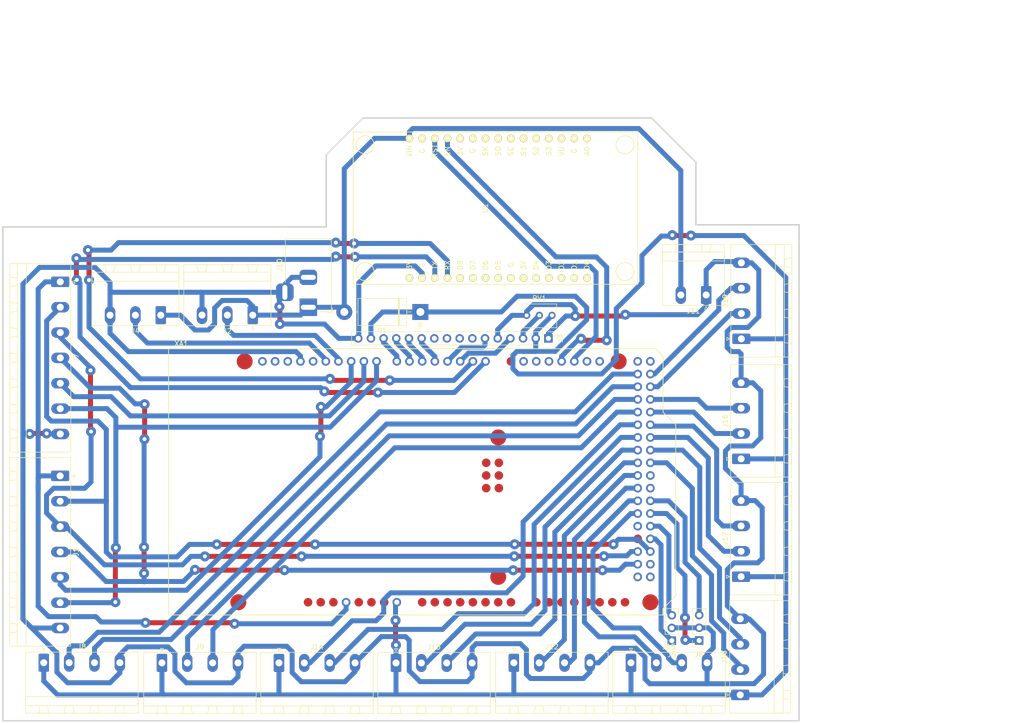
<source format=kicad_pcb>
(kicad_pcb (version 20171130) (host pcbnew "(5.1.6)-1")

  (general
    (thickness 1.6)
    (drawings 12)
    (tracks 660)
    (zones 0)
    (modules 23)
    (nets 122)
  )

  (page A4)
  (layers
    (0 F.Cu signal)
    (31 B.Cu signal)
    (32 B.Adhes user)
    (33 F.Adhes user)
    (34 B.Paste user)
    (35 F.Paste user)
    (36 B.SilkS user)
    (37 F.SilkS user)
    (38 B.Mask user)
    (39 F.Mask user)
    (40 Dwgs.User user)
    (41 Cmts.User user)
    (42 Eco1.User user)
    (43 Eco2.User user)
    (44 Edge.Cuts user)
    (45 Margin user)
    (46 B.CrtYd user)
    (47 F.CrtYd user)
    (48 B.Fab user)
    (49 F.Fab user)
  )

  (setup
    (last_trace_width 0.25)
    (user_trace_width 0.5)
    (user_trace_width 1)
    (trace_clearance 0.2)
    (zone_clearance 0.508)
    (zone_45_only no)
    (trace_min 0.2)
    (via_size 0.8)
    (via_drill 0.4)
    (via_min_size 0.4)
    (via_min_drill 0.3)
    (user_via 2 0.8)
    (uvia_size 0.3)
    (uvia_drill 0.1)
    (uvias_allowed no)
    (uvia_min_size 0.2)
    (uvia_min_drill 0.1)
    (edge_width 0.3)
    (segment_width 0.2)
    (pcb_text_width 0.3)
    (pcb_text_size 1.5 1.5)
    (mod_edge_width 0.12)
    (mod_text_size 1 1)
    (mod_text_width 0.15)
    (pad_size 1.7272 1.7272)
    (pad_drill 0)
    (pad_to_mask_clearance 0.05)
    (aux_axis_origin 0 0)
    (visible_elements 7FFFFFFF)
    (pcbplotparams
      (layerselection 0x01000_fffffffe)
      (usegerberextensions false)
      (usegerberattributes true)
      (usegerberadvancedattributes true)
      (creategerberjobfile true)
      (excludeedgelayer true)
      (linewidth 0.100000)
      (plotframeref false)
      (viasonmask false)
      (mode 1)
      (useauxorigin false)
      (hpglpennumber 1)
      (hpglpenspeed 20)
      (hpglpendiameter 15.000000)
      (psnegative false)
      (psa4output false)
      (plotreference true)
      (plotvalue false)
      (plotinvisibletext false)
      (padsonsilk false)
      (subtractmaskfromsilk false)
      (outputformat 1)
      (mirror false)
      (drillshape 0)
      (scaleselection 1)
      (outputdirectory "GERBER/"))
  )

  (net 0 "")
  (net 1 /GND)
  (net 2 /RST)
  (net 3 /SDA\SS_2)
  (net 4 /SCK)
  (net 5 /MISO)
  (net 6 /MOSI)
  (net 7 /3.3V)
  (net 8 /5V)
  (net 9 /Signal_1)
  (net 10 /VO)
  (net 11 /RS)
  (net 12 /E)
  (net 13 "Net-(J3-Pad7)")
  (net 14 "Net-(J3-Pad8)")
  (net 15 "Net-(J3-Pad9)")
  (net 16 "Net-(J3-Pad10)")
  (net 17 /DB4)
  (net 18 /DB5)
  (net 19 /DB6)
  (net 20 /DB7)
  (net 21 /Signal_2)
  (net 22 /GREEN_1)
  (net 23 /RED_1)
  (net 24 /RED_2)
  (net 25 /GREEN_2)
  (net 26 /SDA\SS_1)
  (net 27 /TRIG_10)
  (net 28 /ECHO_10)
  (net 29 /ECHO_9)
  (net 30 /TRIG_9)
  (net 31 /ECHO_6)
  (net 32 /TRIG_6)
  (net 33 /TRIG_7)
  (net 34 /ECHO_7)
  (net 35 /ECHO_8)
  (net 36 /TRIG_8)
  (net 37 /TRIG_5)
  (net 38 /ECHO_5)
  (net 39 /ECHO_2)
  (net 40 /TRIG_2)
  (net 41 /TRIG_3)
  (net 42 /ECHO_3)
  (net 43 /ECHO_4)
  (net 44 /TRIG_4)
  (net 45 /TRIG_1)
  (net 46 /ECHO_1)
  (net 47 "Net-(U1-Pad1)")
  (net 48 "Net-(U1-Pad2)")
  (net 49 "Net-(U1-Pad3)")
  (net 50 "Net-(U1-Pad4)")
  (net 51 "Net-(U1-Pad5)")
  (net 52 "Net-(U1-Pad6)")
  (net 53 "Net-(U1-Pad7)")
  (net 54 "Net-(U1-Pad8)")
  (net 55 "Net-(U1-Pad9)")
  (net 56 "Net-(U1-Pad10)")
  (net 57 "Net-(U1-Pad11)")
  (net 58 /EN_ESP)
  (net 59 /RST_ESP)
  (net 60 "Net-(U1-Pad14)")
  (net 61 "Net-(U1-Pad16)")
  (net 62 /RX_MCU)
  (net 63 /TX_MCU)
  (net 64 "Net-(U1-Pad20)")
  (net 65 "Net-(U1-Pad21)")
  (net 66 "Net-(U1-Pad22)")
  (net 67 "Net-(U1-Pad23)")
  (net 68 "Net-(U1-Pad24)")
  (net 69 "Net-(U1-Pad25)")
  (net 70 "Net-(U1-Pad26)")
  (net 71 "Net-(U1-Pad27)")
  (net 72 "Net-(U1-Pad28)")
  (net 73 "Net-(U1-Pad29)")
  (net 74 "Net-(U1-Pad30)")
  (net 75 "Net-(XA1-PadRST2)")
  (net 76 "Net-(XA1-PadGND4)")
  (net 77 "Net-(XA1-PadMOSI)")
  (net 78 "Net-(XA1-PadSCK)")
  (net 79 "Net-(XA1-Pad5V2)")
  (net 80 "Net-(XA1-PadA0)")
  (net 81 "Net-(XA1-PadRST1)")
  (net 82 "Net-(XA1-PadIORF)")
  (net 83 "Net-(XA1-PadD21)")
  (net 84 "Net-(XA1-PadD20)")
  (net 85 "Net-(XA1-PadD17)")
  (net 86 "Net-(XA1-PadD16)")
  (net 87 "Net-(XA1-PadD15)")
  (net 88 "Net-(XA1-PadD14)")
  (net 89 "Net-(XA1-PadSCL)")
  (net 90 "Net-(XA1-PadSDA)")
  (net 91 "Net-(XA1-PadAREF)")
  (net 92 "Net-(XA1-PadD13)")
  (net 93 "Net-(XA1-PadA1)")
  (net 94 "Net-(XA1-PadA2)")
  (net 95 "Net-(XA1-PadA3)")
  (net 96 "Net-(XA1-PadA4)")
  (net 97 "Net-(XA1-PadA5)")
  (net 98 "Net-(XA1-PadA6)")
  (net 99 "Net-(XA1-PadA7)")
  (net 100 "Net-(XA1-PadA8)")
  (net 101 "Net-(XA1-PadA9)")
  (net 102 "Net-(XA1-PadA10)")
  (net 103 "Net-(XA1-PadA11)")
  (net 104 "Net-(XA1-PadA12)")
  (net 105 "Net-(XA1-PadA13)")
  (net 106 "Net-(XA1-PadA14)")
  (net 107 "Net-(XA1-PadA15)")
  (net 108 "Net-(XA1-PadD53)")
  (net 109 "Net-(XA1-PadMISO)")
  (net 110 /VIN)
  (net 111 "Net-(XA1-Pad5V1)")
  (net 112 "Net-(XA1-Pad5V3)")
  (net 113 "Net-(XA1-Pad5V4)")
  (net 114 "Net-(XA1-PadGND3)")
  (net 115 "Net-(XA1-PadGND2)")
  (net 116 "Net-(XA1-PadGND5)")
  (net 117 "Net-(XA1-PadGND6)")
  (net 118 "Net-(XA1-PadD39)")
  (net 119 "Net-(XA1-PadD41)")
  (net 120 "Net-(XA1-PadD46)")
  (net 121 "Net-(XA1-PadD48)")

  (net_class Default "This is the default net class."
    (clearance 0.2)
    (trace_width 0.25)
    (via_dia 0.8)
    (via_drill 0.4)
    (uvia_dia 0.3)
    (uvia_drill 0.1)
    (add_net /3.3V)
    (add_net /5V)
    (add_net /DB4)
    (add_net /DB5)
    (add_net /DB6)
    (add_net /DB7)
    (add_net /E)
    (add_net /ECHO_1)
    (add_net /ECHO_10)
    (add_net /ECHO_2)
    (add_net /ECHO_3)
    (add_net /ECHO_4)
    (add_net /ECHO_5)
    (add_net /ECHO_6)
    (add_net /ECHO_7)
    (add_net /ECHO_8)
    (add_net /ECHO_9)
    (add_net /EN_ESP)
    (add_net /GND)
    (add_net /GREEN_1)
    (add_net /GREEN_2)
    (add_net /MISO)
    (add_net /MOSI)
    (add_net /RED_1)
    (add_net /RED_2)
    (add_net /RS)
    (add_net /RST)
    (add_net /RST_ESP)
    (add_net /RX_MCU)
    (add_net /SCK)
    (add_net /SDA\SS_1)
    (add_net /SDA\SS_2)
    (add_net /Signal_1)
    (add_net /Signal_2)
    (add_net /TRIG_1)
    (add_net /TRIG_10)
    (add_net /TRIG_2)
    (add_net /TRIG_3)
    (add_net /TRIG_4)
    (add_net /TRIG_5)
    (add_net /TRIG_6)
    (add_net /TRIG_7)
    (add_net /TRIG_8)
    (add_net /TRIG_9)
    (add_net /TX_MCU)
    (add_net /VIN)
    (add_net /VO)
    (add_net "Net-(J3-Pad10)")
    (add_net "Net-(J3-Pad7)")
    (add_net "Net-(J3-Pad8)")
    (add_net "Net-(J3-Pad9)")
    (add_net "Net-(U1-Pad1)")
    (add_net "Net-(U1-Pad10)")
    (add_net "Net-(U1-Pad11)")
    (add_net "Net-(U1-Pad14)")
    (add_net "Net-(U1-Pad16)")
    (add_net "Net-(U1-Pad2)")
    (add_net "Net-(U1-Pad20)")
    (add_net "Net-(U1-Pad21)")
    (add_net "Net-(U1-Pad22)")
    (add_net "Net-(U1-Pad23)")
    (add_net "Net-(U1-Pad24)")
    (add_net "Net-(U1-Pad25)")
    (add_net "Net-(U1-Pad26)")
    (add_net "Net-(U1-Pad27)")
    (add_net "Net-(U1-Pad28)")
    (add_net "Net-(U1-Pad29)")
    (add_net "Net-(U1-Pad3)")
    (add_net "Net-(U1-Pad30)")
    (add_net "Net-(U1-Pad4)")
    (add_net "Net-(U1-Pad5)")
    (add_net "Net-(U1-Pad6)")
    (add_net "Net-(U1-Pad7)")
    (add_net "Net-(U1-Pad8)")
    (add_net "Net-(U1-Pad9)")
    (add_net "Net-(XA1-Pad5V1)")
    (add_net "Net-(XA1-Pad5V2)")
    (add_net "Net-(XA1-Pad5V3)")
    (add_net "Net-(XA1-Pad5V4)")
    (add_net "Net-(XA1-PadA0)")
    (add_net "Net-(XA1-PadA1)")
    (add_net "Net-(XA1-PadA10)")
    (add_net "Net-(XA1-PadA11)")
    (add_net "Net-(XA1-PadA12)")
    (add_net "Net-(XA1-PadA13)")
    (add_net "Net-(XA1-PadA14)")
    (add_net "Net-(XA1-PadA15)")
    (add_net "Net-(XA1-PadA2)")
    (add_net "Net-(XA1-PadA3)")
    (add_net "Net-(XA1-PadA4)")
    (add_net "Net-(XA1-PadA5)")
    (add_net "Net-(XA1-PadA6)")
    (add_net "Net-(XA1-PadA7)")
    (add_net "Net-(XA1-PadA8)")
    (add_net "Net-(XA1-PadA9)")
    (add_net "Net-(XA1-PadAREF)")
    (add_net "Net-(XA1-PadD13)")
    (add_net "Net-(XA1-PadD14)")
    (add_net "Net-(XA1-PadD15)")
    (add_net "Net-(XA1-PadD16)")
    (add_net "Net-(XA1-PadD17)")
    (add_net "Net-(XA1-PadD20)")
    (add_net "Net-(XA1-PadD21)")
    (add_net "Net-(XA1-PadD39)")
    (add_net "Net-(XA1-PadD41)")
    (add_net "Net-(XA1-PadD46)")
    (add_net "Net-(XA1-PadD48)")
    (add_net "Net-(XA1-PadD53)")
    (add_net "Net-(XA1-PadGND2)")
    (add_net "Net-(XA1-PadGND3)")
    (add_net "Net-(XA1-PadGND4)")
    (add_net "Net-(XA1-PadGND5)")
    (add_net "Net-(XA1-PadGND6)")
    (add_net "Net-(XA1-PadIORF)")
    (add_net "Net-(XA1-PadMISO)")
    (add_net "Net-(XA1-PadMOSI)")
    (add_net "Net-(XA1-PadRST1)")
    (add_net "Net-(XA1-PadRST2)")
    (add_net "Net-(XA1-PadSCK)")
    (add_net "Net-(XA1-PadSCL)")
    (add_net "Net-(XA1-PadSDA)")
  )

  (module Arduino:Arduino_Mega2560_Shield (layer F.Cu) (tedit 60F01329) (tstamp 60EEEC6A)
    (at 96.8375 132.80898)
    (descr https://store.arduino.cc/arduino-mega-2560-rev3)
    (path /60EEA6E4)
    (fp_text reference XA1 (at 2.54 -54.356) (layer F.SilkS)
      (effects (font (size 1 1) (thickness 0.15)))
    )
    (fp_text value Arduino_Mega2560_Shield (at 15.494 -54.356) (layer F.Fab)
      (effects (font (size 1 1) (thickness 0.15)))
    )
    (fp_line (start 9.525 -32.385) (end -6.35 -32.385) (layer B.CrtYd) (width 0.15))
    (fp_line (start 9.525 -43.815) (end -6.35 -43.815) (layer B.CrtYd) (width 0.15))
    (fp_line (start 9.525 -43.815) (end 9.525 -32.385) (layer B.CrtYd) (width 0.15))
    (fp_line (start -6.35 -43.815) (end -6.35 -32.385) (layer B.CrtYd) (width 0.15))
    (fp_line (start 11.43 -12.065) (end 11.43 -3.175) (layer B.CrtYd) (width 0.15))
    (fp_line (start -1.905 -3.175) (end 11.43 -3.175) (layer B.CrtYd) (width 0.15))
    (fp_line (start -1.905 -12.065) (end -1.905 -3.175) (layer B.CrtYd) (width 0.15))
    (fp_line (start -1.905 -12.065) (end 11.43 -12.065) (layer B.CrtYd) (width 0.15))
    (fp_line (start 0 -53.34) (end 0 0) (layer F.SilkS) (width 0.15))
    (fp_line (start 99.06 -40.64) (end 99.06 -51.816) (layer F.SilkS) (width 0.15))
    (fp_line (start 101.6 -38.1) (end 99.06 -40.64) (layer F.SilkS) (width 0.15))
    (fp_line (start 101.6 -3.81) (end 101.6 -38.1) (layer F.SilkS) (width 0.15))
    (fp_line (start 99.06 -1.27) (end 101.6 -3.81) (layer F.SilkS) (width 0.15))
    (fp_line (start 99.06 0) (end 99.06 -1.27) (layer F.SilkS) (width 0.15))
    (fp_line (start 97.536 -53.34) (end 99.06 -51.816) (layer F.SilkS) (width 0.15))
    (fp_line (start 0 0) (end 99.06 0) (layer F.SilkS) (width 0.15))
    (fp_line (start 0 -53.34) (end 97.536 -53.34) (layer F.SilkS) (width 0.15))
    (fp_text user . (at 62.484 -32.004) (layer F.SilkS)
      (effects (font (size 1 1) (thickness 0.15)))
    )
    (pad RST2 smd oval (at 63.627 -25.4) (size 1.7272 1.7272) (layers F.Cu F.Paste F.Mask)
      (net 75 "Net-(XA1-PadRST2)"))
    (pad GND4 smd oval (at 66.167 -25.4) (size 1.7272 1.7272) (layers F.Cu F.Paste F.Mask)
      (net 76 "Net-(XA1-PadGND4)"))
    (pad MOSI smd oval (at 66.167 -27.94) (size 1.7272 1.7272) (layers F.Cu F.Paste F.Mask)
      (net 77 "Net-(XA1-PadMOSI)"))
    (pad SCK smd oval (at 63.627 -27.94) (size 1.7272 1.7272) (layers F.Cu F.Paste F.Mask)
      (net 78 "Net-(XA1-PadSCK)"))
    (pad 5V2 smd oval (at 66.167 -30.48) (size 1.7272 1.7272) (layers F.Cu F.Paste F.Mask)
      (net 79 "Net-(XA1-Pad5V2)"))
    (pad A0 smd oval (at 50.8 -2.54) (size 1.7272 1.7272) (layers F.Cu F.Paste F.Mask)
      (net 80 "Net-(XA1-PadA0)"))
    (pad VIN thru_hole oval (at 45.72 -2.54) (size 1.7272 1.7272) (drill 1.016) (layers *.Cu *.Mask)
      (net 8 /5V))
    (pad GND3 smd oval (at 43.18 -2.54) (size 1.7272 1.7272) (layers F.Cu F.Paste F.Mask)
      (net 114 "Net-(XA1-PadGND3)"))
    (pad GND2 smd oval (at 40.64 -2.54) (size 1.7272 1.7272) (layers F.Cu F.Paste F.Mask)
      (net 115 "Net-(XA1-PadGND2)"))
    (pad 5V1 smd oval (at 38.1 -2.54) (size 1.7272 1.7272) (layers F.Cu F.Paste F.Mask)
      (net 111 "Net-(XA1-Pad5V1)"))
    (pad 3V3 thru_hole oval (at 35.56 -2.54) (size 1.7272 1.7272) (drill 1.016) (layers *.Cu *.Mask)
      (net 7 /3.3V))
    (pad RST1 smd oval (at 33.02 -2.54) (size 1.7272 1.7272) (layers F.Cu F.Paste F.Mask)
      (net 81 "Net-(XA1-PadRST1)"))
    (pad IORF smd oval (at 30.48 -2.54) (size 1.7272 1.7272) (layers F.Cu F.Paste F.Mask)
      (net 82 "Net-(XA1-PadIORF)"))
    (pad D21 thru_hole oval (at 86.36 -50.8) (size 1.7272 1.7272) (drill 1.016) (layers *.Cu *.Mask)
      (net 83 "Net-(XA1-PadD21)"))
    (pad D20 thru_hole oval (at 83.82 -50.8) (size 1.7272 1.7272) (drill 1.016) (layers *.Cu *.Mask)
      (net 84 "Net-(XA1-PadD20)"))
    (pad D19 thru_hole oval (at 81.28 -50.8) (size 1.7272 1.7272) (drill 1.016) (layers *.Cu *.Mask)
      (net 59 /RST_ESP))
    (pad D18 thru_hole oval (at 78.74 -50.8) (size 1.7272 1.7272) (drill 1.016) (layers *.Cu *.Mask)
      (net 58 /EN_ESP))
    (pad D17 thru_hole oval (at 76.2 -50.8) (size 1.7272 1.7272) (drill 1.016) (layers *.Cu *.Mask)
      (net 85 "Net-(XA1-PadD17)"))
    (pad D16 thru_hole oval (at 73.66 -50.8) (size 1.7272 1.7272) (drill 1.016) (layers *.Cu *.Mask)
      (net 86 "Net-(XA1-PadD16)"))
    (pad D15 thru_hole oval (at 71.12 -50.8) (size 1.7272 1.7272) (drill 1.016) (layers *.Cu *.Mask)
      (net 87 "Net-(XA1-PadD15)"))
    (pad D14 smd oval (at 68.58 -50.8) (size 1.7272 1.7272) (layers F.Cu F.Paste F.Mask)
      (net 88 "Net-(XA1-PadD14)"))
    (pad D0 thru_hole oval (at 63.5 -50.8) (size 1.7272 1.7272) (drill 1.016) (layers *.Cu *.Mask)
      (net 62 /RX_MCU))
    (pad D1 thru_hole oval (at 60.96 -50.8) (size 1.7272 1.7272) (drill 1.016) (layers *.Cu *.Mask)
      (net 63 /TX_MCU))
    (pad D2 thru_hole oval (at 58.42 -50.8) (size 1.7272 1.7272) (drill 1.016) (layers *.Cu *.Mask)
      (net 11 /RS))
    (pad D3 thru_hole oval (at 55.88 -50.8) (size 1.7272 1.7272) (drill 1.016) (layers *.Cu *.Mask)
      (net 12 /E))
    (pad D4 thru_hole oval (at 53.34 -50.8) (size 1.7272 1.7272) (drill 1.016) (layers *.Cu *.Mask)
      (net 17 /DB4))
    (pad D5 thru_hole oval (at 50.8 -50.8) (size 1.7272 1.7272) (drill 1.016) (layers *.Cu *.Mask)
      (net 18 /DB5))
    (pad D6 thru_hole oval (at 48.26 -50.8) (size 1.7272 1.7272) (drill 1.016) (layers *.Cu *.Mask)
      (net 19 /DB6))
    (pad D7 thru_hole oval (at 45.72 -50.8) (size 1.7272 1.7272) (drill 1.016) (layers *.Cu *.Mask)
      (net 20 /DB7))
    (pad GND1 thru_hole oval (at 26.416 -50.8) (size 1.7272 1.7272) (drill 1.016) (layers *.Cu *.Mask)
      (net 1 /GND))
    (pad D8 thru_hole oval (at 41.656 -50.8) (size 1.7272 1.7272) (drill 1.016) (layers *.Cu *.Mask)
      (net 2 /RST))
    (pad D9 thru_hole oval (at 39.116 -50.8) (size 1.7272 1.7272) (drill 1.016) (layers *.Cu *.Mask)
      (net 26 /SDA\SS_1))
    (pad D10 thru_hole oval (at 36.576 -50.8) (size 1.7272 1.7272) (drill 1.016) (layers *.Cu *.Mask)
      (net 3 /SDA\SS_2))
    (pad "" smd circle (at 66.04 -7.62) (size 3.2 3.2) (layers F.Cu F.Paste F.Mask))
    (pad "" smd circle (at 66.04 -35.56) (size 3.2 3.2) (layers F.Cu F.Paste F.Mask))
    (pad "" smd circle (at 90.17 -50.8) (size 3.2 3.2) (layers F.Cu F.Paste F.Mask))
    (pad "" smd circle (at 15.24 -50.8) (size 3.2 3.2) (layers F.Cu F.Paste F.Mask))
    (pad "" smd circle (at 96.52 -2.54) (size 3.2 3.2) (layers F.Cu F.Paste F.Mask))
    (pad "" smd circle (at 13.97 -2.54) (size 3.2 3.2) (layers F.Cu F.Paste F.Mask))
    (pad SCL thru_hole oval (at 18.796 -50.8) (size 1.7272 1.7272) (drill 1.016) (layers *.Cu *.Mask)
      (net 89 "Net-(XA1-PadSCL)"))
    (pad SDA thru_hole oval (at 21.336 -50.8) (size 1.7272 1.7272) (drill 1.016) (layers *.Cu *.Mask)
      (net 90 "Net-(XA1-PadSDA)"))
    (pad AREF thru_hole oval (at 23.876 -50.8) (size 1.7272 1.7272) (drill 1.016) (layers *.Cu *.Mask)
      (net 91 "Net-(XA1-PadAREF)"))
    (pad D13 thru_hole oval (at 28.956 -50.8) (size 1.7272 1.7272) (drill 1.016) (layers *.Cu *.Mask)
      (net 92 "Net-(XA1-PadD13)"))
    (pad D12 thru_hole oval (at 31.496 -50.8) (size 1.7272 1.7272) (drill 1.016) (layers *.Cu *.Mask)
      (net 21 /Signal_2))
    (pad D11 thru_hole oval (at 34.036 -50.8) (size 1.7272 1.7272) (drill 1.016) (layers *.Cu *.Mask)
      (net 9 /Signal_1))
    (pad "" smd oval (at 27.94 -2.54) (size 1.7272 1.7272) (layers F.Cu F.Paste F.Mask))
    (pad A1 smd oval (at 53.34 -2.54) (size 1.7272 1.7272) (layers F.Cu F.Paste F.Mask)
      (net 93 "Net-(XA1-PadA1)"))
    (pad A2 smd oval (at 55.88 -2.54) (size 1.7272 1.7272) (layers F.Cu F.Paste F.Mask)
      (net 94 "Net-(XA1-PadA2)"))
    (pad A3 smd oval (at 58.42 -2.54) (size 1.7272 1.7272) (layers F.Cu F.Paste F.Mask)
      (net 95 "Net-(XA1-PadA3)"))
    (pad A4 smd oval (at 60.96 -2.54) (size 1.7272 1.7272) (layers F.Cu F.Paste F.Mask)
      (net 96 "Net-(XA1-PadA4)"))
    (pad A5 smd oval (at 63.5 -2.54) (size 1.7272 1.7272) (layers F.Cu F.Paste F.Mask)
      (net 97 "Net-(XA1-PadA5)"))
    (pad A6 smd oval (at 66.04 -2.54) (size 1.7272 1.7272) (layers F.Cu F.Paste F.Mask)
      (net 98 "Net-(XA1-PadA6)"))
    (pad A7 smd oval (at 68.58 -2.54) (size 1.7272 1.7272) (layers F.Cu F.Paste F.Mask)
      (net 99 "Net-(XA1-PadA7)"))
    (pad A8 smd oval (at 73.66 -2.54) (size 1.7272 1.7272) (layers F.Cu F.Paste F.Mask)
      (net 100 "Net-(XA1-PadA8)"))
    (pad A9 smd oval (at 76.2 -2.54) (size 1.7272 1.7272) (layers F.Cu F.Paste F.Mask)
      (net 101 "Net-(XA1-PadA9)"))
    (pad A10 smd oval (at 78.74 -2.54) (size 1.7272 1.7272) (layers F.Cu F.Paste F.Mask)
      (net 102 "Net-(XA1-PadA10)"))
    (pad A11 smd oval (at 81.28 -2.54) (size 1.7272 1.7272) (layers F.Cu F.Paste F.Mask)
      (net 103 "Net-(XA1-PadA11)"))
    (pad A12 smd oval (at 83.82 -2.54) (size 1.7272 1.7272) (layers F.Cu F.Paste F.Mask)
      (net 104 "Net-(XA1-PadA12)"))
    (pad A13 smd oval (at 86.36 -2.54) (size 1.7272 1.7272) (layers F.Cu F.Paste F.Mask)
      (net 105 "Net-(XA1-PadA13)"))
    (pad A14 smd oval (at 88.9 -2.54) (size 1.7272 1.7272) (layers F.Cu F.Paste F.Mask)
      (net 106 "Net-(XA1-PadA14)"))
    (pad A15 smd oval (at 91.44 -2.54) (size 1.7272 1.7272) (layers F.Cu F.Paste F.Mask)
      (net 107 "Net-(XA1-PadA15)"))
    (pad 5V3 thru_hole oval (at 93.98 -50.8) (size 1.7272 1.7272) (drill 1.016) (layers *.Cu *.Mask)
      (net 112 "Net-(XA1-Pad5V3)"))
    (pad 5V4 thru_hole oval (at 96.52 -50.8) (size 1.7272 1.7272) (drill 1.016) (layers *.Cu *.Mask)
      (net 113 "Net-(XA1-Pad5V4)"))
    (pad D22 thru_hole oval (at 93.98 -48.26) (size 1.7272 1.7272) (drill 1.016) (layers *.Cu *.Mask)
      (net 27 /TRIG_10))
    (pad D23 thru_hole oval (at 96.52 -48.26) (size 1.7272 1.7272) (drill 1.016) (layers *.Cu *.Mask)
      (net 46 /ECHO_1))
    (pad D24 thru_hole oval (at 93.98 -45.72) (size 1.7272 1.7272) (drill 1.016) (layers *.Cu *.Mask)
      (net 28 /ECHO_10))
    (pad D25 thru_hole oval (at 96.52 -45.72) (size 1.7272 1.7272) (drill 1.016) (layers *.Cu *.Mask)
      (net 45 /TRIG_1))
    (pad D26 thru_hole oval (at 93.98 -43.18) (size 1.7272 1.7272) (drill 1.016) (layers *.Cu *.Mask)
      (net 30 /TRIG_9))
    (pad D27 thru_hole oval (at 96.52 -43.18) (size 1.7272 1.7272) (drill 1.016) (layers *.Cu *.Mask)
      (net 39 /ECHO_2))
    (pad D28 thru_hole oval (at 93.98 -40.64) (size 1.7272 1.7272) (drill 1.016) (layers *.Cu *.Mask)
      (net 29 /ECHO_9))
    (pad D29 thru_hole oval (at 96.52 -40.64) (size 1.7272 1.7272) (drill 1.016) (layers *.Cu *.Mask)
      (net 40 /TRIG_2))
    (pad D30 thru_hole oval (at 93.98 -38.1) (size 1.7272 1.7272) (drill 1.016) (layers *.Cu *.Mask)
      (net 36 /TRIG_8))
    (pad D31 thru_hole oval (at 96.52 -38.1) (size 1.7272 1.7272) (drill 1.016) (layers *.Cu *.Mask)
      (net 42 /ECHO_3))
    (pad D32 thru_hole oval (at 93.98 -35.56) (size 1.7272 1.7272) (drill 1.016) (layers *.Cu *.Mask)
      (net 35 /ECHO_8))
    (pad D33 thru_hole oval (at 96.52 -35.56) (size 1.7272 1.7272) (drill 1.016) (layers *.Cu *.Mask)
      (net 41 /TRIG_3))
    (pad D34 thru_hole oval (at 93.98 -33.02) (size 1.7272 1.7272) (drill 1.016) (layers *.Cu *.Mask)
      (net 33 /TRIG_7))
    (pad D35 thru_hole oval (at 96.52 -33.02) (size 1.7272 1.7272) (drill 1.016) (layers *.Cu *.Mask)
      (net 43 /ECHO_4))
    (pad D36 thru_hole oval (at 93.98 -30.48) (size 1.7272 1.7272) (drill 1.016) (layers *.Cu *.Mask)
      (net 34 /ECHO_7))
    (pad D37 thru_hole oval (at 96.52 -30.48) (size 1.7272 1.7272) (drill 1.016) (layers *.Cu *.Mask)
      (net 44 /TRIG_4))
    (pad D38 thru_hole oval (at 93.98 -27.94) (size 1.7272 1.7272) (drill 1.016) (layers *.Cu *.Mask)
      (net 32 /TRIG_6))
    (pad D39 thru_hole oval (at 96.52 -27.94) (size 1.7272 1.7272) (drill 1.016) (layers *.Cu *.Mask)
      (net 118 "Net-(XA1-PadD39)"))
    (pad D40 thru_hole oval (at 93.98 -25.4) (size 1.7272 1.7272) (drill 1.016) (layers *.Cu *.Mask)
      (net 31 /ECHO_6))
    (pad D41 thru_hole oval (at 96.52 -25.4) (size 1.7272 1.7272) (drill 1.016) (layers *.Cu *.Mask)
      (net 119 "Net-(XA1-PadD41)"))
    (pad D42 thru_hole oval (at 93.98 -22.86) (size 1.7272 1.7272) (drill 1.016) (layers *.Cu *.Mask)
      (net 37 /TRIG_5))
    (pad D43 thru_hole oval (at 96.52 -22.86) (size 1.7272 1.7272) (drill 1.016) (layers *.Cu *.Mask)
      (net 25 /GREEN_2))
    (pad D44 thru_hole oval (at 93.98 -20.32) (size 1.7272 1.7272) (drill 1.016) (layers *.Cu *.Mask)
      (net 38 /ECHO_5))
    (pad D45 thru_hole oval (at 96.52 -20.32) (size 1.7272 1.7272) (drill 1.016) (layers *.Cu *.Mask)
      (net 24 /RED_2))
    (pad D46 thru_hole oval (at 93.98 -17.78) (size 1.7272 1.7272) (drill 1.016) (layers *.Cu *.Mask)
      (net 120 "Net-(XA1-PadD46)"))
    (pad D47 thru_hole oval (at 96.52 -17.78) (size 1.7272 1.7272) (drill 1.016) (layers *.Cu *.Mask)
      (net 22 /GREEN_1))
    (pad D48 smd oval (at 93.98 -15.24) (size 1.7272 1.7272) (layers F.Cu F.Paste F.Mask)
      (net 121 "Net-(XA1-PadD48)"))
    (pad D49 thru_hole oval (at 96.52 -15.24) (size 1.7272 1.7272) (drill 1.016) (layers *.Cu *.Mask)
      (net 23 /RED_1))
    (pad D50 thru_hole oval (at 93.98 -12.7) (size 1.7272 1.7272) (drill 1.016) (layers *.Cu *.Mask)
      (net 5 /MISO))
    (pad D51 thru_hole oval (at 96.52 -12.7) (size 1.7272 1.7272) (drill 1.016) (layers *.Cu *.Mask)
      (net 6 /MOSI))
    (pad D52 thru_hole oval (at 93.98 -10.16) (size 1.7272 1.7272) (drill 1.016) (layers *.Cu *.Mask)
      (net 4 /SCK))
    (pad D53 thru_hole oval (at 96.52 -10.16) (size 1.7272 1.7272) (drill 1.016) (layers *.Cu *.Mask)
      (net 108 "Net-(XA1-PadD53)"))
    (pad GND5 thru_hole oval (at 93.98 -7.62) (size 1.7272 1.7272) (drill 1.016) (layers *.Cu *.Mask)
      (net 116 "Net-(XA1-PadGND5)"))
    (pad GND6 thru_hole oval (at 96.52 -7.62) (size 1.7272 1.7272) (drill 1.016) (layers *.Cu *.Mask)
      (net 117 "Net-(XA1-PadGND6)"))
    (pad MISO smd oval (at 63.627 -30.48) (size 1.7272 1.7272) (layers F.Cu F.Paste F.Mask)
      (net 109 "Net-(XA1-PadMISO)"))
  )

  (module Connector_PinSocket_2.54mm:PinSocket_1x03_P2.54mm_Vertical (layer F.Cu) (tedit 5A19A429) (tstamp 60EEE940)
    (at 203.1365 137.92962 180)
    (descr "Through hole straight socket strip, 1x03, 2.54mm pitch, single row (from Kicad 4.0.7), script generated")
    (tags "Through hole socket strip THT 1x03 2.54mm single row")
    (path /60F32ED9)
    (fp_text reference J6 (at 0 -2.77) (layer F.SilkS)
      (effects (font (size 1 1) (thickness 0.15)))
    )
    (fp_text value RGB_2 (at 0 7.85) (layer F.Fab)
      (effects (font (size 1 1) (thickness 0.15)))
    )
    (fp_line (start -1.27 -1.27) (end 0.635 -1.27) (layer F.Fab) (width 0.1))
    (fp_line (start 0.635 -1.27) (end 1.27 -0.635) (layer F.Fab) (width 0.1))
    (fp_line (start 1.27 -0.635) (end 1.27 6.35) (layer F.Fab) (width 0.1))
    (fp_line (start 1.27 6.35) (end -1.27 6.35) (layer F.Fab) (width 0.1))
    (fp_line (start -1.27 6.35) (end -1.27 -1.27) (layer F.Fab) (width 0.1))
    (fp_line (start -1.33 1.27) (end 1.33 1.27) (layer F.SilkS) (width 0.12))
    (fp_line (start -1.33 1.27) (end -1.33 6.41) (layer F.SilkS) (width 0.12))
    (fp_line (start -1.33 6.41) (end 1.33 6.41) (layer F.SilkS) (width 0.12))
    (fp_line (start 1.33 1.27) (end 1.33 6.41) (layer F.SilkS) (width 0.12))
    (fp_line (start 1.33 -1.33) (end 1.33 0) (layer F.SilkS) (width 0.12))
    (fp_line (start 0 -1.33) (end 1.33 -1.33) (layer F.SilkS) (width 0.12))
    (fp_line (start -1.8 -1.8) (end 1.75 -1.8) (layer F.CrtYd) (width 0.05))
    (fp_line (start 1.75 -1.8) (end 1.75 6.85) (layer F.CrtYd) (width 0.05))
    (fp_line (start 1.75 6.85) (end -1.8 6.85) (layer F.CrtYd) (width 0.05))
    (fp_line (start -1.8 6.85) (end -1.8 -1.8) (layer F.CrtYd) (width 0.05))
    (fp_text user %R (at 0 2.54 90) (layer F.Fab)
      (effects (font (size 1 1) (thickness 0.15)))
    )
    (pad 1 thru_hole rect (at 0 0 180) (size 1.7 1.7) (drill 1) (layers *.Cu *.Mask)
      (net 24 /RED_2))
    (pad 2 thru_hole oval (at 0 2.54 180) (size 1.7 1.7) (drill 1) (layers *.Cu *.Mask)
      (net 1 /GND))
    (pad 3 thru_hole oval (at 0 5.08 180) (size 1.7 1.7) (drill 1) (layers *.Cu *.Mask)
      (net 25 /GREEN_2))
    (model ${KISYS3DMOD}/Connector_PinSocket_2.54mm.3dshapes/PinSocket_1x03_P2.54mm_Vertical.wrl
      (at (xyz 0 0 0))
      (scale (xyz 1 1 1))
      (rotate (xyz 0 0 0))
    )
  )

  (module Connector_Phoenix_MSTB:PhoenixContact_MSTBA_2,5_4-G-5,08_1x04_P5.08mm_Horizontal (layer F.Cu) (tedit 5B785047) (tstamp 60EEEAAA)
    (at 118.9482 142.42034)
    (descr "Generic Phoenix Contact connector footprint for: MSTBA_2,5/4-G-5,08; number of pins: 04; pin pitch: 5.08mm; Angled || order number: 1757268 12A || order number: 1923885 16A (HC)")
    (tags "phoenix_contact connector MSTBA_01x04_G_5.08mm")
    (path /60EF645D)
    (fp_text reference J14 (at 7.62 -3.2) (layer F.SilkS)
      (effects (font (size 1 1) (thickness 0.15)))
    )
    (fp_text value Ultra_8 (at 7.62 11.2) (layer F.Fab)
      (effects (font (size 1 1) (thickness 0.15)))
    )
    (fp_line (start -3.65 -2.11) (end -3.65 10.11) (layer F.SilkS) (width 0.12))
    (fp_line (start -3.65 10.11) (end 18.89 10.11) (layer F.SilkS) (width 0.12))
    (fp_line (start 18.89 10.11) (end 18.89 -2.11) (layer F.SilkS) (width 0.12))
    (fp_line (start 18.89 -2.11) (end -3.65 -2.11) (layer F.SilkS) (width 0.12))
    (fp_line (start -3.54 -2) (end -3.54 10) (layer F.Fab) (width 0.1))
    (fp_line (start -3.54 10) (end 18.78 10) (layer F.Fab) (width 0.1))
    (fp_line (start 18.78 10) (end 18.78 -2) (layer F.Fab) (width 0.1))
    (fp_line (start 18.78 -2) (end -3.54 -2) (layer F.Fab) (width 0.1))
    (fp_line (start -3.65 8.61) (end -3.65 6.81) (layer F.SilkS) (width 0.12))
    (fp_line (start -3.65 6.81) (end 18.89 6.81) (layer F.SilkS) (width 0.12))
    (fp_line (start 18.89 6.81) (end 18.89 8.61) (layer F.SilkS) (width 0.12))
    (fp_line (start 18.89 8.61) (end -3.65 8.61) (layer F.SilkS) (width 0.12))
    (fp_line (start -1 10.11) (end 1 10.11) (layer F.SilkS) (width 0.12))
    (fp_line (start 1 10.11) (end 0.75 8.61) (layer F.SilkS) (width 0.12))
    (fp_line (start 0.75 8.61) (end -0.75 8.61) (layer F.SilkS) (width 0.12))
    (fp_line (start -0.75 8.61) (end -1 10.11) (layer F.SilkS) (width 0.12))
    (fp_line (start 4.08 10.11) (end 6.08 10.11) (layer F.SilkS) (width 0.12))
    (fp_line (start 6.08 10.11) (end 5.83 8.61) (layer F.SilkS) (width 0.12))
    (fp_line (start 5.83 8.61) (end 4.33 8.61) (layer F.SilkS) (width 0.12))
    (fp_line (start 4.33 8.61) (end 4.08 10.11) (layer F.SilkS) (width 0.12))
    (fp_line (start 9.16 10.11) (end 11.16 10.11) (layer F.SilkS) (width 0.12))
    (fp_line (start 11.16 10.11) (end 10.91 8.61) (layer F.SilkS) (width 0.12))
    (fp_line (start 10.91 8.61) (end 9.41 8.61) (layer F.SilkS) (width 0.12))
    (fp_line (start 9.41 8.61) (end 9.16 10.11) (layer F.SilkS) (width 0.12))
    (fp_line (start 14.24 10.11) (end 16.24 10.11) (layer F.SilkS) (width 0.12))
    (fp_line (start 16.24 10.11) (end 15.99 8.61) (layer F.SilkS) (width 0.12))
    (fp_line (start 15.99 8.61) (end 14.49 8.61) (layer F.SilkS) (width 0.12))
    (fp_line (start 14.49 8.61) (end 14.24 10.11) (layer F.SilkS) (width 0.12))
    (fp_line (start -4.04 -2.5) (end -4.04 10.5) (layer F.CrtYd) (width 0.05))
    (fp_line (start -4.04 10.5) (end 19.28 10.5) (layer F.CrtYd) (width 0.05))
    (fp_line (start 19.28 10.5) (end 19.28 -2.5) (layer F.CrtYd) (width 0.05))
    (fp_line (start 19.28 -2.5) (end -4.04 -2.5) (layer F.CrtYd) (width 0.05))
    (fp_line (start 0.3 -2.91) (end 0 -2.31) (layer F.SilkS) (width 0.12))
    (fp_line (start 0 -2.31) (end -0.3 -2.91) (layer F.SilkS) (width 0.12))
    (fp_line (start -0.3 -2.91) (end 0.3 -2.91) (layer F.SilkS) (width 0.12))
    (fp_line (start 0.95 -2) (end 0 -0.5) (layer F.Fab) (width 0.1))
    (fp_line (start 0 -0.5) (end -0.95 -2) (layer F.Fab) (width 0.1))
    (fp_text user %R (at 7.62 -1.3) (layer F.Fab)
      (effects (font (size 1 1) (thickness 0.15)))
    )
    (pad 1 thru_hole roundrect (at 0 0) (size 2.08 3.6) (drill 1.4) (layers *.Cu *.Mask) (roundrect_rratio 0.120192)
      (net 8 /5V))
    (pad 2 thru_hole oval (at 5.08 0) (size 2.08 3.6) (drill 1.4) (layers *.Cu *.Mask)
      (net 36 /TRIG_8))
    (pad 3 thru_hole oval (at 10.16 0) (size 2.08 3.6) (drill 1.4) (layers *.Cu *.Mask)
      (net 35 /ECHO_8))
    (pad 4 thru_hole oval (at 15.24 0) (size 2.08 3.6) (drill 1.4) (layers *.Cu *.Mask)
      (net 1 /GND))
    (model ${KISYS3DMOD}/Connector_Phoenix_MSTB.3dshapes/PhoenixContact_MSTBA_2,5_4-G-5,08_1x04_P5.08mm_Horizontal.wrl
      (at (xyz 0 0 0))
      (scale (xyz 1 1 1))
      (rotate (xyz 0 0 0))
    )
  )

  (module Connector_Phoenix_MSTB:PhoenixContact_MSTBA_2,5_4-G-5,08_1x04_P5.08mm_Horizontal (layer F.Cu) (tedit 5B785047) (tstamp 60EEE9AB)
    (at 71.82866 142.3797)
    (descr "Generic Phoenix Contact connector footprint for: MSTBA_2,5/4-G-5,08; number of pins: 04; pin pitch: 5.08mm; Angled || order number: 1757268 12A || order number: 1923885 16A (HC)")
    (tags "phoenix_contact connector MSTBA_01x04_G_5.08mm")
    (path /60EF9E0C)
    (fp_text reference J8 (at 7.62 -3.2) (layer F.SilkS)
      (effects (font (size 1 1) (thickness 0.15)))
    )
    (fp_text value Ultra_10 (at 7.62 11.2) (layer F.Fab)
      (effects (font (size 1 1) (thickness 0.15)))
    )
    (fp_line (start 0 -0.5) (end -0.95 -2) (layer F.Fab) (width 0.1))
    (fp_line (start 0.95 -2) (end 0 -0.5) (layer F.Fab) (width 0.1))
    (fp_line (start -0.3 -2.91) (end 0.3 -2.91) (layer F.SilkS) (width 0.12))
    (fp_line (start 0 -2.31) (end -0.3 -2.91) (layer F.SilkS) (width 0.12))
    (fp_line (start 0.3 -2.91) (end 0 -2.31) (layer F.SilkS) (width 0.12))
    (fp_line (start 19.28 -2.5) (end -4.04 -2.5) (layer F.CrtYd) (width 0.05))
    (fp_line (start 19.28 10.5) (end 19.28 -2.5) (layer F.CrtYd) (width 0.05))
    (fp_line (start -4.04 10.5) (end 19.28 10.5) (layer F.CrtYd) (width 0.05))
    (fp_line (start -4.04 -2.5) (end -4.04 10.5) (layer F.CrtYd) (width 0.05))
    (fp_line (start 14.49 8.61) (end 14.24 10.11) (layer F.SilkS) (width 0.12))
    (fp_line (start 15.99 8.61) (end 14.49 8.61) (layer F.SilkS) (width 0.12))
    (fp_line (start 16.24 10.11) (end 15.99 8.61) (layer F.SilkS) (width 0.12))
    (fp_line (start 14.24 10.11) (end 16.24 10.11) (layer F.SilkS) (width 0.12))
    (fp_line (start 9.41 8.61) (end 9.16 10.11) (layer F.SilkS) (width 0.12))
    (fp_line (start 10.91 8.61) (end 9.41 8.61) (layer F.SilkS) (width 0.12))
    (fp_line (start 11.16 10.11) (end 10.91 8.61) (layer F.SilkS) (width 0.12))
    (fp_line (start 9.16 10.11) (end 11.16 10.11) (layer F.SilkS) (width 0.12))
    (fp_line (start 4.33 8.61) (end 4.08 10.11) (layer F.SilkS) (width 0.12))
    (fp_line (start 5.83 8.61) (end 4.33 8.61) (layer F.SilkS) (width 0.12))
    (fp_line (start 6.08 10.11) (end 5.83 8.61) (layer F.SilkS) (width 0.12))
    (fp_line (start 4.08 10.11) (end 6.08 10.11) (layer F.SilkS) (width 0.12))
    (fp_line (start -0.75 8.61) (end -1 10.11) (layer F.SilkS) (width 0.12))
    (fp_line (start 0.75 8.61) (end -0.75 8.61) (layer F.SilkS) (width 0.12))
    (fp_line (start 1 10.11) (end 0.75 8.61) (layer F.SilkS) (width 0.12))
    (fp_line (start -1 10.11) (end 1 10.11) (layer F.SilkS) (width 0.12))
    (fp_line (start 18.89 8.61) (end -3.65 8.61) (layer F.SilkS) (width 0.12))
    (fp_line (start 18.89 6.81) (end 18.89 8.61) (layer F.SilkS) (width 0.12))
    (fp_line (start -3.65 6.81) (end 18.89 6.81) (layer F.SilkS) (width 0.12))
    (fp_line (start -3.65 8.61) (end -3.65 6.81) (layer F.SilkS) (width 0.12))
    (fp_line (start 18.78 -2) (end -3.54 -2) (layer F.Fab) (width 0.1))
    (fp_line (start 18.78 10) (end 18.78 -2) (layer F.Fab) (width 0.1))
    (fp_line (start -3.54 10) (end 18.78 10) (layer F.Fab) (width 0.1))
    (fp_line (start -3.54 -2) (end -3.54 10) (layer F.Fab) (width 0.1))
    (fp_line (start 18.89 -2.11) (end -3.65 -2.11) (layer F.SilkS) (width 0.12))
    (fp_line (start 18.89 10.11) (end 18.89 -2.11) (layer F.SilkS) (width 0.12))
    (fp_line (start -3.65 10.11) (end 18.89 10.11) (layer F.SilkS) (width 0.12))
    (fp_line (start -3.65 -2.11) (end -3.65 10.11) (layer F.SilkS) (width 0.12))
    (fp_text user %R (at 7.62 -1.3) (layer F.Fab)
      (effects (font (size 1 1) (thickness 0.15)))
    )
    (pad 4 thru_hole oval (at 15.24 0) (size 2.08 3.6) (drill 1.4) (layers *.Cu *.Mask)
      (net 1 /GND))
    (pad 3 thru_hole oval (at 10.16 0) (size 2.08 3.6) (drill 1.4) (layers *.Cu *.Mask)
      (net 28 /ECHO_10))
    (pad 2 thru_hole oval (at 5.08 0) (size 2.08 3.6) (drill 1.4) (layers *.Cu *.Mask)
      (net 27 /TRIG_10))
    (pad 1 thru_hole roundrect (at 0 0) (size 2.08 3.6) (drill 1.4) (layers *.Cu *.Mask) (roundrect_rratio 0.120192)
      (net 8 /5V))
    (model ${KISYS3DMOD}/Connector_Phoenix_MSTB.3dshapes/PhoenixContact_MSTBA_2,5_4-G-5,08_1x04_P5.08mm_Horizontal.wrl
      (at (xyz 0 0 0))
      (scale (xyz 1 1 1))
      (rotate (xyz 0 0 0))
    )
  )

  (module Connector_Phoenix_MSTB:PhoenixContact_MSTBA_2,5_7-G-5,08_1x07_P5.08mm_Horizontal (layer F.Cu) (tedit 5B785047) (tstamp 60EEE89C)
    (at 75.10526 104.95026 270)
    (descr "Generic Phoenix Contact connector footprint for: MSTBA_2,5/7-G-5,08; number of pins: 07; pin pitch: 5.08mm; Angled || order number: 1757297 12A || order number: 1923911 16A (HC)")
    (tags "phoenix_contact connector MSTBA_01x07_G_5.08mm")
    (path /60F28D58)
    (fp_text reference J1 (at 15.24 -3.2 90) (layer F.SilkS)
      (effects (font (size 1 1) (thickness 0.15)))
    )
    (fp_text value RFID_2 (at 15.24 11.2 90) (layer F.Fab)
      (effects (font (size 1 1) (thickness 0.15)))
    )
    (fp_line (start 0 -0.5) (end -0.95 -2) (layer F.Fab) (width 0.1))
    (fp_line (start 0.95 -2) (end 0 -0.5) (layer F.Fab) (width 0.1))
    (fp_line (start -0.3 -2.91) (end 0.3 -2.91) (layer F.SilkS) (width 0.12))
    (fp_line (start 0 -2.31) (end -0.3 -2.91) (layer F.SilkS) (width 0.12))
    (fp_line (start 0.3 -2.91) (end 0 -2.31) (layer F.SilkS) (width 0.12))
    (fp_line (start 34.52 -2.5) (end -4.04 -2.5) (layer F.CrtYd) (width 0.05))
    (fp_line (start 34.52 10.5) (end 34.52 -2.5) (layer F.CrtYd) (width 0.05))
    (fp_line (start -4.04 10.5) (end 34.52 10.5) (layer F.CrtYd) (width 0.05))
    (fp_line (start -4.04 -2.5) (end -4.04 10.5) (layer F.CrtYd) (width 0.05))
    (fp_line (start 29.73 8.61) (end 29.48 10.11) (layer F.SilkS) (width 0.12))
    (fp_line (start 31.23 8.61) (end 29.73 8.61) (layer F.SilkS) (width 0.12))
    (fp_line (start 31.48 10.11) (end 31.23 8.61) (layer F.SilkS) (width 0.12))
    (fp_line (start 29.48 10.11) (end 31.48 10.11) (layer F.SilkS) (width 0.12))
    (fp_line (start 24.65 8.61) (end 24.4 10.11) (layer F.SilkS) (width 0.12))
    (fp_line (start 26.15 8.61) (end 24.65 8.61) (layer F.SilkS) (width 0.12))
    (fp_line (start 26.4 10.11) (end 26.15 8.61) (layer F.SilkS) (width 0.12))
    (fp_line (start 24.4 10.11) (end 26.4 10.11) (layer F.SilkS) (width 0.12))
    (fp_line (start 19.57 8.61) (end 19.32 10.11) (layer F.SilkS) (width 0.12))
    (fp_line (start 21.07 8.61) (end 19.57 8.61) (layer F.SilkS) (width 0.12))
    (fp_line (start 21.32 10.11) (end 21.07 8.61) (layer F.SilkS) (width 0.12))
    (fp_line (start 19.32 10.11) (end 21.32 10.11) (layer F.SilkS) (width 0.12))
    (fp_line (start 14.49 8.61) (end 14.24 10.11) (layer F.SilkS) (width 0.12))
    (fp_line (start 15.99 8.61) (end 14.49 8.61) (layer F.SilkS) (width 0.12))
    (fp_line (start 16.24 10.11) (end 15.99 8.61) (layer F.SilkS) (width 0.12))
    (fp_line (start 14.24 10.11) (end 16.24 10.11) (layer F.SilkS) (width 0.12))
    (fp_line (start 9.41 8.61) (end 9.16 10.11) (layer F.SilkS) (width 0.12))
    (fp_line (start 10.91 8.61) (end 9.41 8.61) (layer F.SilkS) (width 0.12))
    (fp_line (start 11.16 10.11) (end 10.91 8.61) (layer F.SilkS) (width 0.12))
    (fp_line (start 9.16 10.11) (end 11.16 10.11) (layer F.SilkS) (width 0.12))
    (fp_line (start 4.33 8.61) (end 4.08 10.11) (layer F.SilkS) (width 0.12))
    (fp_line (start 5.83 8.61) (end 4.33 8.61) (layer F.SilkS) (width 0.12))
    (fp_line (start 6.08 10.11) (end 5.83 8.61) (layer F.SilkS) (width 0.12))
    (fp_line (start 4.08 10.11) (end 6.08 10.11) (layer F.SilkS) (width 0.12))
    (fp_line (start -0.75 8.61) (end -1 10.11) (layer F.SilkS) (width 0.12))
    (fp_line (start 0.75 8.61) (end -0.75 8.61) (layer F.SilkS) (width 0.12))
    (fp_line (start 1 10.11) (end 0.75 8.61) (layer F.SilkS) (width 0.12))
    (fp_line (start -1 10.11) (end 1 10.11) (layer F.SilkS) (width 0.12))
    (fp_line (start 34.13 8.61) (end -3.65 8.61) (layer F.SilkS) (width 0.12))
    (fp_line (start 34.13 6.81) (end 34.13 8.61) (layer F.SilkS) (width 0.12))
    (fp_line (start -3.65 6.81) (end 34.13 6.81) (layer F.SilkS) (width 0.12))
    (fp_line (start -3.65 8.61) (end -3.65 6.81) (layer F.SilkS) (width 0.12))
    (fp_line (start 34.02 -2) (end -3.54 -2) (layer F.Fab) (width 0.1))
    (fp_line (start 34.02 10) (end 34.02 -2) (layer F.Fab) (width 0.1))
    (fp_line (start -3.54 10) (end 34.02 10) (layer F.Fab) (width 0.1))
    (fp_line (start -3.54 -2) (end -3.54 10) (layer F.Fab) (width 0.1))
    (fp_line (start 34.13 -2.11) (end -3.65 -2.11) (layer F.SilkS) (width 0.12))
    (fp_line (start 34.13 10.11) (end 34.13 -2.11) (layer F.SilkS) (width 0.12))
    (fp_line (start -3.65 10.11) (end 34.13 10.11) (layer F.SilkS) (width 0.12))
    (fp_line (start -3.65 -2.11) (end -3.65 10.11) (layer F.SilkS) (width 0.12))
    (fp_text user %R (at 15.24 -1.3 90) (layer F.Fab)
      (effects (font (size 1 1) (thickness 0.15)))
    )
    (pad 7 thru_hole oval (at 30.48 0 270) (size 2.08 3.6) (drill 1.4) (layers *.Cu *.Mask)
      (net 1 /GND))
    (pad 6 thru_hole oval (at 25.4 0 270) (size 2.08 3.6) (drill 1.4) (layers *.Cu *.Mask)
      (net 2 /RST))
    (pad 5 thru_hole oval (at 20.32 0 270) (size 2.08 3.6) (drill 1.4) (layers *.Cu *.Mask)
      (net 3 /SDA\SS_2))
    (pad 4 thru_hole oval (at 15.24 0 270) (size 2.08 3.6) (drill 1.4) (layers *.Cu *.Mask)
      (net 4 /SCK))
    (pad 3 thru_hole oval (at 10.16 0 270) (size 2.08 3.6) (drill 1.4) (layers *.Cu *.Mask)
      (net 5 /MISO))
    (pad 2 thru_hole oval (at 5.08 0 270) (size 2.08 3.6) (drill 1.4) (layers *.Cu *.Mask)
      (net 6 /MOSI))
    (pad 1 thru_hole roundrect (at 0 0 270) (size 2.08 3.6) (drill 1.4) (layers *.Cu *.Mask) (roundrect_rratio 0.120192)
      (net 7 /3.3V))
    (model ${KISYS3DMOD}/Connector_Phoenix_MSTB.3dshapes/PhoenixContact_MSTBA_2,5_7-G-5,08_1x07_P5.08mm_Horizontal.wrl
      (at (xyz 0 0 0))
      (scale (xyz 1 1 1))
      (rotate (xyz 0 0 0))
    )
  )

  (module Connector_Phoenix_MSTB:PhoenixContact_MSTBA_2,5_3-G-5,08_1x03_P5.08mm_Horizontal (layer F.Cu) (tedit 5B785047) (tstamp 60EEE8C5)
    (at 113.6904 72.7456 180)
    (descr "Generic Phoenix Contact connector footprint for: MSTBA_2,5/3-G-5,08; number of pins: 03; pin pitch: 5.08mm; Angled || order number: 1757255 12A || order number: 1923872 16A (HC)")
    (tags "phoenix_contact connector MSTBA_01x03_G_5.08mm")
    (path /60F2523B)
    (fp_text reference J2 (at 5.08 -3.2) (layer F.SilkS)
      (effects (font (size 1 1) (thickness 0.15)))
    )
    (fp_text value Servo_1 (at 5.08 11.2) (layer F.Fab)
      (effects (font (size 1 1) (thickness 0.15)))
    )
    (fp_line (start -3.65 -2.11) (end -3.65 10.11) (layer F.SilkS) (width 0.12))
    (fp_line (start -3.65 10.11) (end 13.81 10.11) (layer F.SilkS) (width 0.12))
    (fp_line (start 13.81 10.11) (end 13.81 -2.11) (layer F.SilkS) (width 0.12))
    (fp_line (start 13.81 -2.11) (end -3.65 -2.11) (layer F.SilkS) (width 0.12))
    (fp_line (start -3.54 -2) (end -3.54 10) (layer F.Fab) (width 0.1))
    (fp_line (start -3.54 10) (end 13.7 10) (layer F.Fab) (width 0.1))
    (fp_line (start 13.7 10) (end 13.7 -2) (layer F.Fab) (width 0.1))
    (fp_line (start 13.7 -2) (end -3.54 -2) (layer F.Fab) (width 0.1))
    (fp_line (start -3.65 8.61) (end -3.65 6.81) (layer F.SilkS) (width 0.12))
    (fp_line (start -3.65 6.81) (end 13.81 6.81) (layer F.SilkS) (width 0.12))
    (fp_line (start 13.81 6.81) (end 13.81 8.61) (layer F.SilkS) (width 0.12))
    (fp_line (start 13.81 8.61) (end -3.65 8.61) (layer F.SilkS) (width 0.12))
    (fp_line (start -1 10.11) (end 1 10.11) (layer F.SilkS) (width 0.12))
    (fp_line (start 1 10.11) (end 0.75 8.61) (layer F.SilkS) (width 0.12))
    (fp_line (start 0.75 8.61) (end -0.75 8.61) (layer F.SilkS) (width 0.12))
    (fp_line (start -0.75 8.61) (end -1 10.11) (layer F.SilkS) (width 0.12))
    (fp_line (start 4.08 10.11) (end 6.08 10.11) (layer F.SilkS) (width 0.12))
    (fp_line (start 6.08 10.11) (end 5.83 8.61) (layer F.SilkS) (width 0.12))
    (fp_line (start 5.83 8.61) (end 4.33 8.61) (layer F.SilkS) (width 0.12))
    (fp_line (start 4.33 8.61) (end 4.08 10.11) (layer F.SilkS) (width 0.12))
    (fp_line (start 9.16 10.11) (end 11.16 10.11) (layer F.SilkS) (width 0.12))
    (fp_line (start 11.16 10.11) (end 10.91 8.61) (layer F.SilkS) (width 0.12))
    (fp_line (start 10.91 8.61) (end 9.41 8.61) (layer F.SilkS) (width 0.12))
    (fp_line (start 9.41 8.61) (end 9.16 10.11) (layer F.SilkS) (width 0.12))
    (fp_line (start -4.04 -2.5) (end -4.04 10.5) (layer F.CrtYd) (width 0.05))
    (fp_line (start -4.04 10.5) (end 14.2 10.5) (layer F.CrtYd) (width 0.05))
    (fp_line (start 14.2 10.5) (end 14.2 -2.5) (layer F.CrtYd) (width 0.05))
    (fp_line (start 14.2 -2.5) (end -4.04 -2.5) (layer F.CrtYd) (width 0.05))
    (fp_line (start 0.3 -2.91) (end 0 -2.31) (layer F.SilkS) (width 0.12))
    (fp_line (start 0 -2.31) (end -0.3 -2.91) (layer F.SilkS) (width 0.12))
    (fp_line (start -0.3 -2.91) (end 0.3 -2.91) (layer F.SilkS) (width 0.12))
    (fp_line (start 0.95 -2) (end 0 -0.5) (layer F.Fab) (width 0.1))
    (fp_line (start 0 -0.5) (end -0.95 -2) (layer F.Fab) (width 0.1))
    (fp_text user %R (at 5.08 -1.3) (layer F.Fab)
      (effects (font (size 1 1) (thickness 0.15)))
    )
    (pad 1 thru_hole roundrect (at 0 0 180) (size 2.08 3.6) (drill 1.4) (layers *.Cu *.Mask) (roundrect_rratio 0.120192)
      (net 110 /VIN))
    (pad 2 thru_hole oval (at 5.08 0 180) (size 2.08 3.6) (drill 1.4) (layers *.Cu *.Mask)
      (net 9 /Signal_1))
    (pad 3 thru_hole oval (at 10.16 0 180) (size 2.08 3.6) (drill 1.4) (layers *.Cu *.Mask)
      (net 1 /GND))
    (model ${KISYS3DMOD}/Connector_Phoenix_MSTB.3dshapes/PhoenixContact_MSTBA_2,5_3-G-5,08_1x03_P5.08mm_Horizontal.wrl
      (at (xyz 0 0 0))
      (scale (xyz 1 1 1))
      (rotate (xyz 0 0 0))
    )
  )

  (module Connector_PinHeader_2.54mm:PinHeader_1x16_P2.54mm_Vertical (layer F.Cu) (tedit 59FED5CC) (tstamp 60EEE8E9)
    (at 172.93082 77.40142 270)
    (descr "Through hole straight pin header, 1x16, 2.54mm pitch, single row")
    (tags "Through hole pin header THT 1x16 2.54mm single row")
    (path /5F361DCA)
    (fp_text reference J3 (at 0 -2.33 90) (layer F.SilkS)
      (effects (font (size 1 1) (thickness 0.15)))
    )
    (fp_text value "LCD (2*16)" (at 0 40.43 90) (layer F.Fab)
      (effects (font (size 1 1) (thickness 0.15)))
    )
    (fp_line (start -0.635 -1.27) (end 1.27 -1.27) (layer F.Fab) (width 0.1))
    (fp_line (start 1.27 -1.27) (end 1.27 39.37) (layer F.Fab) (width 0.1))
    (fp_line (start 1.27 39.37) (end -1.27 39.37) (layer F.Fab) (width 0.1))
    (fp_line (start -1.27 39.37) (end -1.27 -0.635) (layer F.Fab) (width 0.1))
    (fp_line (start -1.27 -0.635) (end -0.635 -1.27) (layer F.Fab) (width 0.1))
    (fp_line (start -1.33 39.43) (end 1.33 39.43) (layer F.SilkS) (width 0.12))
    (fp_line (start -1.33 1.27) (end -1.33 39.43) (layer F.SilkS) (width 0.12))
    (fp_line (start 1.33 1.27) (end 1.33 39.43) (layer F.SilkS) (width 0.12))
    (fp_line (start -1.33 1.27) (end 1.33 1.27) (layer F.SilkS) (width 0.12))
    (fp_line (start -1.33 0) (end -1.33 -1.33) (layer F.SilkS) (width 0.12))
    (fp_line (start -1.33 -1.33) (end 0 -1.33) (layer F.SilkS) (width 0.12))
    (fp_line (start -1.8 -1.8) (end -1.8 39.9) (layer F.CrtYd) (width 0.05))
    (fp_line (start -1.8 39.9) (end 1.8 39.9) (layer F.CrtYd) (width 0.05))
    (fp_line (start 1.8 39.9) (end 1.8 -1.8) (layer F.CrtYd) (width 0.05))
    (fp_line (start 1.8 -1.8) (end -1.8 -1.8) (layer F.CrtYd) (width 0.05))
    (fp_text user %R (at 0 19.05) (layer F.Fab)
      (effects (font (size 1 1) (thickness 0.15)))
    )
    (pad 1 thru_hole rect (at 0 0 270) (size 1.7 1.7) (drill 1) (layers *.Cu *.Mask)
      (net 1 /GND))
    (pad 2 thru_hole oval (at 0 2.54 270) (size 1.7 1.7) (drill 1) (layers *.Cu *.Mask)
      (net 8 /5V))
    (pad 3 thru_hole oval (at 0 5.08 270) (size 1.7 1.7) (drill 1) (layers *.Cu *.Mask)
      (net 10 /VO))
    (pad 4 thru_hole oval (at 0 7.62 270) (size 1.7 1.7) (drill 1) (layers *.Cu *.Mask)
      (net 11 /RS))
    (pad 5 thru_hole oval (at 0 10.16 270) (size 1.7 1.7) (drill 1) (layers *.Cu *.Mask)
      (net 1 /GND))
    (pad 6 thru_hole oval (at 0 12.7 270) (size 1.7 1.7) (drill 1) (layers *.Cu *.Mask)
      (net 12 /E))
    (pad 7 thru_hole oval (at 0 15.24 270) (size 1.7 1.7) (drill 1) (layers *.Cu *.Mask)
      (net 13 "Net-(J3-Pad7)"))
    (pad 8 thru_hole oval (at 0 17.78 270) (size 1.7 1.7) (drill 1) (layers *.Cu *.Mask)
      (net 14 "Net-(J3-Pad8)"))
    (pad 9 thru_hole oval (at 0 20.32 270) (size 1.7 1.7) (drill 1) (layers *.Cu *.Mask)
      (net 15 "Net-(J3-Pad9)"))
    (pad 10 thru_hole oval (at 0 22.86 270) (size 1.7 1.7) (drill 1) (layers *.Cu *.Mask)
      (net 16 "Net-(J3-Pad10)"))
    (pad 11 thru_hole oval (at 0 25.4 270) (size 1.7 1.7) (drill 1) (layers *.Cu *.Mask)
      (net 17 /DB4))
    (pad 12 thru_hole oval (at 0 27.94 270) (size 1.7 1.7) (drill 1) (layers *.Cu *.Mask)
      (net 18 /DB5))
    (pad 13 thru_hole oval (at 0 30.48 270) (size 1.7 1.7) (drill 1) (layers *.Cu *.Mask)
      (net 19 /DB6))
    (pad 14 thru_hole oval (at 0 33.02 270) (size 1.7 1.7) (drill 1) (layers *.Cu *.Mask)
      (net 20 /DB7))
    (pad 15 thru_hole oval (at 0 35.56 270) (size 1.7 1.7) (drill 1) (layers *.Cu *.Mask)
      (net 8 /5V))
    (pad 16 thru_hole oval (at 0 38.1 270) (size 1.7 1.7) (drill 1) (layers *.Cu *.Mask)
      (net 1 /GND))
    (model ${KISYS3DMOD}/Connector_PinHeader_2.54mm.3dshapes/PinHeader_1x16_P2.54mm_Vertical.wrl
      (at (xyz 0 0 0))
      (scale (xyz 1 1 1))
      (rotate (xyz 0 0 0))
    )
  )

  (module Connector_Phoenix_MSTB:PhoenixContact_MSTBA_2,5_3-G-5,08_1x03_P5.08mm_Horizontal (layer F.Cu) (tedit 5B785047) (tstamp 60EEE912)
    (at 95.26524 72.7583 180)
    (descr "Generic Phoenix Contact connector footprint for: MSTBA_2,5/3-G-5,08; number of pins: 03; pin pitch: 5.08mm; Angled || order number: 1757255 12A || order number: 1923872 16A (HC)")
    (tags "phoenix_contact connector MSTBA_01x03_G_5.08mm")
    (path /60F273E7)
    (fp_text reference J4 (at 5.08 -3.2) (layer F.SilkS)
      (effects (font (size 1 1) (thickness 0.15)))
    )
    (fp_text value Servo_2 (at 5.08 11.2) (layer F.Fab)
      (effects (font (size 1 1) (thickness 0.15)))
    )
    (fp_line (start 0 -0.5) (end -0.95 -2) (layer F.Fab) (width 0.1))
    (fp_line (start 0.95 -2) (end 0 -0.5) (layer F.Fab) (width 0.1))
    (fp_line (start -0.3 -2.91) (end 0.3 -2.91) (layer F.SilkS) (width 0.12))
    (fp_line (start 0 -2.31) (end -0.3 -2.91) (layer F.SilkS) (width 0.12))
    (fp_line (start 0.3 -2.91) (end 0 -2.31) (layer F.SilkS) (width 0.12))
    (fp_line (start 14.2 -2.5) (end -4.04 -2.5) (layer F.CrtYd) (width 0.05))
    (fp_line (start 14.2 10.5) (end 14.2 -2.5) (layer F.CrtYd) (width 0.05))
    (fp_line (start -4.04 10.5) (end 14.2 10.5) (layer F.CrtYd) (width 0.05))
    (fp_line (start -4.04 -2.5) (end -4.04 10.5) (layer F.CrtYd) (width 0.05))
    (fp_line (start 9.41 8.61) (end 9.16 10.11) (layer F.SilkS) (width 0.12))
    (fp_line (start 10.91 8.61) (end 9.41 8.61) (layer F.SilkS) (width 0.12))
    (fp_line (start 11.16 10.11) (end 10.91 8.61) (layer F.SilkS) (width 0.12))
    (fp_line (start 9.16 10.11) (end 11.16 10.11) (layer F.SilkS) (width 0.12))
    (fp_line (start 4.33 8.61) (end 4.08 10.11) (layer F.SilkS) (width 0.12))
    (fp_line (start 5.83 8.61) (end 4.33 8.61) (layer F.SilkS) (width 0.12))
    (fp_line (start 6.08 10.11) (end 5.83 8.61) (layer F.SilkS) (width 0.12))
    (fp_line (start 4.08 10.11) (end 6.08 10.11) (layer F.SilkS) (width 0.12))
    (fp_line (start -0.75 8.61) (end -1 10.11) (layer F.SilkS) (width 0.12))
    (fp_line (start 0.75 8.61) (end -0.75 8.61) (layer F.SilkS) (width 0.12))
    (fp_line (start 1 10.11) (end 0.75 8.61) (layer F.SilkS) (width 0.12))
    (fp_line (start -1 10.11) (end 1 10.11) (layer F.SilkS) (width 0.12))
    (fp_line (start 13.81 8.61) (end -3.65 8.61) (layer F.SilkS) (width 0.12))
    (fp_line (start 13.81 6.81) (end 13.81 8.61) (layer F.SilkS) (width 0.12))
    (fp_line (start -3.65 6.81) (end 13.81 6.81) (layer F.SilkS) (width 0.12))
    (fp_line (start -3.65 8.61) (end -3.65 6.81) (layer F.SilkS) (width 0.12))
    (fp_line (start 13.7 -2) (end -3.54 -2) (layer F.Fab) (width 0.1))
    (fp_line (start 13.7 10) (end 13.7 -2) (layer F.Fab) (width 0.1))
    (fp_line (start -3.54 10) (end 13.7 10) (layer F.Fab) (width 0.1))
    (fp_line (start -3.54 -2) (end -3.54 10) (layer F.Fab) (width 0.1))
    (fp_line (start 13.81 -2.11) (end -3.65 -2.11) (layer F.SilkS) (width 0.12))
    (fp_line (start 13.81 10.11) (end 13.81 -2.11) (layer F.SilkS) (width 0.12))
    (fp_line (start -3.65 10.11) (end 13.81 10.11) (layer F.SilkS) (width 0.12))
    (fp_line (start -3.65 -2.11) (end -3.65 10.11) (layer F.SilkS) (width 0.12))
    (fp_text user %R (at 5.08 -1.3) (layer F.Fab)
      (effects (font (size 1 1) (thickness 0.15)))
    )
    (pad 3 thru_hole oval (at 10.16 0 180) (size 2.08 3.6) (drill 1.4) (layers *.Cu *.Mask)
      (net 1 /GND))
    (pad 2 thru_hole oval (at 5.08 0 180) (size 2.08 3.6) (drill 1.4) (layers *.Cu *.Mask)
      (net 21 /Signal_2))
    (pad 1 thru_hole roundrect (at 0 0 180) (size 2.08 3.6) (drill 1.4) (layers *.Cu *.Mask) (roundrect_rratio 0.120192)
      (net 110 /VIN))
    (model ${KISYS3DMOD}/Connector_Phoenix_MSTB.3dshapes/PhoenixContact_MSTBA_2,5_3-G-5,08_1x03_P5.08mm_Horizontal.wrl
      (at (xyz 0 0 0))
      (scale (xyz 1 1 1))
      (rotate (xyz 0 0 0))
    )
  )

  (module Connector_PinSocket_2.54mm:PinSocket_1x03_P2.54mm_Vertical (layer F.Cu) (tedit 5A19A429) (tstamp 60EEE929)
    (at 197.65772 137.9601 180)
    (descr "Through hole straight socket strip, 1x03, 2.54mm pitch, single row (from Kicad 4.0.7), script generated")
    (tags "Through hole socket strip THT 1x03 2.54mm single row")
    (path /60F30D8C)
    (fp_text reference J5 (at 0 -2.77) (layer F.SilkS)
      (effects (font (size 1 1) (thickness 0.15)))
    )
    (fp_text value RGB_1 (at 0 7.85) (layer F.Fab)
      (effects (font (size 1 1) (thickness 0.15)))
    )
    (fp_line (start -1.8 6.85) (end -1.8 -1.8) (layer F.CrtYd) (width 0.05))
    (fp_line (start 1.75 6.85) (end -1.8 6.85) (layer F.CrtYd) (width 0.05))
    (fp_line (start 1.75 -1.8) (end 1.75 6.85) (layer F.CrtYd) (width 0.05))
    (fp_line (start -1.8 -1.8) (end 1.75 -1.8) (layer F.CrtYd) (width 0.05))
    (fp_line (start 0 -1.33) (end 1.33 -1.33) (layer F.SilkS) (width 0.12))
    (fp_line (start 1.33 -1.33) (end 1.33 0) (layer F.SilkS) (width 0.12))
    (fp_line (start 1.33 1.27) (end 1.33 6.41) (layer F.SilkS) (width 0.12))
    (fp_line (start -1.33 6.41) (end 1.33 6.41) (layer F.SilkS) (width 0.12))
    (fp_line (start -1.33 1.27) (end -1.33 6.41) (layer F.SilkS) (width 0.12))
    (fp_line (start -1.33 1.27) (end 1.33 1.27) (layer F.SilkS) (width 0.12))
    (fp_line (start -1.27 6.35) (end -1.27 -1.27) (layer F.Fab) (width 0.1))
    (fp_line (start 1.27 6.35) (end -1.27 6.35) (layer F.Fab) (width 0.1))
    (fp_line (start 1.27 -0.635) (end 1.27 6.35) (layer F.Fab) (width 0.1))
    (fp_line (start 0.635 -1.27) (end 1.27 -0.635) (layer F.Fab) (width 0.1))
    (fp_line (start -1.27 -1.27) (end 0.635 -1.27) (layer F.Fab) (width 0.1))
    (fp_text user %R (at 0 2.54 90) (layer F.Fab)
      (effects (font (size 1 1) (thickness 0.15)))
    )
    (pad 3 thru_hole oval (at 0 5.08 180) (size 1.7 1.7) (drill 1) (layers *.Cu *.Mask)
      (net 22 /GREEN_1))
    (pad 2 thru_hole oval (at 0 2.54 180) (size 1.7 1.7) (drill 1) (layers *.Cu *.Mask)
      (net 1 /GND))
    (pad 1 thru_hole rect (at 0 0 180) (size 1.7 1.7) (drill 1) (layers *.Cu *.Mask)
      (net 23 /RED_1))
    (model ${KISYS3DMOD}/Connector_PinSocket_2.54mm.3dshapes/PinSocket_1x03_P2.54mm_Vertical.wrl
      (at (xyz 0 0 0))
      (scale (xyz 1 1 1))
      (rotate (xyz 0 0 0))
    )
  )

  (module Connector_Phoenix_MSTB:PhoenixContact_MSTBA_2,5_7-G-5,08_1x07_P5.08mm_Horizontal (layer F.Cu) (tedit 5B785047) (tstamp 60EEE97D)
    (at 75.13066 66.0781 270)
    (descr "Generic Phoenix Contact connector footprint for: MSTBA_2,5/7-G-5,08; number of pins: 07; pin pitch: 5.08mm; Angled || order number: 1757297 12A || order number: 1923911 16A (HC)")
    (tags "phoenix_contact connector MSTBA_01x07_G_5.08mm")
    (path /60F2F40B)
    (fp_text reference J7 (at 15.24 -3.2 90) (layer F.SilkS)
      (effects (font (size 1 1) (thickness 0.15)))
    )
    (fp_text value RFID_1 (at 15.24 11.2 90) (layer F.Fab)
      (effects (font (size 1 1) (thickness 0.15)))
    )
    (fp_line (start -3.65 -2.11) (end -3.65 10.11) (layer F.SilkS) (width 0.12))
    (fp_line (start -3.65 10.11) (end 34.13 10.11) (layer F.SilkS) (width 0.12))
    (fp_line (start 34.13 10.11) (end 34.13 -2.11) (layer F.SilkS) (width 0.12))
    (fp_line (start 34.13 -2.11) (end -3.65 -2.11) (layer F.SilkS) (width 0.12))
    (fp_line (start -3.54 -2) (end -3.54 10) (layer F.Fab) (width 0.1))
    (fp_line (start -3.54 10) (end 34.02 10) (layer F.Fab) (width 0.1))
    (fp_line (start 34.02 10) (end 34.02 -2) (layer F.Fab) (width 0.1))
    (fp_line (start 34.02 -2) (end -3.54 -2) (layer F.Fab) (width 0.1))
    (fp_line (start -3.65 8.61) (end -3.65 6.81) (layer F.SilkS) (width 0.12))
    (fp_line (start -3.65 6.81) (end 34.13 6.81) (layer F.SilkS) (width 0.12))
    (fp_line (start 34.13 6.81) (end 34.13 8.61) (layer F.SilkS) (width 0.12))
    (fp_line (start 34.13 8.61) (end -3.65 8.61) (layer F.SilkS) (width 0.12))
    (fp_line (start -1 10.11) (end 1 10.11) (layer F.SilkS) (width 0.12))
    (fp_line (start 1 10.11) (end 0.75 8.61) (layer F.SilkS) (width 0.12))
    (fp_line (start 0.75 8.61) (end -0.75 8.61) (layer F.SilkS) (width 0.12))
    (fp_line (start -0.75 8.61) (end -1 10.11) (layer F.SilkS) (width 0.12))
    (fp_line (start 4.08 10.11) (end 6.08 10.11) (layer F.SilkS) (width 0.12))
    (fp_line (start 6.08 10.11) (end 5.83 8.61) (layer F.SilkS) (width 0.12))
    (fp_line (start 5.83 8.61) (end 4.33 8.61) (layer F.SilkS) (width 0.12))
    (fp_line (start 4.33 8.61) (end 4.08 10.11) (layer F.SilkS) (width 0.12))
    (fp_line (start 9.16 10.11) (end 11.16 10.11) (layer F.SilkS) (width 0.12))
    (fp_line (start 11.16 10.11) (end 10.91 8.61) (layer F.SilkS) (width 0.12))
    (fp_line (start 10.91 8.61) (end 9.41 8.61) (layer F.SilkS) (width 0.12))
    (fp_line (start 9.41 8.61) (end 9.16 10.11) (layer F.SilkS) (width 0.12))
    (fp_line (start 14.24 10.11) (end 16.24 10.11) (layer F.SilkS) (width 0.12))
    (fp_line (start 16.24 10.11) (end 15.99 8.61) (layer F.SilkS) (width 0.12))
    (fp_line (start 15.99 8.61) (end 14.49 8.61) (layer F.SilkS) (width 0.12))
    (fp_line (start 14.49 8.61) (end 14.24 10.11) (layer F.SilkS) (width 0.12))
    (fp_line (start 19.32 10.11) (end 21.32 10.11) (layer F.SilkS) (width 0.12))
    (fp_line (start 21.32 10.11) (end 21.07 8.61) (layer F.SilkS) (width 0.12))
    (fp_line (start 21.07 8.61) (end 19.57 8.61) (layer F.SilkS) (width 0.12))
    (fp_line (start 19.57 8.61) (end 19.32 10.11) (layer F.SilkS) (width 0.12))
    (fp_line (start 24.4 10.11) (end 26.4 10.11) (layer F.SilkS) (width 0.12))
    (fp_line (start 26.4 10.11) (end 26.15 8.61) (layer F.SilkS) (width 0.12))
    (fp_line (start 26.15 8.61) (end 24.65 8.61) (layer F.SilkS) (width 0.12))
    (fp_line (start 24.65 8.61) (end 24.4 10.11) (layer F.SilkS) (width 0.12))
    (fp_line (start 29.48 10.11) (end 31.48 10.11) (layer F.SilkS) (width 0.12))
    (fp_line (start 31.48 10.11) (end 31.23 8.61) (layer F.SilkS) (width 0.12))
    (fp_line (start 31.23 8.61) (end 29.73 8.61) (layer F.SilkS) (width 0.12))
    (fp_line (start 29.73 8.61) (end 29.48 10.11) (layer F.SilkS) (width 0.12))
    (fp_line (start -4.04 -2.5) (end -4.04 10.5) (layer F.CrtYd) (width 0.05))
    (fp_line (start -4.04 10.5) (end 34.52 10.5) (layer F.CrtYd) (width 0.05))
    (fp_line (start 34.52 10.5) (end 34.52 -2.5) (layer F.CrtYd) (width 0.05))
    (fp_line (start 34.52 -2.5) (end -4.04 -2.5) (layer F.CrtYd) (width 0.05))
    (fp_line (start 0.3 -2.91) (end 0 -2.31) (layer F.SilkS) (width 0.12))
    (fp_line (start 0 -2.31) (end -0.3 -2.91) (layer F.SilkS) (width 0.12))
    (fp_line (start -0.3 -2.91) (end 0.3 -2.91) (layer F.SilkS) (width 0.12))
    (fp_line (start 0.95 -2) (end 0 -0.5) (layer F.Fab) (width 0.1))
    (fp_line (start 0 -0.5) (end -0.95 -2) (layer F.Fab) (width 0.1))
    (fp_text user %R (at 15.24 -1.3 90) (layer F.Fab)
      (effects (font (size 1 1) (thickness 0.15)))
    )
    (pad 1 thru_hole roundrect (at 0 0 270) (size 2.08 3.6) (drill 1.4) (layers *.Cu *.Mask) (roundrect_rratio 0.120192)
      (net 7 /3.3V))
    (pad 2 thru_hole oval (at 5.08 0 270) (size 2.08 3.6) (drill 1.4) (layers *.Cu *.Mask)
      (net 6 /MOSI))
    (pad 3 thru_hole oval (at 10.16 0 270) (size 2.08 3.6) (drill 1.4) (layers *.Cu *.Mask)
      (net 5 /MISO))
    (pad 4 thru_hole oval (at 15.24 0 270) (size 2.08 3.6) (drill 1.4) (layers *.Cu *.Mask)
      (net 4 /SCK))
    (pad 5 thru_hole oval (at 20.32 0 270) (size 2.08 3.6) (drill 1.4) (layers *.Cu *.Mask)
      (net 26 /SDA\SS_1))
    (pad 6 thru_hole oval (at 25.4 0 270) (size 2.08 3.6) (drill 1.4) (layers *.Cu *.Mask)
      (net 2 /RST))
    (pad 7 thru_hole oval (at 30.48 0 270) (size 2.08 3.6) (drill 1.4) (layers *.Cu *.Mask)
      (net 1 /GND))
    (model ${KISYS3DMOD}/Connector_Phoenix_MSTB.3dshapes/PhoenixContact_MSTBA_2,5_7-G-5,08_1x07_P5.08mm_Horizontal.wrl
      (at (xyz 0 0 0))
      (scale (xyz 1 1 1))
      (rotate (xyz 0 0 0))
    )
  )

  (module Connector_Phoenix_MSTB:PhoenixContact_MSTBA_2,5_4-G-5,08_1x04_P5.08mm_Horizontal (layer F.Cu) (tedit 5B785047) (tstamp 60EEE9D9)
    (at 95.50146 142.41526)
    (descr "Generic Phoenix Contact connector footprint for: MSTBA_2,5/4-G-5,08; number of pins: 04; pin pitch: 5.08mm; Angled || order number: 1757268 12A || order number: 1923885 16A (HC)")
    (tags "phoenix_contact connector MSTBA_01x04_G_5.08mm")
    (path /60EF9E02)
    (fp_text reference J9 (at 7.62 -3.2) (layer F.SilkS)
      (effects (font (size 1 1) (thickness 0.15)))
    )
    (fp_text value Ultra_9 (at 7.62 11.2) (layer F.Fab)
      (effects (font (size 1 1) (thickness 0.15)))
    )
    (fp_line (start -3.65 -2.11) (end -3.65 10.11) (layer F.SilkS) (width 0.12))
    (fp_line (start -3.65 10.11) (end 18.89 10.11) (layer F.SilkS) (width 0.12))
    (fp_line (start 18.89 10.11) (end 18.89 -2.11) (layer F.SilkS) (width 0.12))
    (fp_line (start 18.89 -2.11) (end -3.65 -2.11) (layer F.SilkS) (width 0.12))
    (fp_line (start -3.54 -2) (end -3.54 10) (layer F.Fab) (width 0.1))
    (fp_line (start -3.54 10) (end 18.78 10) (layer F.Fab) (width 0.1))
    (fp_line (start 18.78 10) (end 18.78 -2) (layer F.Fab) (width 0.1))
    (fp_line (start 18.78 -2) (end -3.54 -2) (layer F.Fab) (width 0.1))
    (fp_line (start -3.65 8.61) (end -3.65 6.81) (layer F.SilkS) (width 0.12))
    (fp_line (start -3.65 6.81) (end 18.89 6.81) (layer F.SilkS) (width 0.12))
    (fp_line (start 18.89 6.81) (end 18.89 8.61) (layer F.SilkS) (width 0.12))
    (fp_line (start 18.89 8.61) (end -3.65 8.61) (layer F.SilkS) (width 0.12))
    (fp_line (start -1 10.11) (end 1 10.11) (layer F.SilkS) (width 0.12))
    (fp_line (start 1 10.11) (end 0.75 8.61) (layer F.SilkS) (width 0.12))
    (fp_line (start 0.75 8.61) (end -0.75 8.61) (layer F.SilkS) (width 0.12))
    (fp_line (start -0.75 8.61) (end -1 10.11) (layer F.SilkS) (width 0.12))
    (fp_line (start 4.08 10.11) (end 6.08 10.11) (layer F.SilkS) (width 0.12))
    (fp_line (start 6.08 10.11) (end 5.83 8.61) (layer F.SilkS) (width 0.12))
    (fp_line (start 5.83 8.61) (end 4.33 8.61) (layer F.SilkS) (width 0.12))
    (fp_line (start 4.33 8.61) (end 4.08 10.11) (layer F.SilkS) (width 0.12))
    (fp_line (start 9.16 10.11) (end 11.16 10.11) (layer F.SilkS) (width 0.12))
    (fp_line (start 11.16 10.11) (end 10.91 8.61) (layer F.SilkS) (width 0.12))
    (fp_line (start 10.91 8.61) (end 9.41 8.61) (layer F.SilkS) (width 0.12))
    (fp_line (start 9.41 8.61) (end 9.16 10.11) (layer F.SilkS) (width 0.12))
    (fp_line (start 14.24 10.11) (end 16.24 10.11) (layer F.SilkS) (width 0.12))
    (fp_line (start 16.24 10.11) (end 15.99 8.61) (layer F.SilkS) (width 0.12))
    (fp_line (start 15.99 8.61) (end 14.49 8.61) (layer F.SilkS) (width 0.12))
    (fp_line (start 14.49 8.61) (end 14.24 10.11) (layer F.SilkS) (width 0.12))
    (fp_line (start -4.04 -2.5) (end -4.04 10.5) (layer F.CrtYd) (width 0.05))
    (fp_line (start -4.04 10.5) (end 19.28 10.5) (layer F.CrtYd) (width 0.05))
    (fp_line (start 19.28 10.5) (end 19.28 -2.5) (layer F.CrtYd) (width 0.05))
    (fp_line (start 19.28 -2.5) (end -4.04 -2.5) (layer F.CrtYd) (width 0.05))
    (fp_line (start 0.3 -2.91) (end 0 -2.31) (layer F.SilkS) (width 0.12))
    (fp_line (start 0 -2.31) (end -0.3 -2.91) (layer F.SilkS) (width 0.12))
    (fp_line (start -0.3 -2.91) (end 0.3 -2.91) (layer F.SilkS) (width 0.12))
    (fp_line (start 0.95 -2) (end 0 -0.5) (layer F.Fab) (width 0.1))
    (fp_line (start 0 -0.5) (end -0.95 -2) (layer F.Fab) (width 0.1))
    (fp_text user %R (at 7.62 -1.3) (layer F.Fab)
      (effects (font (size 1 1) (thickness 0.15)))
    )
    (pad 1 thru_hole roundrect (at 0 0) (size 2.08 3.6) (drill 1.4) (layers *.Cu *.Mask) (roundrect_rratio 0.120192)
      (net 8 /5V))
    (pad 2 thru_hole oval (at 5.08 0) (size 2.08 3.6) (drill 1.4) (layers *.Cu *.Mask)
      (net 30 /TRIG_9))
    (pad 3 thru_hole oval (at 10.16 0) (size 2.08 3.6) (drill 1.4) (layers *.Cu *.Mask)
      (net 29 /ECHO_9))
    (pad 4 thru_hole oval (at 15.24 0) (size 2.08 3.6) (drill 1.4) (layers *.Cu *.Mask)
      (net 1 /GND))
    (model ${KISYS3DMOD}/Connector_Phoenix_MSTB.3dshapes/PhoenixContact_MSTBA_2,5_4-G-5,08_1x04_P5.08mm_Horizontal.wrl
      (at (xyz 0 0 0))
      (scale (xyz 1 1 1))
      (rotate (xyz 0 0 0))
    )
  )

  (module Connector_BarrelJack:BarrelJack_Horizontal (layer F.Cu) (tedit 5A1DBF6A) (tstamp 60EEE9FC)
    (at 124.8283 71.17334 270)
    (descr "DC Barrel Jack")
    (tags "Power Jack")
    (path /60EEC108)
    (fp_text reference J10 (at -8.45 5.75 90) (layer F.SilkS)
      (effects (font (size 1 1) (thickness 0.15)))
    )
    (fp_text value 5V_PWR (at -6.2 -5.5 90) (layer F.Fab)
      (effects (font (size 1 1) (thickness 0.15)))
    )
    (fp_line (start -0.003213 -4.505425) (end 0.8 -3.75) (layer F.Fab) (width 0.1))
    (fp_line (start 1.1 -3.75) (end 1.1 -4.8) (layer F.SilkS) (width 0.12))
    (fp_line (start 0.05 -4.8) (end 1.1 -4.8) (layer F.SilkS) (width 0.12))
    (fp_line (start 1 -4.5) (end 1 -4.75) (layer F.CrtYd) (width 0.05))
    (fp_line (start 1 -4.75) (end -14 -4.75) (layer F.CrtYd) (width 0.05))
    (fp_line (start 1 -4.5) (end 1 -2) (layer F.CrtYd) (width 0.05))
    (fp_line (start 1 -2) (end 2 -2) (layer F.CrtYd) (width 0.05))
    (fp_line (start 2 -2) (end 2 2) (layer F.CrtYd) (width 0.05))
    (fp_line (start 2 2) (end 1 2) (layer F.CrtYd) (width 0.05))
    (fp_line (start 1 2) (end 1 4.75) (layer F.CrtYd) (width 0.05))
    (fp_line (start 1 4.75) (end -1 4.75) (layer F.CrtYd) (width 0.05))
    (fp_line (start -1 4.75) (end -1 6.75) (layer F.CrtYd) (width 0.05))
    (fp_line (start -1 6.75) (end -5 6.75) (layer F.CrtYd) (width 0.05))
    (fp_line (start -5 6.75) (end -5 4.75) (layer F.CrtYd) (width 0.05))
    (fp_line (start -5 4.75) (end -14 4.75) (layer F.CrtYd) (width 0.05))
    (fp_line (start -14 4.75) (end -14 -4.75) (layer F.CrtYd) (width 0.05))
    (fp_line (start -5 4.6) (end -13.8 4.6) (layer F.SilkS) (width 0.12))
    (fp_line (start -13.8 4.6) (end -13.8 -4.6) (layer F.SilkS) (width 0.12))
    (fp_line (start 0.9 1.9) (end 0.9 4.6) (layer F.SilkS) (width 0.12))
    (fp_line (start 0.9 4.6) (end -1 4.6) (layer F.SilkS) (width 0.12))
    (fp_line (start -13.8 -4.6) (end 0.9 -4.6) (layer F.SilkS) (width 0.12))
    (fp_line (start 0.9 -4.6) (end 0.9 -2) (layer F.SilkS) (width 0.12))
    (fp_line (start -10.2 -4.5) (end -10.2 4.5) (layer F.Fab) (width 0.1))
    (fp_line (start -13.7 -4.5) (end -13.7 4.5) (layer F.Fab) (width 0.1))
    (fp_line (start -13.7 4.5) (end 0.8 4.5) (layer F.Fab) (width 0.1))
    (fp_line (start 0.8 4.5) (end 0.8 -3.75) (layer F.Fab) (width 0.1))
    (fp_line (start 0 -4.5) (end -13.7 -4.5) (layer F.Fab) (width 0.1))
    (fp_text user %R (at -3 -2.95 90) (layer F.Fab)
      (effects (font (size 1 1) (thickness 0.15)))
    )
    (pad 1 thru_hole rect (at 0 0 270) (size 3.5 3.5) (drill oval 1 3) (layers *.Cu *.Mask)
      (net 110 /VIN))
    (pad 2 thru_hole roundrect (at -6 0 270) (size 3 3.5) (drill oval 1 3) (layers *.Cu *.Mask) (roundrect_rratio 0.25)
      (net 1 /GND))
    (pad 3 thru_hole roundrect (at -3 4.7 270) (size 3.5 3.5) (drill oval 3 1) (layers *.Cu *.Mask) (roundrect_rratio 0.25)
      (net 1 /GND))
    (model ${KISYS3DMOD}/Connector_BarrelJack.3dshapes/BarrelJack_Horizontal.wrl
      (at (xyz 0 0 0))
      (scale (xyz 1 1 1))
      (rotate (xyz 0 0 0))
    )
  )

  (module Connector_Phoenix_MSTB:PhoenixContact_MSTBA_2,5_2-G-5,08_1x02_P5.08mm_Horizontal (layer F.Cu) (tedit 5B785047) (tstamp 60EEEA20)
    (at 204.53604 68.707 180)
    (descr "Generic Phoenix Contact connector footprint for: MSTBA_2,5/2-G-5,08; number of pins: 02; pin pitch: 5.08mm; Angled || order number: 1757242 12A || order number: 1923869 16A (HC)")
    (tags "phoenix_contact connector MSTBA_01x02_G_5.08mm")
    (path /60EEAD4D)
    (fp_text reference J11 (at 2.54 -3.2) (layer F.SilkS)
      (effects (font (size 1 1) (thickness 0.15)))
    )
    (fp_text value 5V_PWR (at 2.54 11.2) (layer F.Fab)
      (effects (font (size 1 1) (thickness 0.15)))
    )
    (fp_line (start -3.65 -2.11) (end -3.65 10.11) (layer F.SilkS) (width 0.12))
    (fp_line (start -3.65 10.11) (end 8.73 10.11) (layer F.SilkS) (width 0.12))
    (fp_line (start 8.73 10.11) (end 8.73 -2.11) (layer F.SilkS) (width 0.12))
    (fp_line (start 8.73 -2.11) (end -3.65 -2.11) (layer F.SilkS) (width 0.12))
    (fp_line (start -3.54 -2) (end -3.54 10) (layer F.Fab) (width 0.1))
    (fp_line (start -3.54 10) (end 8.62 10) (layer F.Fab) (width 0.1))
    (fp_line (start 8.62 10) (end 8.62 -2) (layer F.Fab) (width 0.1))
    (fp_line (start 8.62 -2) (end -3.54 -2) (layer F.Fab) (width 0.1))
    (fp_line (start -3.65 8.61) (end -3.65 6.81) (layer F.SilkS) (width 0.12))
    (fp_line (start -3.65 6.81) (end 8.73 6.81) (layer F.SilkS) (width 0.12))
    (fp_line (start 8.73 6.81) (end 8.73 8.61) (layer F.SilkS) (width 0.12))
    (fp_line (start 8.73 8.61) (end -3.65 8.61) (layer F.SilkS) (width 0.12))
    (fp_line (start -1 10.11) (end 1 10.11) (layer F.SilkS) (width 0.12))
    (fp_line (start 1 10.11) (end 0.75 8.61) (layer F.SilkS) (width 0.12))
    (fp_line (start 0.75 8.61) (end -0.75 8.61) (layer F.SilkS) (width 0.12))
    (fp_line (start -0.75 8.61) (end -1 10.11) (layer F.SilkS) (width 0.12))
    (fp_line (start 4.08 10.11) (end 6.08 10.11) (layer F.SilkS) (width 0.12))
    (fp_line (start 6.08 10.11) (end 5.83 8.61) (layer F.SilkS) (width 0.12))
    (fp_line (start 5.83 8.61) (end 4.33 8.61) (layer F.SilkS) (width 0.12))
    (fp_line (start 4.33 8.61) (end 4.08 10.11) (layer F.SilkS) (width 0.12))
    (fp_line (start -4.04 -2.5) (end -4.04 10.5) (layer F.CrtYd) (width 0.05))
    (fp_line (start -4.04 10.5) (end 9.12 10.5) (layer F.CrtYd) (width 0.05))
    (fp_line (start 9.12 10.5) (end 9.12 -2.5) (layer F.CrtYd) (width 0.05))
    (fp_line (start 9.12 -2.5) (end -4.04 -2.5) (layer F.CrtYd) (width 0.05))
    (fp_line (start 0.3 -2.91) (end 0 -2.31) (layer F.SilkS) (width 0.12))
    (fp_line (start 0 -2.31) (end -0.3 -2.91) (layer F.SilkS) (width 0.12))
    (fp_line (start -0.3 -2.91) (end 0.3 -2.91) (layer F.SilkS) (width 0.12))
    (fp_line (start 0.95 -2) (end 0 -0.5) (layer F.Fab) (width 0.1))
    (fp_line (start 0 -0.5) (end -0.95 -2) (layer F.Fab) (width 0.1))
    (fp_text user %R (at 2.54 -1.3) (layer F.Fab)
      (effects (font (size 1 1) (thickness 0.15)))
    )
    (pad 1 thru_hole roundrect (at 0 0 180) (size 2.08 3.6) (drill 1.4) (layers *.Cu *.Mask) (roundrect_rratio 0.120192)
      (net 1 /GND))
    (pad 2 thru_hole oval (at 5.08 0 180) (size 2.08 3.6) (drill 1.4) (layers *.Cu *.Mask)
      (net 110 /VIN))
    (model ${KISYS3DMOD}/Connector_Phoenix_MSTB.3dshapes/PhoenixContact_MSTBA_2,5_2-G-5,08_1x02_P5.08mm_Horizontal.wrl
      (at (xyz 0 0 0))
      (scale (xyz 1 1 1))
      (rotate (xyz 0 0 0))
    )
  )

  (module Connector_Phoenix_MSTB:PhoenixContact_MSTBA_2,5_4-G-5,08_1x04_P5.08mm_Horizontal (layer F.Cu) (tedit 5B785047) (tstamp 60EEEA4E)
    (at 166.00678 142.39748)
    (descr "Generic Phoenix Contact connector footprint for: MSTBA_2,5/4-G-5,08; number of pins: 04; pin pitch: 5.08mm; Angled || order number: 1757268 12A || order number: 1923885 16A (HC)")
    (tags "phoenix_contact connector MSTBA_01x04_G_5.08mm")
    (path /60EF6449)
    (fp_text reference J12 (at 7.62 -3.2) (layer F.SilkS)
      (effects (font (size 1 1) (thickness 0.15)))
    )
    (fp_text value Ultra_6 (at 7.62 11.2) (layer F.Fab)
      (effects (font (size 1 1) (thickness 0.15)))
    )
    (fp_line (start -3.65 -2.11) (end -3.65 10.11) (layer F.SilkS) (width 0.12))
    (fp_line (start -3.65 10.11) (end 18.89 10.11) (layer F.SilkS) (width 0.12))
    (fp_line (start 18.89 10.11) (end 18.89 -2.11) (layer F.SilkS) (width 0.12))
    (fp_line (start 18.89 -2.11) (end -3.65 -2.11) (layer F.SilkS) (width 0.12))
    (fp_line (start -3.54 -2) (end -3.54 10) (layer F.Fab) (width 0.1))
    (fp_line (start -3.54 10) (end 18.78 10) (layer F.Fab) (width 0.1))
    (fp_line (start 18.78 10) (end 18.78 -2) (layer F.Fab) (width 0.1))
    (fp_line (start 18.78 -2) (end -3.54 -2) (layer F.Fab) (width 0.1))
    (fp_line (start -3.65 8.61) (end -3.65 6.81) (layer F.SilkS) (width 0.12))
    (fp_line (start -3.65 6.81) (end 18.89 6.81) (layer F.SilkS) (width 0.12))
    (fp_line (start 18.89 6.81) (end 18.89 8.61) (layer F.SilkS) (width 0.12))
    (fp_line (start 18.89 8.61) (end -3.65 8.61) (layer F.SilkS) (width 0.12))
    (fp_line (start -1 10.11) (end 1 10.11) (layer F.SilkS) (width 0.12))
    (fp_line (start 1 10.11) (end 0.75 8.61) (layer F.SilkS) (width 0.12))
    (fp_line (start 0.75 8.61) (end -0.75 8.61) (layer F.SilkS) (width 0.12))
    (fp_line (start -0.75 8.61) (end -1 10.11) (layer F.SilkS) (width 0.12))
    (fp_line (start 4.08 10.11) (end 6.08 10.11) (layer F.SilkS) (width 0.12))
    (fp_line (start 6.08 10.11) (end 5.83 8.61) (layer F.SilkS) (width 0.12))
    (fp_line (start 5.83 8.61) (end 4.33 8.61) (layer F.SilkS) (width 0.12))
    (fp_line (start 4.33 8.61) (end 4.08 10.11) (layer F.SilkS) (width 0.12))
    (fp_line (start 9.16 10.11) (end 11.16 10.11) (layer F.SilkS) (width 0.12))
    (fp_line (start 11.16 10.11) (end 10.91 8.61) (layer F.SilkS) (width 0.12))
    (fp_line (start 10.91 8.61) (end 9.41 8.61) (layer F.SilkS) (width 0.12))
    (fp_line (start 9.41 8.61) (end 9.16 10.11) (layer F.SilkS) (width 0.12))
    (fp_line (start 14.24 10.11) (end 16.24 10.11) (layer F.SilkS) (width 0.12))
    (fp_line (start 16.24 10.11) (end 15.99 8.61) (layer F.SilkS) (width 0.12))
    (fp_line (start 15.99 8.61) (end 14.49 8.61) (layer F.SilkS) (width 0.12))
    (fp_line (start 14.49 8.61) (end 14.24 10.11) (layer F.SilkS) (width 0.12))
    (fp_line (start -4.04 -2.5) (end -4.04 10.5) (layer F.CrtYd) (width 0.05))
    (fp_line (start -4.04 10.5) (end 19.28 10.5) (layer F.CrtYd) (width 0.05))
    (fp_line (start 19.28 10.5) (end 19.28 -2.5) (layer F.CrtYd) (width 0.05))
    (fp_line (start 19.28 -2.5) (end -4.04 -2.5) (layer F.CrtYd) (width 0.05))
    (fp_line (start 0.3 -2.91) (end 0 -2.31) (layer F.SilkS) (width 0.12))
    (fp_line (start 0 -2.31) (end -0.3 -2.91) (layer F.SilkS) (width 0.12))
    (fp_line (start -0.3 -2.91) (end 0.3 -2.91) (layer F.SilkS) (width 0.12))
    (fp_line (start 0.95 -2) (end 0 -0.5) (layer F.Fab) (width 0.1))
    (fp_line (start 0 -0.5) (end -0.95 -2) (layer F.Fab) (width 0.1))
    (fp_text user %R (at 7.62 -1.3) (layer F.Fab)
      (effects (font (size 1 1) (thickness 0.15)))
    )
    (pad 1 thru_hole roundrect (at 0 0) (size 2.08 3.6) (drill 1.4) (layers *.Cu *.Mask) (roundrect_rratio 0.120192)
      (net 8 /5V))
    (pad 2 thru_hole oval (at 5.08 0) (size 2.08 3.6) (drill 1.4) (layers *.Cu *.Mask)
      (net 32 /TRIG_6))
    (pad 3 thru_hole oval (at 10.16 0) (size 2.08 3.6) (drill 1.4) (layers *.Cu *.Mask)
      (net 31 /ECHO_6))
    (pad 4 thru_hole oval (at 15.24 0) (size 2.08 3.6) (drill 1.4) (layers *.Cu *.Mask)
      (net 1 /GND))
    (model ${KISYS3DMOD}/Connector_Phoenix_MSTB.3dshapes/PhoenixContact_MSTBA_2,5_4-G-5,08_1x04_P5.08mm_Horizontal.wrl
      (at (xyz 0 0 0))
      (scale (xyz 1 1 1))
      (rotate (xyz 0 0 0))
    )
  )

  (module Connector_Phoenix_MSTB:PhoenixContact_MSTBA_2,5_4-G-5,08_1x04_P5.08mm_Horizontal (layer F.Cu) (tedit 5B785047) (tstamp 60EEEA7C)
    (at 142.39748 142.43558)
    (descr "Generic Phoenix Contact connector footprint for: MSTBA_2,5/4-G-5,08; number of pins: 04; pin pitch: 5.08mm; Angled || order number: 1757268 12A || order number: 1923885 16A (HC)")
    (tags "phoenix_contact connector MSTBA_01x04_G_5.08mm")
    (path /60EF6453)
    (fp_text reference J13 (at 7.62 -3.2) (layer F.SilkS)
      (effects (font (size 1 1) (thickness 0.15)))
    )
    (fp_text value Ultra_7 (at 7.62 11.2) (layer F.Fab)
      (effects (font (size 1 1) (thickness 0.15)))
    )
    (fp_line (start 0 -0.5) (end -0.95 -2) (layer F.Fab) (width 0.1))
    (fp_line (start 0.95 -2) (end 0 -0.5) (layer F.Fab) (width 0.1))
    (fp_line (start -0.3 -2.91) (end 0.3 -2.91) (layer F.SilkS) (width 0.12))
    (fp_line (start 0 -2.31) (end -0.3 -2.91) (layer F.SilkS) (width 0.12))
    (fp_line (start 0.3 -2.91) (end 0 -2.31) (layer F.SilkS) (width 0.12))
    (fp_line (start 19.28 -2.5) (end -4.04 -2.5) (layer F.CrtYd) (width 0.05))
    (fp_line (start 19.28 10.5) (end 19.28 -2.5) (layer F.CrtYd) (width 0.05))
    (fp_line (start -4.04 10.5) (end 19.28 10.5) (layer F.CrtYd) (width 0.05))
    (fp_line (start -4.04 -2.5) (end -4.04 10.5) (layer F.CrtYd) (width 0.05))
    (fp_line (start 14.49 8.61) (end 14.24 10.11) (layer F.SilkS) (width 0.12))
    (fp_line (start 15.99 8.61) (end 14.49 8.61) (layer F.SilkS) (width 0.12))
    (fp_line (start 16.24 10.11) (end 15.99 8.61) (layer F.SilkS) (width 0.12))
    (fp_line (start 14.24 10.11) (end 16.24 10.11) (layer F.SilkS) (width 0.12))
    (fp_line (start 9.41 8.61) (end 9.16 10.11) (layer F.SilkS) (width 0.12))
    (fp_line (start 10.91 8.61) (end 9.41 8.61) (layer F.SilkS) (width 0.12))
    (fp_line (start 11.16 10.11) (end 10.91 8.61) (layer F.SilkS) (width 0.12))
    (fp_line (start 9.16 10.11) (end 11.16 10.11) (layer F.SilkS) (width 0.12))
    (fp_line (start 4.33 8.61) (end 4.08 10.11) (layer F.SilkS) (width 0.12))
    (fp_line (start 5.83 8.61) (end 4.33 8.61) (layer F.SilkS) (width 0.12))
    (fp_line (start 6.08 10.11) (end 5.83 8.61) (layer F.SilkS) (width 0.12))
    (fp_line (start 4.08 10.11) (end 6.08 10.11) (layer F.SilkS) (width 0.12))
    (fp_line (start -0.75 8.61) (end -1 10.11) (layer F.SilkS) (width 0.12))
    (fp_line (start 0.75 8.61) (end -0.75 8.61) (layer F.SilkS) (width 0.12))
    (fp_line (start 1 10.11) (end 0.75 8.61) (layer F.SilkS) (width 0.12))
    (fp_line (start -1 10.11) (end 1 10.11) (layer F.SilkS) (width 0.12))
    (fp_line (start 18.89 8.61) (end -3.65 8.61) (layer F.SilkS) (width 0.12))
    (fp_line (start 18.89 6.81) (end 18.89 8.61) (layer F.SilkS) (width 0.12))
    (fp_line (start -3.65 6.81) (end 18.89 6.81) (layer F.SilkS) (width 0.12))
    (fp_line (start -3.65 8.61) (end -3.65 6.81) (layer F.SilkS) (width 0.12))
    (fp_line (start 18.78 -2) (end -3.54 -2) (layer F.Fab) (width 0.1))
    (fp_line (start 18.78 10) (end 18.78 -2) (layer F.Fab) (width 0.1))
    (fp_line (start -3.54 10) (end 18.78 10) (layer F.Fab) (width 0.1))
    (fp_line (start -3.54 -2) (end -3.54 10) (layer F.Fab) (width 0.1))
    (fp_line (start 18.89 -2.11) (end -3.65 -2.11) (layer F.SilkS) (width 0.12))
    (fp_line (start 18.89 10.11) (end 18.89 -2.11) (layer F.SilkS) (width 0.12))
    (fp_line (start -3.65 10.11) (end 18.89 10.11) (layer F.SilkS) (width 0.12))
    (fp_line (start -3.65 -2.11) (end -3.65 10.11) (layer F.SilkS) (width 0.12))
    (fp_text user %R (at 7.62 -1.3) (layer F.Fab)
      (effects (font (size 1 1) (thickness 0.15)))
    )
    (pad 4 thru_hole oval (at 15.24 0) (size 2.08 3.6) (drill 1.4) (layers *.Cu *.Mask)
      (net 1 /GND))
    (pad 3 thru_hole oval (at 10.16 0) (size 2.08 3.6) (drill 1.4) (layers *.Cu *.Mask)
      (net 34 /ECHO_7))
    (pad 2 thru_hole oval (at 5.08 0) (size 2.08 3.6) (drill 1.4) (layers *.Cu *.Mask)
      (net 33 /TRIG_7))
    (pad 1 thru_hole roundrect (at 0 0) (size 2.08 3.6) (drill 1.4) (layers *.Cu *.Mask) (roundrect_rratio 0.120192)
      (net 8 /5V))
    (model ${KISYS3DMOD}/Connector_Phoenix_MSTB.3dshapes/PhoenixContact_MSTBA_2,5_4-G-5,08_1x04_P5.08mm_Horizontal.wrl
      (at (xyz 0 0 0))
      (scale (xyz 1 1 1))
      (rotate (xyz 0 0 0))
    )
  )

  (module Connector_Phoenix_MSTB:PhoenixContact_MSTBA_2,5_4-G-5,08_1x04_P5.08mm_Horizontal (layer F.Cu) (tedit 5B785047) (tstamp 60EEEAD8)
    (at 189.47384 142.40002)
    (descr "Generic Phoenix Contact connector footprint for: MSTBA_2,5/4-G-5,08; number of pins: 04; pin pitch: 5.08mm; Angled || order number: 1757268 12A || order number: 1923885 16A (HC)")
    (tags "phoenix_contact connector MSTBA_01x04_G_5.08mm")
    (path /60EF643F)
    (fp_text reference J15 (at 7.62 -3.2) (layer F.SilkS)
      (effects (font (size 1 1) (thickness 0.15)))
    )
    (fp_text value Ultra_5 (at 7.62 11.2) (layer F.Fab)
      (effects (font (size 1 1) (thickness 0.15)))
    )
    (fp_line (start 0 -0.5) (end -0.95 -2) (layer F.Fab) (width 0.1))
    (fp_line (start 0.95 -2) (end 0 -0.5) (layer F.Fab) (width 0.1))
    (fp_line (start -0.3 -2.91) (end 0.3 -2.91) (layer F.SilkS) (width 0.12))
    (fp_line (start 0 -2.31) (end -0.3 -2.91) (layer F.SilkS) (width 0.12))
    (fp_line (start 0.3 -2.91) (end 0 -2.31) (layer F.SilkS) (width 0.12))
    (fp_line (start 19.28 -2.5) (end -4.04 -2.5) (layer F.CrtYd) (width 0.05))
    (fp_line (start 19.28 10.5) (end 19.28 -2.5) (layer F.CrtYd) (width 0.05))
    (fp_line (start -4.04 10.5) (end 19.28 10.5) (layer F.CrtYd) (width 0.05))
    (fp_line (start -4.04 -2.5) (end -4.04 10.5) (layer F.CrtYd) (width 0.05))
    (fp_line (start 14.49 8.61) (end 14.24 10.11) (layer F.SilkS) (width 0.12))
    (fp_line (start 15.99 8.61) (end 14.49 8.61) (layer F.SilkS) (width 0.12))
    (fp_line (start 16.24 10.11) (end 15.99 8.61) (layer F.SilkS) (width 0.12))
    (fp_line (start 14.24 10.11) (end 16.24 10.11) (layer F.SilkS) (width 0.12))
    (fp_line (start 9.41 8.61) (end 9.16 10.11) (layer F.SilkS) (width 0.12))
    (fp_line (start 10.91 8.61) (end 9.41 8.61) (layer F.SilkS) (width 0.12))
    (fp_line (start 11.16 10.11) (end 10.91 8.61) (layer F.SilkS) (width 0.12))
    (fp_line (start 9.16 10.11) (end 11.16 10.11) (layer F.SilkS) (width 0.12))
    (fp_line (start 4.33 8.61) (end 4.08 10.11) (layer F.SilkS) (width 0.12))
    (fp_line (start 5.83 8.61) (end 4.33 8.61) (layer F.SilkS) (width 0.12))
    (fp_line (start 6.08 10.11) (end 5.83 8.61) (layer F.SilkS) (width 0.12))
    (fp_line (start 4.08 10.11) (end 6.08 10.11) (layer F.SilkS) (width 0.12))
    (fp_line (start -0.75 8.61) (end -1 10.11) (layer F.SilkS) (width 0.12))
    (fp_line (start 0.75 8.61) (end -0.75 8.61) (layer F.SilkS) (width 0.12))
    (fp_line (start 1 10.11) (end 0.75 8.61) (layer F.SilkS) (width 0.12))
    (fp_line (start -1 10.11) (end 1 10.11) (layer F.SilkS) (width 0.12))
    (fp_line (start 18.89 8.61) (end -3.65 8.61) (layer F.SilkS) (width 0.12))
    (fp_line (start 18.89 6.81) (end 18.89 8.61) (layer F.SilkS) (width 0.12))
    (fp_line (start -3.65 6.81) (end 18.89 6.81) (layer F.SilkS) (width 0.12))
    (fp_line (start -3.65 8.61) (end -3.65 6.81) (layer F.SilkS) (width 0.12))
    (fp_line (start 18.78 -2) (end -3.54 -2) (layer F.Fab) (width 0.1))
    (fp_line (start 18.78 10) (end 18.78 -2) (layer F.Fab) (width 0.1))
    (fp_line (start -3.54 10) (end 18.78 10) (layer F.Fab) (width 0.1))
    (fp_line (start -3.54 -2) (end -3.54 10) (layer F.Fab) (width 0.1))
    (fp_line (start 18.89 -2.11) (end -3.65 -2.11) (layer F.SilkS) (width 0.12))
    (fp_line (start 18.89 10.11) (end 18.89 -2.11) (layer F.SilkS) (width 0.12))
    (fp_line (start -3.65 10.11) (end 18.89 10.11) (layer F.SilkS) (width 0.12))
    (fp_line (start -3.65 -2.11) (end -3.65 10.11) (layer F.SilkS) (width 0.12))
    (fp_text user %R (at 7.62 -1.3) (layer F.Fab)
      (effects (font (size 1 1) (thickness 0.15)))
    )
    (pad 4 thru_hole oval (at 15.24 0) (size 2.08 3.6) (drill 1.4) (layers *.Cu *.Mask)
      (net 1 /GND))
    (pad 3 thru_hole oval (at 10.16 0) (size 2.08 3.6) (drill 1.4) (layers *.Cu *.Mask)
      (net 38 /ECHO_5))
    (pad 2 thru_hole oval (at 5.08 0) (size 2.08 3.6) (drill 1.4) (layers *.Cu *.Mask)
      (net 37 /TRIG_5))
    (pad 1 thru_hole roundrect (at 0 0) (size 2.08 3.6) (drill 1.4) (layers *.Cu *.Mask) (roundrect_rratio 0.120192)
      (net 8 /5V))
    (model ${KISYS3DMOD}/Connector_Phoenix_MSTB.3dshapes/PhoenixContact_MSTBA_2,5_4-G-5,08_1x04_P5.08mm_Horizontal.wrl
      (at (xyz 0 0 0))
      (scale (xyz 1 1 1))
      (rotate (xyz 0 0 0))
    )
  )

  (module Connector_Phoenix_MSTB:PhoenixContact_MSTBA_2,5_4-G-5,08_1x04_P5.08mm_Horizontal (layer F.Cu) (tedit 5B785047) (tstamp 60EEEB06)
    (at 211.53882 101.54412 90)
    (descr "Generic Phoenix Contact connector footprint for: MSTBA_2,5/4-G-5,08; number of pins: 04; pin pitch: 5.08mm; Angled || order number: 1757268 12A || order number: 1923885 16A (HC)")
    (tags "phoenix_contact connector MSTBA_01x04_G_5.08mm")
    (path /60EF226A)
    (fp_text reference J16 (at 7.62 -3.2 90) (layer F.SilkS)
      (effects (font (size 1 1) (thickness 0.15)))
    )
    (fp_text value Ultra_2 (at 7.62 11.2 90) (layer F.Fab)
      (effects (font (size 1 1) (thickness 0.15)))
    )
    (fp_line (start -3.65 -2.11) (end -3.65 10.11) (layer F.SilkS) (width 0.12))
    (fp_line (start -3.65 10.11) (end 18.89 10.11) (layer F.SilkS) (width 0.12))
    (fp_line (start 18.89 10.11) (end 18.89 -2.11) (layer F.SilkS) (width 0.12))
    (fp_line (start 18.89 -2.11) (end -3.65 -2.11) (layer F.SilkS) (width 0.12))
    (fp_line (start -3.54 -2) (end -3.54 10) (layer F.Fab) (width 0.1))
    (fp_line (start -3.54 10) (end 18.78 10) (layer F.Fab) (width 0.1))
    (fp_line (start 18.78 10) (end 18.78 -2) (layer F.Fab) (width 0.1))
    (fp_line (start 18.78 -2) (end -3.54 -2) (layer F.Fab) (width 0.1))
    (fp_line (start -3.65 8.61) (end -3.65 6.81) (layer F.SilkS) (width 0.12))
    (fp_line (start -3.65 6.81) (end 18.89 6.81) (layer F.SilkS) (width 0.12))
    (fp_line (start 18.89 6.81) (end 18.89 8.61) (layer F.SilkS) (width 0.12))
    (fp_line (start 18.89 8.61) (end -3.65 8.61) (layer F.SilkS) (width 0.12))
    (fp_line (start -1 10.11) (end 1 10.11) (layer F.SilkS) (width 0.12))
    (fp_line (start 1 10.11) (end 0.75 8.61) (layer F.SilkS) (width 0.12))
    (fp_line (start 0.75 8.61) (end -0.75 8.61) (layer F.SilkS) (width 0.12))
    (fp_line (start -0.75 8.61) (end -1 10.11) (layer F.SilkS) (width 0.12))
    (fp_line (start 4.08 10.11) (end 6.08 10.11) (layer F.SilkS) (width 0.12))
    (fp_line (start 6.08 10.11) (end 5.83 8.61) (layer F.SilkS) (width 0.12))
    (fp_line (start 5.83 8.61) (end 4.33 8.61) (layer F.SilkS) (width 0.12))
    (fp_line (start 4.33 8.61) (end 4.08 10.11) (layer F.SilkS) (width 0.12))
    (fp_line (start 9.16 10.11) (end 11.16 10.11) (layer F.SilkS) (width 0.12))
    (fp_line (start 11.16 10.11) (end 10.91 8.61) (layer F.SilkS) (width 0.12))
    (fp_line (start 10.91 8.61) (end 9.41 8.61) (layer F.SilkS) (width 0.12))
    (fp_line (start 9.41 8.61) (end 9.16 10.11) (layer F.SilkS) (width 0.12))
    (fp_line (start 14.24 10.11) (end 16.24 10.11) (layer F.SilkS) (width 0.12))
    (fp_line (start 16.24 10.11) (end 15.99 8.61) (layer F.SilkS) (width 0.12))
    (fp_line (start 15.99 8.61) (end 14.49 8.61) (layer F.SilkS) (width 0.12))
    (fp_line (start 14.49 8.61) (end 14.24 10.11) (layer F.SilkS) (width 0.12))
    (fp_line (start -4.04 -2.5) (end -4.04 10.5) (layer F.CrtYd) (width 0.05))
    (fp_line (start -4.04 10.5) (end 19.28 10.5) (layer F.CrtYd) (width 0.05))
    (fp_line (start 19.28 10.5) (end 19.28 -2.5) (layer F.CrtYd) (width 0.05))
    (fp_line (start 19.28 -2.5) (end -4.04 -2.5) (layer F.CrtYd) (width 0.05))
    (fp_line (start 0.3 -2.91) (end 0 -2.31) (layer F.SilkS) (width 0.12))
    (fp_line (start 0 -2.31) (end -0.3 -2.91) (layer F.SilkS) (width 0.12))
    (fp_line (start -0.3 -2.91) (end 0.3 -2.91) (layer F.SilkS) (width 0.12))
    (fp_line (start 0.95 -2) (end 0 -0.5) (layer F.Fab) (width 0.1))
    (fp_line (start 0 -0.5) (end -0.95 -2) (layer F.Fab) (width 0.1))
    (fp_text user %R (at 7.62 -1.3 90) (layer F.Fab)
      (effects (font (size 1 1) (thickness 0.15)))
    )
    (pad 1 thru_hole roundrect (at 0 0 90) (size 2.08 3.6) (drill 1.4) (layers *.Cu *.Mask) (roundrect_rratio 0.120192)
      (net 8 /5V))
    (pad 2 thru_hole oval (at 5.08 0 90) (size 2.08 3.6) (drill 1.4) (layers *.Cu *.Mask)
      (net 40 /TRIG_2))
    (pad 3 thru_hole oval (at 10.16 0 90) (size 2.08 3.6) (drill 1.4) (layers *.Cu *.Mask)
      (net 39 /ECHO_2))
    (pad 4 thru_hole oval (at 15.24 0 90) (size 2.08 3.6) (drill 1.4) (layers *.Cu *.Mask)
      (net 1 /GND))
    (model ${KISYS3DMOD}/Connector_Phoenix_MSTB.3dshapes/PhoenixContact_MSTBA_2,5_4-G-5,08_1x04_P5.08mm_Horizontal.wrl
      (at (xyz 0 0 0))
      (scale (xyz 1 1 1))
      (rotate (xyz 0 0 0))
    )
  )

  (module Connector_Phoenix_MSTB:PhoenixContact_MSTBA_2,5_4-G-5,08_1x04_P5.08mm_Horizontal (layer F.Cu) (tedit 5B785047) (tstamp 60EEEB34)
    (at 211.53374 125.14072 90)
    (descr "Generic Phoenix Contact connector footprint for: MSTBA_2,5/4-G-5,08; number of pins: 04; pin pitch: 5.08mm; Angled || order number: 1757268 12A || order number: 1923885 16A (HC)")
    (tags "phoenix_contact connector MSTBA_01x04_G_5.08mm")
    (path /60EF29A4)
    (fp_text reference J17 (at 7.62 -3.2 90) (layer F.SilkS)
      (effects (font (size 1 1) (thickness 0.15)))
    )
    (fp_text value Ultra_3 (at 7.62 11.2 90) (layer F.Fab)
      (effects (font (size 1 1) (thickness 0.15)))
    )
    (fp_line (start 0 -0.5) (end -0.95 -2) (layer F.Fab) (width 0.1))
    (fp_line (start 0.95 -2) (end 0 -0.5) (layer F.Fab) (width 0.1))
    (fp_line (start -0.3 -2.91) (end 0.3 -2.91) (layer F.SilkS) (width 0.12))
    (fp_line (start 0 -2.31) (end -0.3 -2.91) (layer F.SilkS) (width 0.12))
    (fp_line (start 0.3 -2.91) (end 0 -2.31) (layer F.SilkS) (width 0.12))
    (fp_line (start 19.28 -2.5) (end -4.04 -2.5) (layer F.CrtYd) (width 0.05))
    (fp_line (start 19.28 10.5) (end 19.28 -2.5) (layer F.CrtYd) (width 0.05))
    (fp_line (start -4.04 10.5) (end 19.28 10.5) (layer F.CrtYd) (width 0.05))
    (fp_line (start -4.04 -2.5) (end -4.04 10.5) (layer F.CrtYd) (width 0.05))
    (fp_line (start 14.49 8.61) (end 14.24 10.11) (layer F.SilkS) (width 0.12))
    (fp_line (start 15.99 8.61) (end 14.49 8.61) (layer F.SilkS) (width 0.12))
    (fp_line (start 16.24 10.11) (end 15.99 8.61) (layer F.SilkS) (width 0.12))
    (fp_line (start 14.24 10.11) (end 16.24 10.11) (layer F.SilkS) (width 0.12))
    (fp_line (start 9.41 8.61) (end 9.16 10.11) (layer F.SilkS) (width 0.12))
    (fp_line (start 10.91 8.61) (end 9.41 8.61) (layer F.SilkS) (width 0.12))
    (fp_line (start 11.16 10.11) (end 10.91 8.61) (layer F.SilkS) (width 0.12))
    (fp_line (start 9.16 10.11) (end 11.16 10.11) (layer F.SilkS) (width 0.12))
    (fp_line (start 4.33 8.61) (end 4.08 10.11) (layer F.SilkS) (width 0.12))
    (fp_line (start 5.83 8.61) (end 4.33 8.61) (layer F.SilkS) (width 0.12))
    (fp_line (start 6.08 10.11) (end 5.83 8.61) (layer F.SilkS) (width 0.12))
    (fp_line (start 4.08 10.11) (end 6.08 10.11) (layer F.SilkS) (width 0.12))
    (fp_line (start -0.75 8.61) (end -1 10.11) (layer F.SilkS) (width 0.12))
    (fp_line (start 0.75 8.61) (end -0.75 8.61) (layer F.SilkS) (width 0.12))
    (fp_line (start 1 10.11) (end 0.75 8.61) (layer F.SilkS) (width 0.12))
    (fp_line (start -1 10.11) (end 1 10.11) (layer F.SilkS) (width 0.12))
    (fp_line (start 18.89 8.61) (end -3.65 8.61) (layer F.SilkS) (width 0.12))
    (fp_line (start 18.89 6.81) (end 18.89 8.61) (layer F.SilkS) (width 0.12))
    (fp_line (start -3.65 6.81) (end 18.89 6.81) (layer F.SilkS) (width 0.12))
    (fp_line (start -3.65 8.61) (end -3.65 6.81) (layer F.SilkS) (width 0.12))
    (fp_line (start 18.78 -2) (end -3.54 -2) (layer F.Fab) (width 0.1))
    (fp_line (start 18.78 10) (end 18.78 -2) (layer F.Fab) (width 0.1))
    (fp_line (start -3.54 10) (end 18.78 10) (layer F.Fab) (width 0.1))
    (fp_line (start -3.54 -2) (end -3.54 10) (layer F.Fab) (width 0.1))
    (fp_line (start 18.89 -2.11) (end -3.65 -2.11) (layer F.SilkS) (width 0.12))
    (fp_line (start 18.89 10.11) (end 18.89 -2.11) (layer F.SilkS) (width 0.12))
    (fp_line (start -3.65 10.11) (end 18.89 10.11) (layer F.SilkS) (width 0.12))
    (fp_line (start -3.65 -2.11) (end -3.65 10.11) (layer F.SilkS) (width 0.12))
    (fp_text user %R (at 7.62 -1.3 90) (layer F.Fab)
      (effects (font (size 1 1) (thickness 0.15)))
    )
    (pad 4 thru_hole oval (at 15.24 0 90) (size 2.08 3.6) (drill 1.4) (layers *.Cu *.Mask)
      (net 1 /GND))
    (pad 3 thru_hole oval (at 10.16 0 90) (size 2.08 3.6) (drill 1.4) (layers *.Cu *.Mask)
      (net 42 /ECHO_3))
    (pad 2 thru_hole oval (at 5.08 0 90) (size 2.08 3.6) (drill 1.4) (layers *.Cu *.Mask)
      (net 41 /TRIG_3))
    (pad 1 thru_hole roundrect (at 0 0 90) (size 2.08 3.6) (drill 1.4) (layers *.Cu *.Mask) (roundrect_rratio 0.120192)
      (net 8 /5V))
    (model ${KISYS3DMOD}/Connector_Phoenix_MSTB.3dshapes/PhoenixContact_MSTBA_2,5_4-G-5,08_1x04_P5.08mm_Horizontal.wrl
      (at (xyz 0 0 0))
      (scale (xyz 1 1 1))
      (rotate (xyz 0 0 0))
    )
  )

  (module Connector_Phoenix_MSTB:PhoenixContact_MSTBA_2,5_4-G-5,08_1x04_P5.08mm_Horizontal (layer F.Cu) (tedit 5B785047) (tstamp 60EEEB62)
    (at 211.35848 148.83384 90)
    (descr "Generic Phoenix Contact connector footprint for: MSTBA_2,5/4-G-5,08; number of pins: 04; pin pitch: 5.08mm; Angled || order number: 1757268 12A || order number: 1923885 16A (HC)")
    (tags "phoenix_contact connector MSTBA_01x04_G_5.08mm")
    (path /60EF316A)
    (fp_text reference J18 (at 7.62 -3.2 90) (layer F.SilkS)
      (effects (font (size 1 1) (thickness 0.15)))
    )
    (fp_text value Ultra_4 (at 7.62 11.2 90) (layer F.Fab)
      (effects (font (size 1 1) (thickness 0.15)))
    )
    (fp_line (start -3.65 -2.11) (end -3.65 10.11) (layer F.SilkS) (width 0.12))
    (fp_line (start -3.65 10.11) (end 18.89 10.11) (layer F.SilkS) (width 0.12))
    (fp_line (start 18.89 10.11) (end 18.89 -2.11) (layer F.SilkS) (width 0.12))
    (fp_line (start 18.89 -2.11) (end -3.65 -2.11) (layer F.SilkS) (width 0.12))
    (fp_line (start -3.54 -2) (end -3.54 10) (layer F.Fab) (width 0.1))
    (fp_line (start -3.54 10) (end 18.78 10) (layer F.Fab) (width 0.1))
    (fp_line (start 18.78 10) (end 18.78 -2) (layer F.Fab) (width 0.1))
    (fp_line (start 18.78 -2) (end -3.54 -2) (layer F.Fab) (width 0.1))
    (fp_line (start -3.65 8.61) (end -3.65 6.81) (layer F.SilkS) (width 0.12))
    (fp_line (start -3.65 6.81) (end 18.89 6.81) (layer F.SilkS) (width 0.12))
    (fp_line (start 18.89 6.81) (end 18.89 8.61) (layer F.SilkS) (width 0.12))
    (fp_line (start 18.89 8.61) (end -3.65 8.61) (layer F.SilkS) (width 0.12))
    (fp_line (start -1 10.11) (end 1 10.11) (layer F.SilkS) (width 0.12))
    (fp_line (start 1 10.11) (end 0.75 8.61) (layer F.SilkS) (width 0.12))
    (fp_line (start 0.75 8.61) (end -0.75 8.61) (layer F.SilkS) (width 0.12))
    (fp_line (start -0.75 8.61) (end -1 10.11) (layer F.SilkS) (width 0.12))
    (fp_line (start 4.08 10.11) (end 6.08 10.11) (layer F.SilkS) (width 0.12))
    (fp_line (start 6.08 10.11) (end 5.83 8.61) (layer F.SilkS) (width 0.12))
    (fp_line (start 5.83 8.61) (end 4.33 8.61) (layer F.SilkS) (width 0.12))
    (fp_line (start 4.33 8.61) (end 4.08 10.11) (layer F.SilkS) (width 0.12))
    (fp_line (start 9.16 10.11) (end 11.16 10.11) (layer F.SilkS) (width 0.12))
    (fp_line (start 11.16 10.11) (end 10.91 8.61) (layer F.SilkS) (width 0.12))
    (fp_line (start 10.91 8.61) (end 9.41 8.61) (layer F.SilkS) (width 0.12))
    (fp_line (start 9.41 8.61) (end 9.16 10.11) (layer F.SilkS) (width 0.12))
    (fp_line (start 14.24 10.11) (end 16.24 10.11) (layer F.SilkS) (width 0.12))
    (fp_line (start 16.24 10.11) (end 15.99 8.61) (layer F.SilkS) (width 0.12))
    (fp_line (start 15.99 8.61) (end 14.49 8.61) (layer F.SilkS) (width 0.12))
    (fp_line (start 14.49 8.61) (end 14.24 10.11) (layer F.SilkS) (width 0.12))
    (fp_line (start -4.04 -2.5) (end -4.04 10.5) (layer F.CrtYd) (width 0.05))
    (fp_line (start -4.04 10.5) (end 19.28 10.5) (layer F.CrtYd) (width 0.05))
    (fp_line (start 19.28 10.5) (end 19.28 -2.5) (layer F.CrtYd) (width 0.05))
    (fp_line (start 19.28 -2.5) (end -4.04 -2.5) (layer F.CrtYd) (width 0.05))
    (fp_line (start 0.3 -2.91) (end 0 -2.31) (layer F.SilkS) (width 0.12))
    (fp_line (start 0 -2.31) (end -0.3 -2.91) (layer F.SilkS) (width 0.12))
    (fp_line (start -0.3 -2.91) (end 0.3 -2.91) (layer F.SilkS) (width 0.12))
    (fp_line (start 0.95 -2) (end 0 -0.5) (layer F.Fab) (width 0.1))
    (fp_line (start 0 -0.5) (end -0.95 -2) (layer F.Fab) (width 0.1))
    (fp_text user %R (at 7.62 -1.3 90) (layer F.Fab)
      (effects (font (size 1 1) (thickness 0.15)))
    )
    (pad 1 thru_hole roundrect (at 0 0 90) (size 2.08 3.6) (drill 1.4) (layers *.Cu *.Mask) (roundrect_rratio 0.120192)
      (net 8 /5V))
    (pad 2 thru_hole oval (at 5.08 0 90) (size 2.08 3.6) (drill 1.4) (layers *.Cu *.Mask)
      (net 44 /TRIG_4))
    (pad 3 thru_hole oval (at 10.16 0 90) (size 2.08 3.6) (drill 1.4) (layers *.Cu *.Mask)
      (net 43 /ECHO_4))
    (pad 4 thru_hole oval (at 15.24 0 90) (size 2.08 3.6) (drill 1.4) (layers *.Cu *.Mask)
      (net 1 /GND))
    (model ${KISYS3DMOD}/Connector_Phoenix_MSTB.3dshapes/PhoenixContact_MSTBA_2,5_4-G-5,08_1x04_P5.08mm_Horizontal.wrl
      (at (xyz 0 0 0))
      (scale (xyz 1 1 1))
      (rotate (xyz 0 0 0))
    )
  )

  (module Connector_Phoenix_MSTB:PhoenixContact_MSTBA_2,5_4-G-5,08_1x04_P5.08mm_Horizontal (layer F.Cu) (tedit 5B785047) (tstamp 60EEEB90)
    (at 211.58454 77.49794 90)
    (descr "Generic Phoenix Contact connector footprint for: MSTBA_2,5/4-G-5,08; number of pins: 04; pin pitch: 5.08mm; Angled || order number: 1757268 12A || order number: 1923885 16A (HC)")
    (tags "phoenix_contact connector MSTBA_01x04_G_5.08mm")
    (path /60EEF6B5)
    (fp_text reference J19 (at 7.62 -3.2 90) (layer F.SilkS)
      (effects (font (size 1 1) (thickness 0.15)))
    )
    (fp_text value Ultra_1 (at 7.62 11.2 90) (layer F.Fab)
      (effects (font (size 1 1) (thickness 0.15)))
    )
    (fp_line (start 0 -0.5) (end -0.95 -2) (layer F.Fab) (width 0.1))
    (fp_line (start 0.95 -2) (end 0 -0.5) (layer F.Fab) (width 0.1))
    (fp_line (start -0.3 -2.91) (end 0.3 -2.91) (layer F.SilkS) (width 0.12))
    (fp_line (start 0 -2.31) (end -0.3 -2.91) (layer F.SilkS) (width 0.12))
    (fp_line (start 0.3 -2.91) (end 0 -2.31) (layer F.SilkS) (width 0.12))
    (fp_line (start 19.28 -2.5) (end -4.04 -2.5) (layer F.CrtYd) (width 0.05))
    (fp_line (start 19.28 10.5) (end 19.28 -2.5) (layer F.CrtYd) (width 0.05))
    (fp_line (start -4.04 10.5) (end 19.28 10.5) (layer F.CrtYd) (width 0.05))
    (fp_line (start -4.04 -2.5) (end -4.04 10.5) (layer F.CrtYd) (width 0.05))
    (fp_line (start 14.49 8.61) (end 14.24 10.11) (layer F.SilkS) (width 0.12))
    (fp_line (start 15.99 8.61) (end 14.49 8.61) (layer F.SilkS) (width 0.12))
    (fp_line (start 16.24 10.11) (end 15.99 8.61) (layer F.SilkS) (width 0.12))
    (fp_line (start 14.24 10.11) (end 16.24 10.11) (layer F.SilkS) (width 0.12))
    (fp_line (start 9.41 8.61) (end 9.16 10.11) (layer F.SilkS) (width 0.12))
    (fp_line (start 10.91 8.61) (end 9.41 8.61) (layer F.SilkS) (width 0.12))
    (fp_line (start 11.16 10.11) (end 10.91 8.61) (layer F.SilkS) (width 0.12))
    (fp_line (start 9.16 10.11) (end 11.16 10.11) (layer F.SilkS) (width 0.12))
    (fp_line (start 4.33 8.61) (end 4.08 10.11) (layer F.SilkS) (width 0.12))
    (fp_line (start 5.83 8.61) (end 4.33 8.61) (layer F.SilkS) (width 0.12))
    (fp_line (start 6.08 10.11) (end 5.83 8.61) (layer F.SilkS) (width 0.12))
    (fp_line (start 4.08 10.11) (end 6.08 10.11) (layer F.SilkS) (width 0.12))
    (fp_line (start -0.75 8.61) (end -1 10.11) (layer F.SilkS) (width 0.12))
    (fp_line (start 0.75 8.61) (end -0.75 8.61) (layer F.SilkS) (width 0.12))
    (fp_line (start 1 10.11) (end 0.75 8.61) (layer F.SilkS) (width 0.12))
    (fp_line (start -1 10.11) (end 1 10.11) (layer F.SilkS) (width 0.12))
    (fp_line (start 18.89 8.61) (end -3.65 8.61) (layer F.SilkS) (width 0.12))
    (fp_line (start 18.89 6.81) (end 18.89 8.61) (layer F.SilkS) (width 0.12))
    (fp_line (start -3.65 6.81) (end 18.89 6.81) (layer F.SilkS) (width 0.12))
    (fp_line (start -3.65 8.61) (end -3.65 6.81) (layer F.SilkS) (width 0.12))
    (fp_line (start 18.78 -2) (end -3.54 -2) (layer F.Fab) (width 0.1))
    (fp_line (start 18.78 10) (end 18.78 -2) (layer F.Fab) (width 0.1))
    (fp_line (start -3.54 10) (end 18.78 10) (layer F.Fab) (width 0.1))
    (fp_line (start -3.54 -2) (end -3.54 10) (layer F.Fab) (width 0.1))
    (fp_line (start 18.89 -2.11) (end -3.65 -2.11) (layer F.SilkS) (width 0.12))
    (fp_line (start 18.89 10.11) (end 18.89 -2.11) (layer F.SilkS) (width 0.12))
    (fp_line (start -3.65 10.11) (end 18.89 10.11) (layer F.SilkS) (width 0.12))
    (fp_line (start -3.65 -2.11) (end -3.65 10.11) (layer F.SilkS) (width 0.12))
    (fp_text user %R (at 7.62 -1.3 90) (layer F.Fab)
      (effects (font (size 1 1) (thickness 0.15)))
    )
    (pad 4 thru_hole oval (at 15.24 0 90) (size 2.08 3.6) (drill 1.4) (layers *.Cu *.Mask)
      (net 1 /GND))
    (pad 3 thru_hole oval (at 10.16 0 90) (size 2.08 3.6) (drill 1.4) (layers *.Cu *.Mask)
      (net 46 /ECHO_1))
    (pad 2 thru_hole oval (at 5.08 0 90) (size 2.08 3.6) (drill 1.4) (layers *.Cu *.Mask)
      (net 45 /TRIG_1))
    (pad 1 thru_hole roundrect (at 0 0 90) (size 2.08 3.6) (drill 1.4) (layers *.Cu *.Mask) (roundrect_rratio 0.120192)
      (net 8 /5V))
    (model ${KISYS3DMOD}/Connector_Phoenix_MSTB.3dshapes/PhoenixContact_MSTBA_2,5_4-G-5,08_1x04_P5.08mm_Horizontal.wrl
      (at (xyz 0 0 0))
      (scale (xyz 1 1 1))
      (rotate (xyz 0 0 0))
    )
  )

  (module Potentiometer_THT:Potentiometer_Bourns_3266Y_Vertical (layer F.Cu) (tedit 5A3D4994) (tstamp 60EEEBA9)
    (at 173.65218 72.79386)
    (descr "Potentiometer, vertical, Bourns 3266Y, https://www.bourns.com/docs/Product-Datasheets/3266.pdf")
    (tags "Potentiometer vertical Bourns 3266Y")
    (path /5F36A80E)
    (fp_text reference RV1 (at -2.54 -3.41) (layer F.SilkS)
      (effects (font (size 1 1) (thickness 0.15)))
    )
    (fp_text value R_POT (at -2.54 3.59) (layer F.Fab)
      (effects (font (size 1 1) (thickness 0.15)))
    )
    (fp_circle (center -0.405 1.07) (end 0.485 1.07) (layer F.Fab) (width 0.1))
    (fp_line (start -5.895 -2.16) (end -5.895 2.34) (layer F.Fab) (width 0.1))
    (fp_line (start -5.895 2.34) (end 0.815 2.34) (layer F.Fab) (width 0.1))
    (fp_line (start 0.815 2.34) (end 0.815 -2.16) (layer F.Fab) (width 0.1))
    (fp_line (start 0.815 -2.16) (end -5.895 -2.16) (layer F.Fab) (width 0.1))
    (fp_line (start -0.405 1.952) (end -0.404 0.189) (layer F.Fab) (width 0.1))
    (fp_line (start -0.405 1.952) (end -0.404 0.189) (layer F.Fab) (width 0.1))
    (fp_line (start -6.015 -2.28) (end 0.935 -2.28) (layer F.SilkS) (width 0.12))
    (fp_line (start -6.015 2.46) (end 0.935 2.46) (layer F.SilkS) (width 0.12))
    (fp_line (start -6.015 -2.28) (end -6.015 -0.494) (layer F.SilkS) (width 0.12))
    (fp_line (start -6.015 0.496) (end -6.015 2.46) (layer F.SilkS) (width 0.12))
    (fp_line (start 0.935 -2.28) (end 0.935 -0.494) (layer F.SilkS) (width 0.12))
    (fp_line (start 0.935 0.496) (end 0.935 2.46) (layer F.SilkS) (width 0.12))
    (fp_line (start -6.15 -2.45) (end -6.15 2.6) (layer F.CrtYd) (width 0.05))
    (fp_line (start -6.15 2.6) (end 1.1 2.6) (layer F.CrtYd) (width 0.05))
    (fp_line (start 1.1 2.6) (end 1.1 -2.45) (layer F.CrtYd) (width 0.05))
    (fp_line (start 1.1 -2.45) (end -6.15 -2.45) (layer F.CrtYd) (width 0.05))
    (fp_text user %R (at -3.15 0.09) (layer F.Fab)
      (effects (font (size 0.92 0.92) (thickness 0.15)))
    )
    (pad 1 thru_hole circle (at 0 0) (size 1.44 1.44) (drill 0.8) (layers *.Cu *.Mask)
      (net 8 /5V))
    (pad 2 thru_hole circle (at -2.54 0) (size 1.44 1.44) (drill 0.8) (layers *.Cu *.Mask)
      (net 10 /VO))
    (pad 3 thru_hole circle (at -5.08 0) (size 1.44 1.44) (drill 0.8) (layers *.Cu *.Mask)
      (net 1 /GND))
    (model ${KISYS3DMOD}/Potentiometer_THT.3dshapes/Potentiometer_Bourns_3266Y_Vertical.wrl
      (at (xyz 0 0 0))
      (scale (xyz 1 1 1))
      (rotate (xyz 0 0 0))
    )
  )

  (module ESP8266:NodeMCU-LoLinV3 (layer F.Cu) (tedit 5AF0808C) (tstamp 60EEEBF2)
    (at 160.32734 51.31816 270)
    (path /60F3853A)
    (fp_text reference U1 (at 0 0 90) (layer F.SilkS)
      (effects (font (size 1 1) (thickness 0.15)))
    )
    (fp_text value "NodeMCU1.0(ESP-12E)" (at 0 -29.21 90) (layer F.Fab)
      (effects (font (size 1 1) (thickness 0.15)))
    )
    (fp_circle (center 12.7 24.13) (end 13.97 22.86) (layer F.SilkS) (width 0.15))
    (fp_circle (center -12.7 24.13) (end -11.43 22.86) (layer F.SilkS) (width 0.15))
    (fp_circle (center -12.7 -27.94) (end -11.43 -29.21) (layer F.SilkS) (width 0.15))
    (fp_circle (center 12.7 -27.94) (end 13.97 -29.21) (layer F.SilkS) (width 0.15))
    (fp_line (start 15.25 -30.5) (end -14.75 -30.5) (layer F.SilkS) (width 0.15))
    (fp_line (start -14.75 -30.5) (end -15.25 -30.5) (layer F.SilkS) (width 0.15))
    (fp_line (start -15.25 -30.5) (end -15.25 26.5) (layer F.SilkS) (width 0.15))
    (fp_line (start -15.25 26.5) (end 15.25 26.5) (layer F.SilkS) (width 0.15))
    (fp_line (start 15.25 26.5) (end 15.25 -30.5) (layer F.SilkS) (width 0.15))
    (fp_text user VIN (at -11.43 15.24 90) (layer F.SilkS)
      (effects (font (size 1 1) (thickness 0.15)))
    )
    (fp_text user G (at -11.43 12.7 90) (layer F.SilkS)
      (effects (font (size 1 1) (thickness 0.15)))
    )
    (fp_text user RST (at -11.43 10.16 90) (layer F.SilkS)
      (effects (font (size 1 1) (thickness 0.15)))
    )
    (fp_text user EN (at -11.43 7.62 90) (layer F.SilkS)
      (effects (font (size 1 1) (thickness 0.15)))
    )
    (fp_text user 3V (at -11.43 5.08 90) (layer F.SilkS)
      (effects (font (size 1 1) (thickness 0.15)))
    )
    (fp_text user G (at -11.43 2.54 90) (layer F.SilkS)
      (effects (font (size 1 1) (thickness 0.15)))
    )
    (fp_text user SK (at -11.43 0 90) (layer F.SilkS)
      (effects (font (size 1 1) (thickness 0.15)))
    )
    (fp_text user SO (at -11.43 -2.54 90) (layer F.SilkS)
      (effects (font (size 1 1) (thickness 0.15)))
    )
    (fp_text user SC (at -11.43 -5.08 90) (layer F.SilkS)
      (effects (font (size 1 1) (thickness 0.15)))
    )
    (fp_text user S1 (at -11.43 -7.62 90) (layer F.SilkS)
      (effects (font (size 1 1) (thickness 0.15)))
    )
    (fp_text user S2 (at -11.43 -10.16 90) (layer F.SilkS)
      (effects (font (size 1 1) (thickness 0.15)))
    )
    (fp_text user S3 (at -11.43 -12.7 90) (layer F.SilkS)
      (effects (font (size 1 1) (thickness 0.15)))
    )
    (fp_text user VU (at -11.43 -15.24 90) (layer F.SilkS)
      (effects (font (size 1 1) (thickness 0.15)))
    )
    (fp_text user G (at -11.43 -17.78 90) (layer F.SilkS)
      (effects (font (size 1 1) (thickness 0.15)))
    )
    (fp_text user A0 (at -11.43 -20.32 90) (layer F.SilkS)
      (effects (font (size 1 1) (thickness 0.15)))
    )
    (fp_text user 3V (at 11.43 15.24 90) (layer F.SilkS)
      (effects (font (size 1 1) (thickness 0.15)))
    )
    (fp_text user G (at 11.43 12.7 90) (layer F.SilkS)
      (effects (font (size 1 1) (thickness 0.15)))
    )
    (fp_text user TX (at 11.43 10.16 90) (layer F.SilkS)
      (effects (font (size 1 1) (thickness 0.15)))
    )
    (fp_text user RX (at 11.43 7.62 90) (layer F.SilkS)
      (effects (font (size 1 1) (thickness 0.15)))
    )
    (fp_text user D8 (at 11.43 5.08 90) (layer F.SilkS)
      (effects (font (size 1 1) (thickness 0.15)))
    )
    (fp_text user D7 (at 11.43 2.54 90) (layer F.SilkS)
      (effects (font (size 1 1) (thickness 0.15)))
    )
    (fp_text user D6 (at 11.43 0 90) (layer F.SilkS)
      (effects (font (size 1 1) (thickness 0.15)))
    )
    (fp_text user D5 (at 11.43 -2.54 90) (layer F.SilkS)
      (effects (font (size 1 1) (thickness 0.15)))
    )
    (fp_text user G (at 11.43 -5.08 90) (layer F.SilkS)
      (effects (font (size 1 1) (thickness 0.15)))
    )
    (fp_text user 3V (at 11.43 -7.62 90) (layer F.SilkS)
      (effects (font (size 1 1) (thickness 0.15)))
    )
    (fp_text user D4 (at 11.43 -10.16 90) (layer F.SilkS)
      (effects (font (size 1 1) (thickness 0.15)))
    )
    (fp_text user D3 (at 11.43 -12.7 90) (layer F.SilkS)
      (effects (font (size 1 1) (thickness 0.15)))
    )
    (fp_text user D2 (at 11.43 -15.24 90) (layer F.SilkS)
      (effects (font (size 1 1) (thickness 0.15)))
    )
    (fp_text user D1 (at 11.43 -17.78 90) (layer F.SilkS)
      (effects (font (size 1 1) (thickness 0.15)))
    )
    (fp_text user D0 (at 11.43 -20.32 90) (layer F.SilkS)
      (effects (font (size 1 1) (thickness 0.15)))
    )
    (pad 1 thru_hole circle (at -13.97 -20.32 270) (size 1.524 1.524) (drill 0.762) (layers *.Cu *.Mask F.SilkS)
      (net 47 "Net-(U1-Pad1)"))
    (pad 2 thru_hole circle (at -13.97 -17.78 270) (size 1.524 1.524) (drill 0.762) (layers *.Cu *.Mask F.SilkS)
      (net 48 "Net-(U1-Pad2)"))
    (pad 3 thru_hole circle (at -13.97 -15.24 270) (size 1.524 1.524) (drill 0.762) (layers *.Cu *.Mask F.SilkS)
      (net 49 "Net-(U1-Pad3)"))
    (pad 4 thru_hole circle (at -13.97 -12.7 270) (size 1.524 1.524) (drill 0.762) (layers *.Cu *.Mask F.SilkS)
      (net 50 "Net-(U1-Pad4)"))
    (pad 5 thru_hole circle (at -13.97 -10.16 270) (size 1.524 1.524) (drill 0.762) (layers *.Cu *.Mask F.SilkS)
      (net 51 "Net-(U1-Pad5)"))
    (pad 6 thru_hole circle (at -13.97 -7.62 270) (size 1.524 1.524) (drill 0.762) (layers *.Cu *.Mask F.SilkS)
      (net 52 "Net-(U1-Pad6)"))
    (pad 7 thru_hole circle (at -13.97 -5.08 270) (size 1.524 1.524) (drill 0.762) (layers *.Cu *.Mask F.SilkS)
      (net 53 "Net-(U1-Pad7)"))
    (pad 8 thru_hole circle (at -13.97 -2.54 270) (size 1.524 1.524) (drill 0.762) (layers *.Cu *.Mask F.SilkS)
      (net 54 "Net-(U1-Pad8)"))
    (pad 9 thru_hole circle (at -13.97 0 270) (size 1.524 1.524) (drill 0.762) (layers *.Cu *.Mask F.SilkS)
      (net 55 "Net-(U1-Pad9)"))
    (pad 10 thru_hole circle (at -13.97 2.54 270) (size 1.524 1.524) (drill 0.762) (layers *.Cu *.Mask F.SilkS)
      (net 56 "Net-(U1-Pad10)"))
    (pad 11 thru_hole circle (at -13.97 5.08 270) (size 1.524 1.524) (drill 0.762) (layers *.Cu *.Mask F.SilkS)
      (net 57 "Net-(U1-Pad11)"))
    (pad 12 thru_hole circle (at -13.97 7.62 270) (size 1.524 1.524) (drill 0.762) (layers *.Cu *.Mask F.SilkS)
      (net 58 /EN_ESP))
    (pad 13 thru_hole circle (at -13.97 10.16 270) (size 1.524 1.524) (drill 0.762) (layers *.Cu *.Mask F.SilkS)
      (net 59 /RST_ESP))
    (pad 14 thru_hole circle (at -13.97 12.7 270) (size 1.524 1.524) (drill 0.762) (layers *.Cu *.Mask F.SilkS)
      (net 60 "Net-(U1-Pad14)"))
    (pad 15 thru_hole circle (at -13.97 15.24 270) (size 1.524 1.524) (drill 0.762) (layers *.Cu *.Mask F.SilkS)
      (net 110 /VIN))
    (pad 16 thru_hole circle (at 13.97 15.24 270) (size 1.524 1.524) (drill 0.762) (layers *.Cu *.Mask F.SilkS)
      (net 61 "Net-(U1-Pad16)"))
    (pad 17 thru_hole circle (at 13.97 12.7 270) (size 1.524 1.524) (drill 0.762) (layers *.Cu *.Mask F.SilkS)
      (net 1 /GND))
    (pad 18 thru_hole circle (at 13.97 10.16 270) (size 1.524 1.524) (drill 0.762) (layers *.Cu *.Mask F.SilkS)
      (net 62 /RX_MCU))
    (pad 19 thru_hole circle (at 13.97 7.62 270) (size 1.524 1.524) (drill 0.762) (layers *.Cu *.Mask F.SilkS)
      (net 63 /TX_MCU))
    (pad 20 thru_hole circle (at 13.97 5.08 270) (size 1.524 1.524) (drill 0.762) (layers *.Cu *.Mask F.SilkS)
      (net 64 "Net-(U1-Pad20)"))
    (pad 21 thru_hole circle (at 13.97 2.54 270) (size 1.524 1.524) (drill 0.762) (layers *.Cu *.Mask F.SilkS)
      (net 65 "Net-(U1-Pad21)"))
    (pad 22 thru_hole circle (at 13.97 0 270) (size 1.524 1.524) (drill 0.762) (layers *.Cu *.Mask F.SilkS)
      (net 66 "Net-(U1-Pad22)"))
    (pad 23 thru_hole circle (at 13.97 -2.54 270) (size 1.524 1.524) (drill 0.762) (layers *.Cu *.Mask F.SilkS)
      (net 67 "Net-(U1-Pad23)"))
    (pad 24 thru_hole circle (at 13.97 -5.08 270) (size 1.524 1.524) (drill 0.762) (layers *.Cu *.Mask F.SilkS)
      (net 68 "Net-(U1-Pad24)"))
    (pad 25 thru_hole circle (at 13.97 -7.62 270) (size 1.524 1.524) (drill 0.762) (layers *.Cu *.Mask F.SilkS)
      (net 69 "Net-(U1-Pad25)"))
    (pad 26 thru_hole circle (at 13.97 -10.16 270) (size 1.524 1.524) (drill 0.762) (layers *.Cu *.Mask F.SilkS)
      (net 70 "Net-(U1-Pad26)"))
    (pad 27 thru_hole circle (at 13.97 -12.7 270) (size 1.524 1.524) (drill 0.762) (layers *.Cu *.Mask F.SilkS)
      (net 71 "Net-(U1-Pad27)"))
    (pad 28 thru_hole circle (at 13.97 -15.24 270) (size 1.524 1.524) (drill 0.762) (layers *.Cu *.Mask F.SilkS)
      (net 72 "Net-(U1-Pad28)"))
    (pad 29 thru_hole circle (at 13.97 -17.78 270) (size 1.524 1.524) (drill 0.762) (layers *.Cu *.Mask F.SilkS)
      (net 73 "Net-(U1-Pad29)"))
    (pad 30 thru_hole circle (at 13.97 -20.32 270) (size 1.524 1.524) (drill 0.762) (layers *.Cu *.Mask F.SilkS)
      (net 74 "Net-(U1-Pad30)"))
  )

  (module Diode_THT:D_DO-201AD_P15.24mm_Horizontal (layer F.Cu) (tedit 5AE50CD5) (tstamp 60EF418F)
    (at 147.27428 72.11314 180)
    (descr "Diode, DO-201AD series, Axial, Horizontal, pin pitch=15.24mm, , length*diameter=9.5*5.2mm^2, , http://www.diodes.com/_files/packages/DO-201AD.pdf")
    (tags "Diode DO-201AD series Axial Horizontal pin pitch 15.24mm  length 9.5mm diameter 5.2mm")
    (path /60F6F604)
    (fp_text reference D1 (at 7.62 -3.72) (layer F.SilkS)
      (effects (font (size 1 1) (thickness 0.15)))
    )
    (fp_text value D (at 7.62 3.72) (layer F.Fab)
      (effects (font (size 1 1) (thickness 0.15)))
    )
    (fp_line (start 2.87 -2.6) (end 2.87 2.6) (layer F.Fab) (width 0.1))
    (fp_line (start 2.87 2.6) (end 12.37 2.6) (layer F.Fab) (width 0.1))
    (fp_line (start 12.37 2.6) (end 12.37 -2.6) (layer F.Fab) (width 0.1))
    (fp_line (start 12.37 -2.6) (end 2.87 -2.6) (layer F.Fab) (width 0.1))
    (fp_line (start 0 0) (end 2.87 0) (layer F.Fab) (width 0.1))
    (fp_line (start 15.24 0) (end 12.37 0) (layer F.Fab) (width 0.1))
    (fp_line (start 4.295 -2.6) (end 4.295 2.6) (layer F.Fab) (width 0.1))
    (fp_line (start 4.395 -2.6) (end 4.395 2.6) (layer F.Fab) (width 0.1))
    (fp_line (start 4.195 -2.6) (end 4.195 2.6) (layer F.Fab) (width 0.1))
    (fp_line (start 2.75 -2.72) (end 2.75 2.72) (layer F.SilkS) (width 0.12))
    (fp_line (start 2.75 2.72) (end 12.49 2.72) (layer F.SilkS) (width 0.12))
    (fp_line (start 12.49 2.72) (end 12.49 -2.72) (layer F.SilkS) (width 0.12))
    (fp_line (start 12.49 -2.72) (end 2.75 -2.72) (layer F.SilkS) (width 0.12))
    (fp_line (start 1.84 0) (end 2.75 0) (layer F.SilkS) (width 0.12))
    (fp_line (start 13.4 0) (end 12.49 0) (layer F.SilkS) (width 0.12))
    (fp_line (start 4.295 -2.72) (end 4.295 2.72) (layer F.SilkS) (width 0.12))
    (fp_line (start 4.415 -2.72) (end 4.415 2.72) (layer F.SilkS) (width 0.12))
    (fp_line (start 4.175 -2.72) (end 4.175 2.72) (layer F.SilkS) (width 0.12))
    (fp_line (start -1.85 -2.85) (end -1.85 2.85) (layer F.CrtYd) (width 0.05))
    (fp_line (start -1.85 2.85) (end 17.09 2.85) (layer F.CrtYd) (width 0.05))
    (fp_line (start 17.09 2.85) (end 17.09 -2.85) (layer F.CrtYd) (width 0.05))
    (fp_line (start 17.09 -2.85) (end -1.85 -2.85) (layer F.CrtYd) (width 0.05))
    (fp_text user %R (at 8.3325 0) (layer F.Fab)
      (effects (font (size 1 1) (thickness 0.15)))
    )
    (fp_text user K (at 0 -2.6) (layer F.Fab)
      (effects (font (size 1 1) (thickness 0.15)))
    )
    (fp_text user K (at 0 -2.6) (layer F.SilkS)
      (effects (font (size 1 1) (thickness 0.15)))
    )
    (pad 1 thru_hole rect (at 0 0 180) (size 3.2 3.2) (drill 1.6) (layers *.Cu *.Mask)
      (net 8 /5V))
    (pad 2 thru_hole oval (at 15.24 0 180) (size 3.2 3.2) (drill 1.6) (layers *.Cu *.Mask)
      (net 110 /VIN))
    (model ${KISYS3DMOD}/Diode_THT.3dshapes/D_DO-201AD_P15.24mm_Horizontal.wrl
      (at (xyz 0 0 0))
      (scale (xyz 1 1 1))
      (rotate (xyz 0 0 0))
    )
  )

  (dimension 159.5374 (width 0.15) (layer Dwgs.User)
    (gr_text "159.537 mm" (at 143.40332 10.3078) (layer Dwgs.User)
      (effects (font (size 1 1) (thickness 0.15)))
    )
    (feature1 (pts (xy 63.63462 83.24088) (xy 63.63462 11.021379)))
    (feature2 (pts (xy 223.17202 83.24088) (xy 223.17202 11.021379)))
    (crossbar (pts (xy 223.17202 11.6078) (xy 63.63462 11.6078)))
    (arrow1a (pts (xy 63.63462 11.6078) (xy 64.761124 11.021379)))
    (arrow1b (pts (xy 63.63462 11.6078) (xy 64.761124 12.194221)))
    (arrow2a (pts (xy 223.17202 11.6078) (xy 222.045516 11.021379)))
    (arrow2b (pts (xy 223.17202 11.6078) (xy 222.045516 12.194221)))
  )
  (dimension 120.80494 (width 0.15) (layer Dwgs.User)
    (gr_text "120.805 mm" (at 266.85192 93.59773 270) (layer Dwgs.User)
      (effects (font (size 1 1) (thickness 0.15)))
    )
    (feature1 (pts (xy 169.93108 154.0002) (xy 266.138341 154.0002)))
    (feature2 (pts (xy 169.93108 33.19526) (xy 266.138341 33.19526)))
    (crossbar (pts (xy 265.55192 33.19526) (xy 265.55192 154.0002)))
    (arrow1a (pts (xy 265.55192 154.0002) (xy 264.965499 152.873696)))
    (arrow1b (pts (xy 265.55192 154.0002) (xy 266.138341 152.873696)))
    (arrow2a (pts (xy 265.55192 33.19526) (xy 264.965499 34.321764)))
    (arrow2b (pts (xy 265.55192 33.19526) (xy 266.138341 34.321764)))
  )
  (gr_line (start 63.63462 154.00782) (end 223.14916 154.00782) (layer Edge.Cuts) (width 0.3))
  (gr_line (start 63.63462 55.08244) (end 63.63462 154.00782) (layer Edge.Cuts) (width 0.3))
  (gr_line (start 128.41224 55.08244) (end 63.63462 55.08244) (layer Edge.Cuts) (width 0.3))
  (gr_line (start 128.41224 40.62984) (end 128.41224 55.08244) (layer Edge.Cuts) (width 0.3))
  (gr_line (start 135.78586 33.25622) (end 128.41224 40.62984) (layer Edge.Cuts) (width 0.3))
  (gr_line (start 193.5988 33.25622) (end 135.78586 33.25622) (layer Edge.Cuts) (width 0.3))
  (gr_line (start 202.47356 42.13098) (end 193.5988 33.25622) (layer Edge.Cuts) (width 0.3))
  (gr_line (start 202.47356 54.64302) (end 202.47356 42.13098) (layer Edge.Cuts) (width 0.3))
  (gr_line (start 223.14916 54.64302) (end 202.47356 54.64302) (layer Edge.Cuts) (width 0.3))
  (gr_line (start 223.14916 154.00782) (end 223.14916 54.64302) (layer Edge.Cuts) (width 0.3))

  (segment (start 204.53604 68.707) (end 204.53604 63.68542) (width 1) (layer B.Cu) (net 1) (status 10))
  (segment (start 204.53604 63.68542) (end 206.20482 62.01664) (width 1) (layer B.Cu) (net 1))
  (segment (start 211.34324 62.01664) (end 211.58454 62.25794) (width 1) (layer B.Cu) (net 1) (status 30))
  (segment (start 206.20482 62.01664) (end 211.34324 62.01664) (width 1) (layer B.Cu) (net 1) (status 20))
  (segment (start 110.74146 140.28928) (end 110.74146 142.41526) (width 1) (layer B.Cu) (net 1) (status 20))
  (segment (start 120.52046 139.08786) (end 111.94288 139.08786) (width 1) (layer B.Cu) (net 1))
  (segment (start 111.94288 139.08786) (end 110.74146 140.28928) (width 1) (layer B.Cu) (net 1))
  (segment (start 121.5898 140.1572) (end 120.52046 139.08786) (width 1) (layer B.Cu) (net 1))
  (segment (start 134.1882 144.1704) (end 132.1689 146.1897) (width 1) (layer B.Cu) (net 1) (status 10))
  (segment (start 134.1882 142.42034) (end 134.1882 144.1704) (width 1) (layer B.Cu) (net 1) (status 30))
  (segment (start 132.1689 146.1897) (end 123.4186 146.1897) (width 1) (layer B.Cu) (net 1))
  (segment (start 123.4186 146.1897) (end 121.5898 144.3609) (width 1) (layer B.Cu) (net 1))
  (segment (start 121.5898 144.3609) (end 121.5898 140.1572) (width 1) (layer B.Cu) (net 1))
  (segment (start 213.16696 133.59384) (end 216.04224 136.46912) (width 1) (layer B.Cu) (net 1))
  (segment (start 216.04224 144.68602) (end 214.14994 146.57832) (width 1) (layer B.Cu) (net 1))
  (segment (start 211.35848 133.59384) (end 213.16696 133.59384) (width 1) (layer B.Cu) (net 1) (status 10))
  (segment (start 216.04224 136.46912) (end 216.04224 144.68602) (width 1) (layer B.Cu) (net 1))
  (segment (start 209.4103 146.57832) (end 214.14994 146.57832) (width 1) (layer B.Cu) (net 1))
  (segment (start 209.39252 146.5961) (end 209.4103 146.57832) (width 1) (layer B.Cu) (net 1))
  (segment (start 204.71384 146.51736) (end 204.6351 146.5961) (width 1) (layer B.Cu) (net 1))
  (segment (start 204.71384 142.40002) (end 204.71384 146.51736) (width 1) (layer B.Cu) (net 1) (status 10))
  (segment (start 204.6351 146.5961) (end 209.39252 146.5961) (width 1) (layer B.Cu) (net 1))
  (segment (start 213.62924 62.25794) (end 211.58454 62.25794) (width 1) (layer B.Cu) (net 1) (status 20))
  (segment (start 215.07196 63.70066) (end 213.62924 62.25794) (width 1) (layer B.Cu) (net 1))
  (segment (start 215.07196 73.0504) (end 215.07196 63.70066) (width 1) (layer B.Cu) (net 1))
  (segment (start 212.90788 75.21448) (end 215.07196 73.0504) (width 1) (layer B.Cu) (net 1))
  (segment (start 208.75244 76.01836) (end 209.55632 75.21448) (width 1) (layer B.Cu) (net 1))
  (segment (start 209.55632 75.21448) (end 212.90788 75.21448) (width 1) (layer B.Cu) (net 1))
  (segment (start 211.53882 80.5307) (end 211.05622 80.0481) (width 1) (layer B.Cu) (net 1))
  (segment (start 211.53882 86.30412) (end 211.53882 80.5307) (width 1) (layer B.Cu) (net 1) (status 10))
  (segment (start 211.05622 80.0481) (end 209.56524 80.0481) (width 1) (layer B.Cu) (net 1))
  (segment (start 209.56524 80.0481) (end 208.75244 79.2353) (width 1) (layer B.Cu) (net 1))
  (segment (start 208.75244 79.2353) (end 208.75244 76.01836) (width 1) (layer B.Cu) (net 1))
  (segment (start 85.10524 72.7583) (end 85.10524 69.46646) (width 1) (layer B.Cu) (net 1) (status 10))
  (segment (start 103.5304 72.7456) (end 103.5304 68.35648) (width 1) (layer B.Cu) (net 1) (status 10))
  (segment (start 103.5304 68.35648) (end 103.34726 68.17334) (width 1) (layer B.Cu) (net 1))
  (segment (start 103.34726 68.17334) (end 120.1283 68.17334) (width 1) (layer B.Cu) (net 1) (status 20))
  (segment (start 85.53932 68.17334) (end 85.10524 67.73926) (width 1) (layer B.Cu) (net 1))
  (segment (start 103.34726 68.17334) (end 85.53932 68.17334) (width 1) (layer B.Cu) (net 1))
  (segment (start 85.10524 67.73926) (end 85.10524 72.7583) (width 1) (layer B.Cu) (net 1) (status 20))
  (segment (start 146.20494 62.8904) (end 147.62734 64.3128) (width 1) (layer B.Cu) (net 1))
  (segment (start 138.32586 62.8904) (end 146.20494 62.8904) (width 1) (layer B.Cu) (net 1))
  (segment (start 134.94004 66.27622) (end 138.32586 62.8904) (width 1) (layer B.Cu) (net 1))
  (segment (start 147.62734 64.3128) (end 147.62734 65.28816) (width 1) (layer B.Cu) (net 1) (status 20))
  (segment (start 213.87816 86.30412) (end 211.53882 86.30412) (width 1) (layer B.Cu) (net 1) (status 20))
  (segment (start 215.47328 87.89924) (end 213.87816 86.30412) (width 1) (layer B.Cu) (net 1))
  (segment (start 213.84514 98.9584) (end 215.47328 97.33026) (width 1) (layer B.Cu) (net 1))
  (segment (start 209.36966 98.9584) (end 213.84514 98.9584) (width 1) (layer B.Cu) (net 1))
  (segment (start 215.47328 97.33026) (end 215.47328 87.89924) (width 1) (layer B.Cu) (net 1))
  (segment (start 208.3943 99.93376) (end 209.36966 98.9584) (width 1) (layer B.Cu) (net 1))
  (segment (start 208.3943 103.46182) (end 208.3943 99.93376) (width 1) (layer B.Cu) (net 1))
  (segment (start 211.53374 106.57586) (end 210.77682 105.81894) (width 1) (layer B.Cu) (net 1))
  (segment (start 211.53374 109.90072) (end 211.53374 106.57586) (width 1) (layer B.Cu) (net 1) (status 10))
  (segment (start 210.77682 105.81894) (end 210.75142 105.81894) (width 1) (layer B.Cu) (net 1))
  (segment (start 210.75142 105.81894) (end 208.3943 103.46182) (width 1) (layer B.Cu) (net 1))
  (segment (start 157.63748 139.39774) (end 157.63748 142.43558) (width 1) (layer B.Cu) (net 1) (status 20))
  (segment (start 168.52392 139.77112) (end 167.3225 138.5697) (width 1) (layer B.Cu) (net 1))
  (segment (start 181.24678 144.24152) (end 179.94122 145.54708) (width 1) (layer B.Cu) (net 1))
  (segment (start 167.3225 138.5697) (end 158.46552 138.5697) (width 1) (layer B.Cu) (net 1))
  (segment (start 181.24678 142.39748) (end 181.24678 144.24152) (width 1) (layer B.Cu) (net 1) (status 10))
  (segment (start 158.46552 138.5697) (end 157.63748 139.39774) (width 1) (layer B.Cu) (net 1))
  (segment (start 169.34942 145.54708) (end 168.52392 144.72158) (width 1) (layer B.Cu) (net 1))
  (segment (start 179.94122 145.54708) (end 169.34942 145.54708) (width 1) (layer B.Cu) (net 1))
  (segment (start 168.52392 144.72158) (end 168.52392 139.77112) (width 1) (layer B.Cu) (net 1))
  (segment (start 134.94004 77.2922) (end 134.83082 77.40142) (width 1) (layer B.Cu) (net 1) (status 30))
  (segment (start 134.94004 66.27622) (end 134.94004 77.2922) (width 1) (layer B.Cu) (net 1) (status 20))
  (segment (start 168.57218 72.79386) (end 165.61562 72.79386) (width 1) (layer B.Cu) (net 1) (status 10))
  (segment (start 162.77082 75.63866) (end 162.77082 77.40142) (width 1) (layer B.Cu) (net 1) (status 20))
  (segment (start 165.61562 72.79386) (end 162.77082 75.63866) (width 1) (layer B.Cu) (net 1))
  (segment (start 120.1283 66.5871) (end 120.1283 68.17334) (width 1) (layer B.Cu) (net 1) (status 30))
  (segment (start 124.8283 65.17334) (end 121.54206 65.17334) (width 1) (layer B.Cu) (net 1) (status 10))
  (segment (start 121.54206 65.17334) (end 120.1283 66.5871) (width 1) (layer B.Cu) (net 1) (status 20))
  (segment (start 197.6882 135.38962) (end 197.65772 135.4201) (width 1) (layer B.Cu) (net 1) (status 30))
  (segment (start 203.1365 135.38962) (end 197.6882 135.38962) (width 1) (layer B.Cu) (net 1) (status 30))
  (segment (start 215.76538 111.33236) (end 214.33374 109.90072) (width 1) (layer B.Cu) (net 1))
  (segment (start 215.76538 121.49328) (end 215.76538 111.33236) (width 1) (layer B.Cu) (net 1))
  (segment (start 208.78038 131.01574) (end 208.78038 123.71324) (width 1) (layer B.Cu) (net 1))
  (segment (start 208.78038 123.71324) (end 210.1215 122.37212) (width 1) (layer B.Cu) (net 1))
  (segment (start 211.35848 133.59384) (end 208.78038 131.01574) (width 1) (layer B.Cu) (net 1) (status 10))
  (segment (start 210.1215 122.37212) (end 214.88654 122.37212) (width 1) (layer B.Cu) (net 1))
  (segment (start 214.33374 109.90072) (end 211.53374 109.90072) (width 1) (layer B.Cu) (net 1) (status 20))
  (segment (start 214.88654 122.37212) (end 215.76538 121.49328) (width 1) (layer B.Cu) (net 1))
  (segment (start 185.87212 139.48664) (end 182.96128 142.39748) (width 1) (layer B.Cu) (net 1))
  (segment (start 204.6351 146.5961) (end 193.23304 146.5961) (width 1) (layer B.Cu) (net 1))
  (segment (start 182.96128 142.39748) (end 181.24678 142.39748) (width 1) (layer B.Cu) (net 1) (status 20))
  (segment (start 192.28054 145.6436) (end 192.28054 141.27734) (width 1) (layer B.Cu) (net 1))
  (segment (start 193.23304 146.5961) (end 192.28054 145.6436) (width 1) (layer B.Cu) (net 1))
  (segment (start 192.28054 141.27734) (end 190.48984 139.48664) (width 1) (layer B.Cu) (net 1))
  (segment (start 190.48984 139.48664) (end 185.87212 139.48664) (width 1) (layer B.Cu) (net 1))
  (segment (start 205.96606 136.40816) (end 204.94752 135.38962) (width 1) (layer B.Cu) (net 1))
  (segment (start 204.94752 135.38962) (end 203.1365 135.38962) (width 1) (layer B.Cu) (net 1) (status 20))
  (segment (start 205.96606 139.40282) (end 205.96606 136.40816) (width 1) (layer B.Cu) (net 1))
  (segment (start 204.71384 142.40002) (end 204.71384 140.65504) (width 1) (layer B.Cu) (net 1) (status 30))
  (segment (start 204.71384 140.65504) (end 205.96606 139.40282) (width 1) (layer B.Cu) (net 1) (status 10))
  (segment (start 134.83082 77.40142) (end 130.937 77.40142) (width 1) (layer B.Cu) (net 1))
  (via (at 119.13362 74.52614) (size 2) (drill 0.8) (layers F.Cu B.Cu) (net 1))
  (segment (start 130.937 77.40142) (end 128.06172 74.52614) (width 1) (layer B.Cu) (net 1))
  (segment (start 128.06172 74.52614) (end 119.13362 74.52614) (width 1) (layer B.Cu) (net 1))
  (via (at 119.02948 71.0456) (size 2) (drill 0.8) (layers F.Cu B.Cu) (net 1))
  (segment (start 119.13362 74.52614) (end 119.13362 71.14974) (width 1) (layer F.Cu) (net 1))
  (segment (start 119.13362 71.14974) (end 119.02948 71.0456) (width 1) (layer F.Cu) (net 1))
  (segment (start 119.02948 69.27216) (end 120.1283 68.17334) (width 1) (layer B.Cu) (net 1))
  (segment (start 119.02948 71.0456) (end 119.02948 69.27216) (width 1) (layer B.Cu) (net 1))
  (segment (start 87.06866 140.7668) (end 87.06866 142.3797) (width 1) (layer B.Cu) (net 1))
  (segment (start 88.63076 139.2047) (end 87.06866 140.7668) (width 1) (layer B.Cu) (net 1))
  (segment (start 96.7232 139.2047) (end 88.63076 139.2047) (width 1) (layer B.Cu) (net 1))
  (segment (start 98.10242 140.58392) (end 96.7232 139.2047) (width 1) (layer B.Cu) (net 1))
  (segment (start 110.74146 145.21526) (end 109.54604 146.41068) (width 1) (layer B.Cu) (net 1))
  (segment (start 110.74146 142.41526) (end 110.74146 145.21526) (width 1) (layer B.Cu) (net 1))
  (segment (start 109.54604 146.41068) (end 100.40112 146.41068) (width 1) (layer B.Cu) (net 1))
  (segment (start 100.40112 146.41068) (end 98.10242 144.11198) (width 1) (layer B.Cu) (net 1))
  (segment (start 98.10242 144.11198) (end 98.10242 140.58392) (width 1) (layer B.Cu) (net 1))
  (segment (start 88.78316 80.05826) (end 85.10524 76.38034) (width 1) (layer B.Cu) (net 1))
  (segment (start 122.37466 80.05826) (end 88.78316 80.05826) (width 1) (layer B.Cu) (net 1))
  (segment (start 123.2535 82.00898) (end 123.2535 80.9371) (width 1) (layer B.Cu) (net 1))
  (segment (start 85.10524 76.38034) (end 85.10524 72.7583) (width 1) (layer B.Cu) (net 1))
  (segment (start 123.2535 80.9371) (end 122.37466 80.05826) (width 1) (layer B.Cu) (net 1))
  (via (at 178.30038 72.92594) (size 2) (drill 0.8) (layers F.Cu B.Cu) (net 1))
  (via (at 188.33084 72.6567) (size 2) (drill 0.8) (layers F.Cu B.Cu) (net 1))
  (segment (start 178.30038 72.92594) (end 188.0616 72.92594) (width 1) (layer F.Cu) (net 1))
  (segment (start 188.0616 72.92594) (end 188.33084 72.6567) (width 1) (layer F.Cu) (net 1))
  (segment (start 204.53604 70.8914) (end 204.53604 68.707) (width 1) (layer B.Cu) (net 1))
  (segment (start 188.33084 72.6567) (end 202.77074 72.6567) (width 1) (layer B.Cu) (net 1))
  (segment (start 202.77074 72.6567) (end 204.53604 70.8914) (width 1) (layer B.Cu) (net 1))
  (segment (start 82.1055 63.1825) (end 70.98284 63.1825) (width 1) (layer B.Cu) (net 1))
  (segment (start 76.59116 146.39544) (end 85.1027 146.39544) (width 1) (layer B.Cu) (net 1))
  (segment (start 87.06866 144.42948) (end 87.06866 142.3797) (width 1) (layer B.Cu) (net 1))
  (segment (start 70.98284 63.1825) (end 67.64782 66.51752) (width 1) (layer B.Cu) (net 1))
  (segment (start 85.10524 67.73926) (end 85.10524 66.18224) (width 1) (layer B.Cu) (net 1))
  (segment (start 85.10524 66.18224) (end 82.1055 63.1825) (width 1) (layer B.Cu) (net 1))
  (segment (start 74.45248 140.31468) (end 74.45248 144.25676) (width 1) (layer B.Cu) (net 1))
  (segment (start 74.45248 144.25676) (end 76.59116 146.39544) (width 1) (layer B.Cu) (net 1))
  (segment (start 85.1027 146.39544) (end 87.06866 144.42948) (width 1) (layer B.Cu) (net 1))
  (segment (start 74.26198 140.2588) (end 74.31786 140.31468) (width 1) (layer B.Cu) (net 1))
  (segment (start 75.10526 135.43026) (end 69.44614 135.43026) (width 1) (layer B.Cu) (net 1))
  (segment (start 69.44614 135.43026) (end 69.43979 135.43661) (width 1) (layer B.Cu) (net 1))
  (segment (start 67.64782 133.64464) (end 69.43979 135.43661) (width 1) (layer B.Cu) (net 1))
  (segment (start 69.43979 135.43661) (end 74.31786 140.31468) (width 1) (layer B.Cu) (net 1))
  (segment (start 176.44364 72.92594) (end 178.30038 72.92594) (width 1) (layer B.Cu) (net 1))
  (segment (start 172.93082 77.40142) (end 172.93082 76.43876) (width 1) (layer B.Cu) (net 1))
  (segment (start 172.93082 76.43876) (end 176.44364 72.92594) (width 1) (layer B.Cu) (net 1))
  (segment (start 74.51344 96.5581) (end 75.13066 96.5581) (width 1) (layer B.Cu) (net 1))
  (via (at 72.40344 96.45142) (size 2) (drill 0.8) (layers F.Cu B.Cu) (net 1))
  (segment (start 75.13066 96.5581) (end 72.51012 96.5581) (width 1) (layer B.Cu) (net 1))
  (segment (start 72.51012 96.5581) (end 72.40344 96.45142) (width 1) (layer B.Cu) (net 1))
  (via (at 69.00344 96.54286) (size 2) (drill 0.8) (layers F.Cu B.Cu) (net 1))
  (segment (start 72.40344 96.45142) (end 69.09488 96.45142) (width 1) (layer F.Cu) (net 1))
  (segment (start 69.09488 96.45142) (end 69.00344 96.54286) (width 1) (layer F.Cu) (net 1))
  (segment (start 68.82818 96.3676) (end 67.64782 96.3676) (width 1) (layer B.Cu) (net 1))
  (segment (start 69.00344 96.54286) (end 68.82818 96.3676) (width 1) (layer B.Cu) (net 1))
  (segment (start 67.64782 66.51752) (end 67.64782 96.3676) (width 1) (layer B.Cu) (net 1))
  (segment (start 67.64782 96.3676) (end 67.64782 133.64464) (width 1) (layer B.Cu) (net 1))
  (segment (start 139.45616 137.15238) (end 134.1882 142.42034) (width 1) (layer B.Cu) (net 1))
  (segment (start 144.29994 137.15238) (end 139.45616 137.15238) (width 1) (layer B.Cu) (net 1))
  (segment (start 145.0467 137.89914) (end 144.29994 137.15238) (width 1) (layer B.Cu) (net 1))
  (segment (start 157.63748 142.43558) (end 157.63748 145.23558) (width 1) (layer B.Cu) (net 1))
  (segment (start 157.63748 145.23558) (end 156.70368 146.16938) (width 1) (layer B.Cu) (net 1))
  (segment (start 156.70368 146.16938) (end 147.21332 146.16938) (width 1) (layer B.Cu) (net 1))
  (segment (start 147.21332 146.16938) (end 145.0467 144.00276) (width 1) (layer B.Cu) (net 1))
  (segment (start 145.0467 144.00276) (end 145.0467 137.89914) (width 1) (layer B.Cu) (net 1))
  (segment (start 169.93362 70.6374) (end 177.4952 70.6374) (width 1) (layer B.Cu) (net 1))
  (segment (start 177.4952 70.6374) (end 178.30038 71.44258) (width 1) (layer B.Cu) (net 1))
  (segment (start 168.57218 72.79386) (end 168.57218 71.99884) (width 1) (layer B.Cu) (net 1))
  (segment (start 178.30038 71.44258) (end 178.30038 72.92594) (width 1) (layer B.Cu) (net 1))
  (segment (start 168.57218 71.99884) (end 169.93362 70.6374) (width 1) (layer B.Cu) (net 1))
  (segment (start 75.10526 130.35026) (end 75.10526 130.30454) (width 1) (layer B.Cu) (net 2))
  (via (at 86.17204 130.2512) (size 2) (drill 0.8) (layers F.Cu B.Cu) (net 2))
  (segment (start 75.10526 130.35026) (end 86.07298 130.35026) (width 1) (layer B.Cu) (net 2))
  (segment (start 86.07298 130.35026) (end 86.17204 130.2512) (width 1) (layer B.Cu) (net 2))
  (via (at 86.26856 119.3546) (size 2) (drill 0.8) (layers F.Cu B.Cu) (net 2))
  (segment (start 86.17204 130.2512) (end 86.17204 119.45112) (width 1) (layer F.Cu) (net 2))
  (segment (start 86.17204 119.45112) (end 86.26856 119.3546) (width 1) (layer F.Cu) (net 2))
  (segment (start 86.26856 119.3546) (end 86.26856 94.98076) (width 1) (layer B.Cu) (net 2))
  (segment (start 138.4935 82.00898) (end 138.4935 85.89264) (width 1) (layer B.Cu) (net 2))
  (segment (start 138.4935 85.89264) (end 129.1844 95.20174) (width 1) (layer B.Cu) (net 2))
  (segment (start 129.1844 95.20174) (end 86.48954 95.20174) (width 1) (layer B.Cu) (net 2))
  (segment (start 84.47278 91.4781) (end 75.13066 91.4781) (width 1) (layer B.Cu) (net 2))
  (segment (start 86.26856 94.98076) (end 86.26856 93.27388) (width 1) (layer B.Cu) (net 2))
  (segment (start 86.26856 93.27388) (end 84.47278 91.4781) (width 1) (layer B.Cu) (net 2))
  (via (at 127.3429 91.11742) (size 2) (drill 0.8) (layers F.Cu B.Cu) (net 3))
  (via (at 127.16256 97.028) (size 2) (drill 0.8) (layers F.Cu B.Cu) (net 3))
  (segment (start 127.3429 96.84766) (end 127.16256 97.028) (width 1) (layer F.Cu) (net 3))
  (segment (start 127.3429 91.11742) (end 127.3429 96.84766) (width 1) (layer F.Cu) (net 3))
  (segment (start 76.21778 127.86106) (end 100.43414 127.86106) (width 1) (layer B.Cu) (net 3))
  (segment (start 127.16256 101.13264) (end 127.16256 97.028) (width 1) (layer B.Cu) (net 3))
  (segment (start 100.43414 127.86106) (end 127.16256 101.13264) (width 1) (layer B.Cu) (net 3))
  (segment (start 75.10526 125.27026) (end 75.10526 126.74854) (width 1) (layer B.Cu) (net 3))
  (segment (start 75.10526 126.74854) (end 76.21778 127.86106) (width 1) (layer B.Cu) (net 3))
  (segment (start 128.40208 91.11742) (end 127.3429 91.11742) (width 1) (layer B.Cu) (net 3))
  (segment (start 133.4135 82.00898) (end 133.4135 86.106) (width 1) (layer B.Cu) (net 3))
  (segment (start 133.4135 86.106) (end 128.40208 91.11742) (width 1) (layer B.Cu) (net 3))
  (via (at 183.77408 123.84786) (size 2) (drill 0.8) (layers F.Cu B.Cu) (net 4))
  (via (at 165.87216 123.85294) (size 2) (drill 0.8) (layers F.Cu B.Cu) (net 4))
  (segment (start 183.77408 123.84786) (end 165.87724 123.84786) (width 1) (layer F.Cu) (net 4))
  (segment (start 165.87724 123.84786) (end 165.87216 123.85294) (width 1) (layer F.Cu) (net 4))
  (via (at 120.0531 123.84278) (size 2) (drill 0.8) (layers F.Cu B.Cu) (net 4))
  (segment (start 165.87216 123.85294) (end 120.06326 123.85294) (width 1) (layer B.Cu) (net 4))
  (segment (start 120.06326 123.85294) (end 120.0531 123.84278) (width 1) (layer B.Cu) (net 4))
  (segment (start 187.16244 123.84786) (end 183.77408 123.84786) (width 1) (layer B.Cu) (net 4))
  (segment (start 190.8175 122.64898) (end 188.36132 122.64898) (width 1) (layer B.Cu) (net 4))
  (segment (start 188.36132 122.64898) (end 187.16244 123.84786) (width 1) (layer B.Cu) (net 4))
  (segment (start 102.19944 123.84278) (end 102.123848 123.767188) (width 1) (layer F.Cu) (net 4))
  (via (at 102.123848 123.767188) (size 2) (drill 0.8) (layers F.Cu B.Cu) (net 4))
  (segment (start 120.0531 123.84278) (end 102.19944 123.84278) (width 1) (layer F.Cu) (net 4))
  (segment (start 102.123848 123.767188) (end 99.780036 126.111) (width 1) (layer B.Cu) (net 4))
  (segment (start 75.13066 81.3181) (end 81.19618 87.38362) (width 1) (layer B.Cu) (net 4))
  (segment (start 81.19618 87.38362) (end 86.99246 87.38362) (width 1) (layer B.Cu) (net 4))
  (via (at 92.03182 90.59672) (size 2) (drill 0.8) (layers F.Cu B.Cu) (net 4) (tstamp 60F02C86))
  (segment (start 86.99246 87.38362) (end 90.12428 90.51544) (width 1) (layer B.Cu) (net 4))
  (segment (start 90.12428 90.51544) (end 92.32646 90.51544) (width 1) (layer B.Cu) (net 4))
  (via (at 91.9988 97.57918) (size 2) (drill 0.8) (layers F.Cu B.Cu) (net 4))
  (segment (start 92.03182 90.48242) (end 92.03182 97.43694) (width 1) (layer F.Cu) (net 4))
  (segment (start 92.32646 97.46996) (end 92.4433 97.5868) (width 1) (layer F.Cu) (net 4))
  (segment (start 91.92514 126.111) (end 91.98102 126.16688) (width 1) (layer B.Cu) (net 4))
  (segment (start 91.11234 126.111) (end 91.92514 126.111) (width 1) (layer B.Cu) (net 4))
  (segment (start 99.780036 126.111) (end 91.11234 126.111) (width 1) (layer B.Cu) (net 4))
  (via (at 91.92514 119.2403) (size 2) (drill 0.8) (layers F.Cu B.Cu) (net 4))
  (segment (start 91.92514 98.10496) (end 91.92514 119.2403) (width 1) (layer B.Cu) (net 4))
  (segment (start 92.4433 97.5868) (end 91.92514 98.10496) (width 1) (layer B.Cu) (net 4))
  (segment (start 78.39456 120.19026) (end 75.10526 120.19026) (width 1) (layer B.Cu) (net 4))
  (segment (start 91.11234 126.111) (end 84.3153 126.111) (width 1) (layer B.Cu) (net 4))
  (segment (start 84.3153 126.111) (end 78.39456 120.19026) (width 1) (layer B.Cu) (net 4))
  (segment (start 91.92514 119.2403) (end 91.92514 124.47345) (width 1) (layer F.Cu) (net 4))
  (segment (start 91.92514 126.111) (end 91.92514 124.47345) (width 1) (layer B.Cu) (net 4))
  (via (at 91.92514 124.47345) (size 2) (drill 0.8) (layers F.Cu B.Cu) (net 4))
  (via (at 184.05348 121.05386) (size 2) (drill 0.8) (layers F.Cu B.Cu) (net 5))
  (segment (start 184.05348 121.05386) (end 166.10076 121.05386) (width 1) (layer F.Cu) (net 5))
  (via (at 166.09314 121.06148) (size 2) (drill 0.8) (layers F.Cu B.Cu) (net 5))
  (segment (start 166.10076 121.05386) (end 166.09314 121.06148) (width 1) (layer F.Cu) (net 5))
  (via (at 123.46178 121.07926) (size 2) (drill 0.8) (layers F.Cu B.Cu) (net 5))
  (segment (start 166.09314 121.06148) (end 123.47956 121.06148) (width 1) (layer B.Cu) (net 5))
  (segment (start 123.47956 121.06148) (end 123.46178 121.07926) (width 1) (layer B.Cu) (net 5))
  (segment (start 123.46178 121.07926) (end 104.10444 121.07926) (width 1) (layer F.Cu) (net 5))
  (via (at 104.10444 121.07926) (size 2) (drill 0.8) (layers F.Cu B.Cu) (net 5))
  (segment (start 184.14746 120.95988) (end 184.05348 121.05386) (width 1) (layer B.Cu) (net 5))
  (segment (start 188.64834 120.95988) (end 184.14746 120.95988) (width 1) (layer B.Cu) (net 5))
  (segment (start 190.8175 120.10898) (end 189.49924 120.10898) (width 1) (layer B.Cu) (net 5))
  (segment (start 189.49924 120.10898) (end 188.64834 120.95988) (width 1) (layer B.Cu) (net 5))
  (via (at 81.18602 83.8073) (size 2) (drill 0.8) (layers F.Cu B.Cu) (net 5))
  (via (at 81.30032 96.07296) (size 2) (drill 0.8) (layers F.Cu B.Cu) (net 5))
  (segment (start 81.18602 83.8073) (end 81.18602 95.95866) (width 1) (layer F.Cu) (net 5))
  (segment (start 81.18602 95.95866) (end 81.30032 96.07296) (width 1) (layer F.Cu) (net 5))
  (segment (start 81.18602 83.25104) (end 81.18602 83.8073) (width 1) (layer B.Cu) (net 5))
  (segment (start 75.13066 76.2381) (end 75.13066 77.19568) (width 1) (layer B.Cu) (net 5))
  (segment (start 75.13066 77.19568) (end 81.18602 83.25104) (width 1) (layer B.Cu) (net 5))
  (segment (start 72.3773 112.3823) (end 75.10526 115.11026) (width 1) (layer B.Cu) (net 5))
  (segment (start 81.30032 106.16438) (end 80.0354 107.4293) (width 1) (layer B.Cu) (net 5))
  (segment (start 73.80224 107.4293) (end 72.3773 108.85424) (width 1) (layer B.Cu) (net 5))
  (segment (start 81.30032 96.07296) (end 81.30032 106.16438) (width 1) (layer B.Cu) (net 5))
  (segment (start 80.0354 107.4293) (end 73.80224 107.4293) (width 1) (layer B.Cu) (net 5))
  (segment (start 72.3773 108.85424) (end 72.3773 112.3823) (width 1) (layer B.Cu) (net 5))
  (segment (start 101.29774 121.07926) (end 104.10444 121.07926) (width 1) (layer B.Cu) (net 5))
  (segment (start 99.60356 122.77344) (end 101.29774 121.07926) (width 1) (layer B.Cu) (net 5))
  (segment (start 84.00542 122.77344) (end 99.60356 122.77344) (width 1) (layer B.Cu) (net 5))
  (segment (start 75.10526 115.11026) (end 76.34224 115.11026) (width 1) (layer B.Cu) (net 5))
  (segment (start 76.34224 115.11026) (end 84.00542 122.77344) (width 1) (layer B.Cu) (net 5))
  (via (at 166.16352 118.6561) (size 2) (drill 0.8) (layers F.Cu B.Cu) (net 6))
  (via (at 126.1745 118.67896) (size 2) (drill 0.8) (layers F.Cu B.Cu) (net 6))
  (segment (start 166.16352 118.6561) (end 126.19736 118.6561) (width 1) (layer B.Cu) (net 6))
  (segment (start 126.19736 118.6561) (end 126.1745 118.67896) (width 1) (layer B.Cu) (net 6))
  (via (at 106.5022 118.67896) (size 2) (drill 0.8) (layers F.Cu B.Cu) (net 6))
  (segment (start 126.1745 118.67896) (end 106.5022 118.67896) (width 1) (layer F.Cu) (net 6))
  (segment (start 166.16352 118.6561) (end 185.96864 118.6561) (width 1) (layer F.Cu) (net 6))
  (via (at 185.96864 118.6561) (size 2) (drill 0.8) (layers F.Cu B.Cu) (net 6))
  (segment (start 193.3575 120.10898) (end 190.904613 117.656093) (width 1) (layer B.Cu) (net 6))
  (segment (start 186.968647 117.656093) (end 185.96864 118.6561) (width 1) (layer B.Cu) (net 6))
  (segment (start 190.904613 117.656093) (end 186.968647 117.656093) (width 1) (layer B.Cu) (net 6))
  (segment (start 72.4027 73.88606) (end 72.4027 93.05036) (width 1) (layer B.Cu) (net 6))
  (segment (start 82.677 93.97238) (end 84.35848 95.65386) (width 1) (layer B.Cu) (net 6))
  (segment (start 75.13066 71.1581) (end 72.4027 73.88606) (width 1) (layer B.Cu) (net 6))
  (segment (start 72.4027 93.05036) (end 73.32472 93.97238) (width 1) (layer B.Cu) (net 6))
  (segment (start 73.32472 93.97238) (end 82.677 93.97238) (width 1) (layer B.Cu) (net 6))
  (segment (start 84.22386 110.03026) (end 84.35848 109.89564) (width 1) (layer B.Cu) (net 6))
  (segment (start 75.10526 110.03026) (end 84.22386 110.03026) (width 1) (layer B.Cu) (net 6))
  (segment (start 84.35848 95.65386) (end 84.35848 109.89564) (width 1) (layer B.Cu) (net 6))
  (segment (start 98.54184 121.16816) (end 101.03104 118.67896) (width 1) (layer B.Cu) (net 6))
  (segment (start 85.3186 121.16816) (end 98.54184 121.16816) (width 1) (layer B.Cu) (net 6))
  (segment (start 84.35848 109.89564) (end 84.35848 120.20804) (width 1) (layer B.Cu) (net 6))
  (segment (start 101.03104 118.67896) (end 106.5022 118.67896) (width 1) (layer B.Cu) (net 6))
  (segment (start 84.35848 120.20804) (end 85.3186 121.16816) (width 1) (layer B.Cu) (net 6))
  (via (at 92.19946 134.372872) (size 2) (drill 0.8) (layers F.Cu B.Cu) (net 7))
  (via (at 110.04804 134.5819) (size 2) (drill 0.8) (layers F.Cu B.Cu) (net 7))
  (segment (start 92.19946 134.372872) (end 109.839012 134.372872) (width 1) (layer F.Cu) (net 7))
  (segment (start 109.839012 134.372872) (end 110.04804 134.5819) (width 1) (layer F.Cu) (net 7))
  (segment (start 92.191092 134.38124) (end 92.19946 134.372872) (width 1) (layer B.Cu) (net 7))
  (segment (start 92.047808 134.22122) (end 83.3247 134.22122) (width 1) (layer B.Cu) (net 7))
  (segment (start 92.19946 134.372872) (end 92.047808 134.22122) (width 1) (layer B.Cu) (net 7))
  (segment (start 83.3247 134.22122) (end 82.25282 133.14934) (width 1) (layer B.Cu) (net 7))
  (segment (start 72.79894 133.14934) (end 70.70344 131.05384) (width 1) (layer B.Cu) (net 7))
  (segment (start 82.25282 133.14934) (end 72.79894 133.14934) (width 1) (layer B.Cu) (net 7))
  (segment (start 75.13066 66.0781) (end 72.13346 66.0781) (width 1) (layer B.Cu) (net 7))
  (segment (start 72.13346 66.0781) (end 70.70344 67.50812) (width 1) (layer B.Cu) (net 7))
  (segment (start 70.70344 131.05384) (end 70.70344 107.7341) (width 1) (layer B.Cu) (net 7))
  (segment (start 70.70344 107.7341) (end 70.70344 106.4641) (width 1) (layer B.Cu) (net 7))
  (segment (start 71.17334 104.95026) (end 70.70344 105.42016) (width 1) (layer B.Cu) (net 7))
  (segment (start 75.10526 104.95026) (end 71.17334 104.95026) (width 1) (layer B.Cu) (net 7))
  (segment (start 70.70344 67.50812) (end 70.70344 105.42016) (width 1) (layer B.Cu) (net 7))
  (segment (start 70.70344 105.42016) (end 70.70344 107.7341) (width 1) (layer B.Cu) (net 7))
  (segment (start 132.3975 130.26898) (end 132.3975 131.7371) (width 1) (layer B.Cu) (net 7))
  (segment (start 129.5527 134.5819) (end 110.04804 134.5819) (width 1) (layer B.Cu) (net 7))
  (segment (start 132.3975 131.7371) (end 129.5527 134.5819) (width 1) (layer B.Cu) (net 7))
  (segment (start 71.82866 142.3797) (end 71.82866 146.06016) (width 1) (layer B.Cu) (net 8) (status 10))
  (segment (start 71.82866 146.06016) (end 74.60234 148.83384) (width 1) (layer B.Cu) (net 8))
  (segment (start 189.47384 148.76018) (end 189.40018 148.83384) (width 1) (layer B.Cu) (net 8))
  (segment (start 189.47384 142.40002) (end 189.47384 148.76018) (width 1) (layer B.Cu) (net 8) (status 10))
  (segment (start 189.40018 148.83384) (end 211.35848 148.83384) (width 1) (layer B.Cu) (net 8) (status 20))
  (segment (start 166.00678 148.7551) (end 165.92804 148.83384) (width 1) (layer B.Cu) (net 8))
  (segment (start 166.00678 142.39748) (end 166.00678 148.7551) (width 1) (layer B.Cu) (net 8) (status 10))
  (segment (start 165.92804 148.83384) (end 189.40018 148.83384) (width 1) (layer B.Cu) (net 8))
  (segment (start 118.9482 148.717) (end 119.06504 148.83384) (width 1) (layer B.Cu) (net 8))
  (segment (start 118.9482 142.42034) (end 118.9482 148.717) (width 1) (layer B.Cu) (net 8) (status 10))
  (segment (start 142.39748 142.43558) (end 142.39748 148.6408) (width 1) (layer B.Cu) (net 8) (status 10))
  (segment (start 142.39748 148.6408) (end 142.20444 148.83384) (width 1) (layer B.Cu) (net 8))
  (segment (start 119.06504 148.83384) (end 142.20444 148.83384) (width 1) (layer B.Cu) (net 8))
  (segment (start 142.20444 148.83384) (end 165.92804 148.83384) (width 1) (layer B.Cu) (net 8))
  (segment (start 95.50146 142.41526) (end 95.50146 148.40204) (width 1) (layer B.Cu) (net 8) (status 10))
  (segment (start 95.50146 148.40204) (end 95.93326 148.83384) (width 1) (layer B.Cu) (net 8))
  (segment (start 74.60234 148.83384) (end 95.93326 148.83384) (width 1) (layer B.Cu) (net 8))
  (segment (start 95.93326 148.83384) (end 119.06504 148.83384) (width 1) (layer B.Cu) (net 8))
  (segment (start 211.35848 148.83384) (end 215.71712 148.83384) (width 1) (layer B.Cu) (net 8) (status 10))
  (segment (start 215.71712 148.83384) (end 220.47962 144.07134) (width 1) (layer B.Cu) (net 8))
  (segment (start 220.15704 101.54412) (end 220.47962 101.22154) (width 1) (layer B.Cu) (net 8))
  (segment (start 211.53882 101.54412) (end 220.15704 101.54412) (width 1) (layer B.Cu) (net 8) (status 10))
  (segment (start 220.47962 101.22154) (end 220.47962 80.54086) (width 1) (layer B.Cu) (net 8))
  (segment (start 220.44406 125.14072) (end 220.47962 125.17628) (width 1) (layer B.Cu) (net 8))
  (segment (start 220.47962 144.07134) (end 220.47962 125.17628) (width 1) (layer B.Cu) (net 8))
  (segment (start 211.53374 125.14072) (end 220.44406 125.14072) (width 1) (layer B.Cu) (net 8) (status 10))
  (segment (start 220.47962 125.17628) (end 220.47962 101.22154) (width 1) (layer B.Cu) (net 8))
  (segment (start 220.47962 65.3288) (end 220.47962 65.20688) (width 1) (layer B.Cu) (net 8))
  (via (at 201.4855 56.80456) (size 2) (drill 0.8) (layers F.Cu B.Cu) (net 8))
  (segment (start 220.47962 65.20688) (end 212.0773 56.80456) (width 1) (layer B.Cu) (net 8))
  (segment (start 212.0773 56.80456) (end 201.4855 56.80456) (width 1) (layer B.Cu) (net 8))
  (segment (start 201.4855 56.80456) (end 197.83732 56.80456) (width 1) (layer F.Cu) (net 8))
  (via (at 197.75604 56.72328) (size 2) (drill 0.8) (layers F.Cu B.Cu) (net 8))
  (segment (start 197.83732 56.80456) (end 197.75604 56.72328) (width 1) (layer F.Cu) (net 8))
  (segment (start 220.47962 80.54086) (end 220.47962 77.37094) (width 1) (layer B.Cu) (net 8))
  (segment (start 220.35262 77.49794) (end 220.47962 77.37094) (width 1) (layer B.Cu) (net 8))
  (segment (start 211.58454 77.49794) (end 220.35262 77.49794) (width 1) (layer B.Cu) (net 8) (status 10))
  (segment (start 220.47962 77.37094) (end 220.47962 65.3288) (width 1) (layer B.Cu) (net 8))
  (segment (start 137.37082 77.40142) (end 137.37082 74.47026) (width 1) (layer B.Cu) (net 8) (status 10))
  (segment (start 139.72794 72.11314) (end 147.27428 72.11314) (width 1) (layer B.Cu) (net 8) (status 20))
  (segment (start 137.37082 74.47026) (end 139.72794 72.11314) (width 1) (layer B.Cu) (net 8))
  (segment (start 170.39082 76.05522) (end 170.39082 77.40142) (width 1) (layer B.Cu) (net 8) (status 20))
  (segment (start 173.65218 72.79386) (end 170.39082 76.05522) (width 1) (layer B.Cu) (net 8) (status 10))
  (segment (start 170.32478 79.99476) (end 167.79748 79.99476) (width 1) (layer B.Cu) (net 8))
  (segment (start 170.39082 77.40142) (end 170.39082 79.92872) (width 1) (layer B.Cu) (net 8) (status 10))
  (segment (start 170.39082 79.92872) (end 170.32478 79.99476) (width 1) (layer B.Cu) (net 8))
  (via (at 142.301568 133.917028) (size 2) (drill 0.8) (layers F.Cu B.Cu) (net 8))
  (segment (start 142.301568 130.524912) (end 142.5575 130.26898) (width 1) (layer B.Cu) (net 8))
  (segment (start 142.301568 133.917028) (end 142.301568 130.524912) (width 1) (layer B.Cu) (net 8))
  (via (at 142.38732 138.85239) (size 2) (drill 0.8) (layers F.Cu B.Cu) (net 8))
  (segment (start 142.39748 142.43558) (end 142.39748 138.86255) (width 1) (layer B.Cu) (net 8))
  (segment (start 142.301568 138.766638) (end 142.38732 138.85239) (width 1) (layer F.Cu) (net 8))
  (segment (start 142.39748 138.86255) (end 142.38732 138.85239) (width 1) (layer B.Cu) (net 8))
  (segment (start 142.301568 133.917028) (end 142.301568 138.766638) (width 1) (layer F.Cu) (net 8))
  (segment (start 197.57062 56.9087) (end 197.75604 56.72328) (width 1) (layer B.Cu) (net 8))
  (segment (start 165.8112 83.47202) (end 166.88054 84.54136) (width 1) (layer B.Cu) (net 8))
  (segment (start 186.53252 81.61274) (end 186.53252 71.43242) (width 1) (layer B.Cu) (net 8))
  (segment (start 191.67094 60.79236) (end 195.5546 56.9087) (width 1) (layer B.Cu) (net 8))
  (segment (start 165.8112 80.8101) (end 165.8112 83.47202) (width 1) (layer B.Cu) (net 8))
  (segment (start 167.79748 79.99476) (end 166.62654 79.99476) (width 1) (layer B.Cu) (net 8))
  (segment (start 166.88054 84.54136) (end 183.6039 84.54136) (width 1) (layer B.Cu) (net 8))
  (segment (start 166.62654 79.99476) (end 165.8112 80.8101) (width 1) (layer B.Cu) (net 8))
  (segment (start 183.6039 84.54136) (end 186.53252 81.61274) (width 1) (layer B.Cu) (net 8))
  (segment (start 186.53252 71.43242) (end 191.67094 66.294) (width 1) (layer B.Cu) (net 8))
  (segment (start 191.67094 66.294) (end 191.67094 60.79236) (width 1) (layer B.Cu) (net 8))
  (segment (start 195.5546 56.9087) (end 197.57062 56.9087) (width 1) (layer B.Cu) (net 8))
  (segment (start 180.594 73.68794) (end 174.28718 79.99476) (width 1) (layer B.Cu) (net 8))
  (segment (start 147.27428 72.11314) (end 163.48964 72.11314) (width 1) (layer B.Cu) (net 8))
  (segment (start 174.28718 79.99476) (end 167.79748 79.99476) (width 1) (layer B.Cu) (net 8))
  (segment (start 178.33848 68.961) (end 180.594 71.21652) (width 1) (layer B.Cu) (net 8))
  (segment (start 163.48964 72.11314) (end 166.64178 68.961) (width 1) (layer B.Cu) (net 8))
  (segment (start 166.64178 68.961) (end 178.33848 68.961) (width 1) (layer B.Cu) (net 8))
  (segment (start 180.594 71.21652) (end 180.594 73.68794) (width 1) (layer B.Cu) (net 8))
  (segment (start 130.98018 81.9023) (end 130.8735 82.00898) (width 1) (layer B.Cu) (net 9))
  (segment (start 108.6104 75.53452) (end 109.8804 76.80452) (width 1) (layer B.Cu) (net 9))
  (segment (start 126.22276 76.80452) (end 130.98018 81.56194) (width 1) (layer B.Cu) (net 9))
  (segment (start 108.6104 72.7456) (end 108.6104 75.53452) (width 1) (layer B.Cu) (net 9))
  (segment (start 109.8804 76.80452) (end 126.22276 76.80452) (width 1) (layer B.Cu) (net 9))
  (segment (start 130.98018 81.56194) (end 130.98018 81.9023) (width 1) (layer B.Cu) (net 9))
  (segment (start 167.85082 76.05522) (end 167.85082 77.40142) (width 1) (layer B.Cu) (net 10) (status 20))
  (segment (start 171.11218 72.79386) (end 167.85082 76.05522) (width 1) (layer B.Cu) (net 10) (status 10))
  (segment (start 155.2575 82.00898) (end 156.902289 80.364191) (width 1) (layer B.Cu) (net 11))
  (segment (start 156.902289 80.364191) (end 162.348049 80.364191) (width 1) (layer B.Cu) (net 11))
  (segment (start 162.348049 80.364191) (end 165.31082 77.40142) (width 1) (layer B.Cu) (net 11))
  (segment (start 160.23082 78.7019) (end 160.23082 77.40142) (width 1) (layer B.Cu) (net 12))
  (segment (start 159.76854 79.16418) (end 160.23082 78.7019) (width 1) (layer B.Cu) (net 12))
  (segment (start 155.5369 79.16418) (end 159.76854 79.16418) (width 1) (layer B.Cu) (net 12))
  (segment (start 152.7175 82.00898) (end 152.7175 81.98358) (width 1) (layer B.Cu) (net 12))
  (segment (start 152.7175 81.98358) (end 155.5369 79.16418) (width 1) (layer B.Cu) (net 12))
  (segment (start 147.53082 77.40142) (end 147.53082 78.38694) (width 1) (layer B.Cu) (net 17) (status 10))
  (segment (start 150.1775 81.03362) (end 150.1775 82.00898) (width 1) (layer B.Cu) (net 17) (status 20))
  (segment (start 147.53082 78.38694) (end 150.1775 81.03362) (width 1) (layer B.Cu) (net 17))
  (segment (start 147.6375 81.17078) (end 147.6375 82.00898) (width 1) (layer B.Cu) (net 18) (status 30))
  (segment (start 144.99082 77.40142) (end 144.99082 78.5241) (width 1) (layer B.Cu) (net 18) (status 10))
  (segment (start 144.99082 78.5241) (end 147.6375 81.17078) (width 1) (layer B.Cu) (net 18) (status 20))
  (segment (start 142.45082 77.40142) (end 142.45082 78.2447) (width 1) (layer B.Cu) (net 19) (status 30))
  (segment (start 145.0975 80.89138) (end 145.0975 82.00898) (width 1) (layer B.Cu) (net 19) (status 20))
  (segment (start 142.45082 78.2447) (end 145.0975 80.89138) (width 1) (layer B.Cu) (net 19) (status 10))
  (segment (start 142.5575 80.8863) (end 142.5575 82.00898) (width 1) (layer B.Cu) (net 20) (status 20))
  (segment (start 139.91082 77.40142) (end 139.91082 78.23962) (width 1) (layer B.Cu) (net 20) (status 30))
  (segment (start 139.91082 78.23962) (end 142.5575 80.8863) (width 1) (layer B.Cu) (net 20) (status 10))
  (segment (start 90.18524 75.94092) (end 90.18524 72.7583) (width 1) (layer B.Cu) (net 21))
  (segment (start 125.02642 78.34376) (end 92.58808 78.34376) (width 1) (layer B.Cu) (net 21))
  (segment (start 92.58808 78.34376) (end 90.18524 75.94092) (width 1) (layer B.Cu) (net 21))
  (segment (start 128.3335 82.00898) (end 128.3335 81.65084) (width 1) (layer B.Cu) (net 21))
  (segment (start 128.3335 81.65084) (end 125.02642 78.34376) (width 1) (layer B.Cu) (net 21))
  (segment (start 197.06844 132.29082) (end 197.65772 132.8801) (width 1) (layer B.Cu) (net 22))
  (segment (start 193.3575 115.02898) (end 195.16852 115.02898) (width 1) (layer B.Cu) (net 22))
  (segment (start 197.06844 116.9289) (end 197.06844 132.29082) (width 1) (layer B.Cu) (net 22))
  (segment (start 195.16852 115.02898) (end 197.06844 116.9289) (width 1) (layer B.Cu) (net 22))
  (segment (start 195.49618 135.79856) (end 197.65772 137.9601) (width 1) (layer B.Cu) (net 23))
  (segment (start 195.49618 118.7704) (end 195.49618 135.79856) (width 1) (layer B.Cu) (net 23))
  (segment (start 193.3575 117.56898) (end 194.29476 117.56898) (width 1) (layer B.Cu) (net 23))
  (segment (start 194.29476 117.56898) (end 195.49618 118.7704) (width 1) (layer B.Cu) (net 23))
  (via (at 200.29678 133.36524) (size 2) (drill 0.8) (layers F.Cu B.Cu) (net 24))
  (via (at 200.3679 137.82548) (size 2) (drill 0.8) (layers F.Cu B.Cu) (net 24))
  (segment (start 200.29678 137.75436) (end 200.3679 137.82548) (width 1) (layer F.Cu) (net 24))
  (segment (start 200.47204 137.92962) (end 200.3679 137.82548) (width 1) (layer B.Cu) (net 24))
  (segment (start 203.1365 137.92962) (end 200.47204 137.92962) (width 1) (layer B.Cu) (net 24) (status 10))
  (segment (start 200.29678 133.36524) (end 200.29678 137.75436) (width 1) (layer F.Cu) (net 24))
  (segment (start 196.60362 112.48898) (end 193.3575 112.48898) (width 1) (layer B.Cu) (net 24))
  (segment (start 198.70166 123.33732) (end 198.70166 114.58702) (width 1) (layer B.Cu) (net 24))
  (segment (start 200.29678 133.36524) (end 200.29678 124.93244) (width 1) (layer B.Cu) (net 24))
  (segment (start 198.70166 114.58702) (end 196.60362 112.48898) (width 1) (layer B.Cu) (net 24))
  (segment (start 200.29678 124.93244) (end 198.70166 123.33732) (width 1) (layer B.Cu) (net 24))
  (segment (start 200.3044 113.26114) (end 196.99224 109.94898) (width 1) (layer B.Cu) (net 25))
  (segment (start 196.99224 109.94898) (end 193.3575 109.94898) (width 1) (layer B.Cu) (net 25))
  (segment (start 200.3044 122.26544) (end 200.3044 113.26114) (width 1) (layer B.Cu) (net 25))
  (segment (start 203.1365 132.84962) (end 203.1365 125.09754) (width 1) (layer B.Cu) (net 25))
  (segment (start 203.1365 125.09754) (end 200.3044 122.26544) (width 1) (layer B.Cu) (net 25))
  (segment (start 77.8129 89.08034) (end 75.13066 86.3981) (width 1) (layer B.Cu) (net 26))
  (segment (start 135.9535 86.03742) (end 129.05994 92.93098) (width 1) (layer B.Cu) (net 26))
  (segment (start 135.9535 82.00898) (end 135.9535 86.03742) (width 1) (layer B.Cu) (net 26))
  (segment (start 129.05994 92.93098) (end 89.1667 92.93098) (width 1) (layer B.Cu) (net 26))
  (segment (start 89.1667 92.93098) (end 85.31606 89.08034) (width 1) (layer B.Cu) (net 26))
  (segment (start 85.31606 89.08034) (end 77.8129 89.08034) (width 1) (layer B.Cu) (net 26))
  (segment (start 76.90866 139.5797) (end 76.90866 142.3797) (width 1) (layer B.Cu) (net 27))
  (segment (start 77.4894 138.99896) (end 76.90866 139.5797) (width 1) (layer B.Cu) (net 27))
  (segment (start 79.93634 138.99896) (end 77.4894 138.99896) (width 1) (layer B.Cu) (net 27))
  (segment (start 82.653398 136.281902) (end 79.93634 138.99896) (width 1) (layer B.Cu) (net 27))
  (segment (start 94.936838 136.281902) (end 82.653398 136.281902) (width 1) (layer B.Cu) (net 27))
  (segment (start 178.31054 92.12326) (end 139.09548 92.12326) (width 1) (layer B.Cu) (net 27))
  (segment (start 185.88482 84.54898) (end 178.31054 92.12326) (width 1) (layer B.Cu) (net 27))
  (segment (start 139.09548 92.12326) (end 94.936838 136.281902) (width 1) (layer B.Cu) (net 27))
  (segment (start 185.88482 84.54898) (end 190.8175 84.54898) (width 1) (layer B.Cu) (net 27))
  (segment (start 81.98866 139.5797) (end 81.98866 142.3797) (width 1) (layer B.Cu) (net 28))
  (segment (start 83.74126 137.7188) (end 81.98866 139.4714) (width 1) (layer B.Cu) (net 28))
  (segment (start 81.98866 139.4714) (end 81.98866 139.5797) (width 1) (layer B.Cu) (net 28))
  (segment (start 185.84672 87.08898) (end 178.37912 94.55658) (width 1) (layer B.Cu) (net 28))
  (segment (start 190.8175 87.08898) (end 185.84672 87.08898) (width 1) (layer B.Cu) (net 28))
  (segment (start 97.33534 137.7188) (end 83.74126 137.7188) (width 1) (layer B.Cu) (net 28))
  (segment (start 178.37912 94.55658) (end 140.49756 94.55658) (width 1) (layer B.Cu) (net 28))
  (segment (start 140.49756 94.55658) (end 97.33534 137.7188) (width 1) (layer B.Cu) (net 28))
  (segment (start 105.70972 142.367) (end 105.66146 142.41526) (width 1) (layer B.Cu) (net 29))
  (segment (start 186.65698 92.16898) (end 179.50942 99.31654) (width 1) (layer B.Cu) (net 29))
  (segment (start 190.8175 92.16898) (end 186.65698 92.16898) (width 1) (layer B.Cu) (net 29))
  (segment (start 179.50942 99.31654) (end 142.15872 99.31654) (width 1) (layer B.Cu) (net 29))
  (segment (start 142.15872 99.31654) (end 105.70972 135.76554) (width 1) (layer B.Cu) (net 29))
  (segment (start 105.70972 135.76554) (end 105.70972 142.367) (width 1) (layer B.Cu) (net 29))
  (segment (start 100.64496 142.35176) (end 100.58146 142.41526) (width 1) (layer B.Cu) (net 30))
  (segment (start 186.23026 89.62898) (end 178.92776 96.93148) (width 1) (layer B.Cu) (net 30))
  (segment (start 190.8175 89.62898) (end 186.23026 89.62898) (width 1) (layer B.Cu) (net 30))
  (segment (start 178.92776 96.93148) (end 141.04112 96.93148) (width 1) (layer B.Cu) (net 30))
  (segment (start 141.04112 96.93148) (end 100.64496 137.32764) (width 1) (layer B.Cu) (net 30))
  (segment (start 100.64496 137.32764) (end 100.64496 142.35176) (width 1) (layer B.Cu) (net 30))
  (segment (start 178.1429 117.71884) (end 188.45276 107.40898) (width 1) (layer B.Cu) (net 31))
  (segment (start 188.45276 107.40898) (end 190.8175 107.40898) (width 1) (layer B.Cu) (net 31))
  (segment (start 178.1429 141.351) (end 178.1429 117.71884) (width 1) (layer B.Cu) (net 31))
  (segment (start 176.16678 142.39748) (end 177.09642 142.39748) (width 1) (layer B.Cu) (net 31))
  (segment (start 177.09642 142.39748) (end 178.1429 141.351) (width 1) (layer B.Cu) (net 31))
  (segment (start 171.16806 142.3162) (end 171.08678 142.39748) (width 1) (layer B.Cu) (net 32) (status 30))
  (segment (start 176.12868 116.93144) (end 188.19114 104.86898) (width 1) (layer B.Cu) (net 32))
  (segment (start 176.12868 137.74928) (end 176.12868 116.93144) (width 1) (layer B.Cu) (net 32))
  (segment (start 188.19114 104.86898) (end 190.8175 104.86898) (width 1) (layer B.Cu) (net 32))
  (segment (start 171.08678 142.39748) (end 171.48048 142.39748) (width 1) (layer B.Cu) (net 32))
  (segment (start 171.48048 142.39748) (end 176.12868 137.74928) (width 1) (layer B.Cu) (net 32))
  (segment (start 172.23994 115.20932) (end 187.66028 99.78898) (width 1) (layer B.Cu) (net 33))
  (segment (start 187.66028 99.78898) (end 190.8175 99.78898) (width 1) (layer B.Cu) (net 33))
  (segment (start 148.44776 142.43558) (end 156.21254 134.6708) (width 1) (layer B.Cu) (net 33))
  (segment (start 156.21254 134.6708) (end 169.49166 134.6708) (width 1) (layer B.Cu) (net 33))
  (segment (start 147.47748 142.43558) (end 148.44776 142.43558) (width 1) (layer B.Cu) (net 33))
  (segment (start 169.49166 134.6708) (end 172.23994 131.92252) (width 1) (layer B.Cu) (net 33))
  (segment (start 172.23994 131.92252) (end 172.23994 115.20932) (width 1) (layer B.Cu) (net 33))
  (segment (start 188.10732 102.32898) (end 190.8175 102.32898) (width 1) (layer B.Cu) (net 34))
  (segment (start 171.26712 136.62406) (end 174.2186 133.67258) (width 1) (layer B.Cu) (net 34))
  (segment (start 152.55748 142.43558) (end 158.369 136.62406) (width 1) (layer B.Cu) (net 34))
  (segment (start 174.2186 133.67258) (end 174.2186 116.2177) (width 1) (layer B.Cu) (net 34))
  (segment (start 158.369 136.62406) (end 171.26712 136.62406) (width 1) (layer B.Cu) (net 34))
  (segment (start 174.2186 116.2177) (end 188.10732 102.32898) (width 1) (layer B.Cu) (net 34))
  (segment (start 187.48756 97.24898) (end 190.8175 97.24898) (width 1) (layer B.Cu) (net 35))
  (segment (start 170.06316 130.5179) (end 170.06316 114.67338) (width 1) (layer B.Cu) (net 35))
  (segment (start 168.02862 132.55244) (end 170.06316 130.5179) (width 1) (layer B.Cu) (net 35))
  (segment (start 130.08102 142.42034) (end 136.796113 135.705247) (width 1) (layer B.Cu) (net 35))
  (segment (start 170.06316 114.67338) (end 187.48756 97.24898) (width 1) (layer B.Cu) (net 35))
  (segment (start 136.796113 135.705247) (end 151.721153 135.705247) (width 1) (layer B.Cu) (net 35))
  (segment (start 129.1082 142.42034) (end 130.08102 142.42034) (width 1) (layer B.Cu) (net 35))
  (segment (start 151.721153 135.705247) (end 154.87396 132.55244) (width 1) (layer B.Cu) (net 35))
  (segment (start 154.87396 132.55244) (end 168.02862 132.55244) (width 1) (layer B.Cu) (net 35))
  (segment (start 124.0282 141.6685) (end 124.0282 142.42034) (width 1) (layer B.Cu) (net 36) (status 30))
  (segment (start 164.53104 128.38176) (end 167.86352 125.04928) (width 1) (layer B.Cu) (net 36))
  (segment (start 141.32814 128.38176) (end 164.53104 128.38176) (width 1) (layer B.Cu) (net 36))
  (segment (start 139.93114 129.77876) (end 141.32814 128.38176) (width 1) (layer B.Cu) (net 36))
  (segment (start 187.325 94.70898) (end 190.8175 94.70898) (width 1) (layer B.Cu) (net 36))
  (segment (start 124.0282 142.42034) (end 125.16358 142.42034) (width 1) (layer B.Cu) (net 36))
  (segment (start 139.93114 132.44576) (end 139.93114 129.77876) (width 1) (layer B.Cu) (net 36))
  (segment (start 167.86352 114.17046) (end 187.325 94.70898) (width 1) (layer B.Cu) (net 36))
  (segment (start 167.86352 125.04928) (end 167.86352 114.17046) (width 1) (layer B.Cu) (net 36))
  (segment (start 125.16358 142.42034) (end 133.60146 133.98246) (width 1) (layer B.Cu) (net 36))
  (segment (start 133.60146 133.98246) (end 138.39444 133.98246) (width 1) (layer B.Cu) (net 36))
  (segment (start 138.39444 133.98246) (end 139.93114 132.44576) (width 1) (layer B.Cu) (net 36))
  (segment (start 194.55384 141.62024) (end 194.55384 142.40002) (width 0.25) (layer B.Cu) (net 37) (status 30))
  (segment (start 194.55384 141.56182) (end 194.55384 142.40002) (width 1) (layer B.Cu) (net 37) (status 30))
  (segment (start 190.18758 137.19556) (end 194.55384 141.56182) (width 1) (layer B.Cu) (net 37) (status 20))
  (segment (start 189.06236 109.94898) (end 180.13934 118.872) (width 1) (layer B.Cu) (net 37))
  (segment (start 190.8175 109.94898) (end 189.06236 109.94898) (width 1) (layer B.Cu) (net 37) (status 10))
  (segment (start 180.13934 118.872) (end 180.13934 134.27202) (width 1) (layer B.Cu) (net 37))
  (segment (start 183.06288 137.19556) (end 190.18758 137.19556) (width 1) (layer B.Cu) (net 37))
  (segment (start 180.13934 134.27202) (end 183.06288 137.19556) (width 1) (layer B.Cu) (net 37))
  (segment (start 197.00494 141.50594) (end 197.89902 142.40002) (width 1) (layer B.Cu) (net 38))
  (segment (start 191.3001 135.42518) (end 197.00494 141.13002) (width 1) (layer B.Cu) (net 38))
  (segment (start 189.4205 112.48898) (end 181.85892 120.05056) (width 1) (layer B.Cu) (net 38))
  (segment (start 197.89902 142.40002) (end 199.63384 142.40002) (width 1) (layer B.Cu) (net 38) (status 20))
  (segment (start 190.8175 112.48898) (end 189.4205 112.48898) (width 1) (layer B.Cu) (net 38) (status 10))
  (segment (start 197.00494 141.13002) (end 197.00494 141.50594) (width 1) (layer B.Cu) (net 38))
  (segment (start 181.85892 131.38658) (end 185.89752 135.42518) (width 1) (layer B.Cu) (net 38))
  (segment (start 185.89752 135.42518) (end 191.3001 135.42518) (width 1) (layer B.Cu) (net 38))
  (segment (start 181.85892 120.05056) (end 181.85892 131.38658) (width 1) (layer B.Cu) (net 38))
  (segment (start 204.63256 91.38412) (end 211.53882 91.38412) (width 1) (layer B.Cu) (net 39))
  (segment (start 193.3575 89.62898) (end 202.87742 89.62898) (width 1) (layer B.Cu) (net 39))
  (segment (start 202.87742 89.62898) (end 204.63256 91.38412) (width 1) (layer B.Cu) (net 39))
  (segment (start 206.34452 96.46412) (end 211.53882 96.46412) (width 1) (layer B.Cu) (net 40))
  (segment (start 193.3575 92.16898) (end 202.04938 92.16898) (width 1) (layer B.Cu) (net 40))
  (segment (start 202.04938 92.16898) (end 206.34452 96.46412) (width 1) (layer B.Cu) (net 40))
  (segment (start 208.11744 120.06072) (end 211.53374 120.06072) (width 1) (layer B.Cu) (net 41))
  (segment (start 204.96276 101.36886) (end 204.96276 116.90604) (width 1) (layer B.Cu) (net 41))
  (segment (start 193.3575 97.24898) (end 200.84288 97.24898) (width 1) (layer B.Cu) (net 41))
  (segment (start 204.96276 116.90604) (end 208.11744 120.06072) (width 1) (layer B.Cu) (net 41))
  (segment (start 200.84288 97.24898) (end 204.96276 101.36886) (width 1) (layer B.Cu) (net 41))
  (segment (start 193.62928 94.98076) (end 193.3575 94.70898) (width 1) (layer B.Cu) (net 42))
  (segment (start 207.8863 114.98072) (end 206.63662 113.73104) (width 1) (layer B.Cu) (net 42))
  (segment (start 211.53374 114.98072) (end 207.8863 114.98072) (width 1) (layer B.Cu) (net 42))
  (segment (start 206.63662 113.73104) (end 206.63662 99.63404) (width 1) (layer B.Cu) (net 42))
  (segment (start 206.63662 99.63404) (end 201.98334 94.98076) (width 1) (layer B.Cu) (net 42))
  (segment (start 201.98334 94.98076) (end 193.62928 94.98076) (width 1) (layer B.Cu) (net 42))
  (segment (start 207.20558 133.3119) (end 211.35848 137.4648) (width 1) (layer B.Cu) (net 43))
  (segment (start 199.80402 99.78898) (end 203.25334 103.2383) (width 1) (layer B.Cu) (net 43))
  (segment (start 193.3575 99.78898) (end 199.80402 99.78898) (width 1) (layer B.Cu) (net 43))
  (segment (start 211.35848 137.4648) (end 211.35848 138.67384) (width 1) (layer B.Cu) (net 43))
  (segment (start 207.20558 123.42876) (end 207.20558 133.3119) (width 1) (layer B.Cu) (net 43))
  (segment (start 203.25334 103.2383) (end 203.25334 119.47652) (width 1) (layer B.Cu) (net 43))
  (segment (start 203.25334 119.47652) (end 207.20558 123.42876) (width 1) (layer B.Cu) (net 43))
  (segment (start 196.62648 102.32898) (end 193.3575 102.32898) (width 1) (layer B.Cu) (net 44))
  (segment (start 201.77252 107.47502) (end 196.62648 102.32898) (width 1) (layer B.Cu) (net 44))
  (segment (start 201.77252 120.96496) (end 201.77252 107.47502) (width 1) (layer B.Cu) (net 44))
  (segment (start 205.61046 124.8029) (end 201.77252 120.96496) (width 1) (layer B.Cu) (net 44))
  (segment (start 211.35848 143.00962) (end 208.0514 139.70254) (width 1) (layer B.Cu) (net 44))
  (segment (start 208.0514 139.70254) (end 208.0514 136.42086) (width 1) (layer B.Cu) (net 44))
  (segment (start 211.35848 143.75384) (end 211.35848 143.00962) (width 1) (layer B.Cu) (net 44))
  (segment (start 208.0514 136.42086) (end 205.61046 133.97992) (width 1) (layer B.Cu) (net 44))
  (segment (start 205.61046 133.97992) (end 205.61046 124.8029) (width 1) (layer B.Cu) (net 44))
  (segment (start 209.51952 72.41794) (end 211.58454 72.41794) (width 1) (layer B.Cu) (net 45) (status 20))
  (segment (start 193.3575 87.08898) (end 194.84848 87.08898) (width 1) (layer B.Cu) (net 45) (status 10))
  (segment (start 194.84848 87.08898) (end 209.51952 72.41794) (width 1) (layer B.Cu) (net 45))
  (segment (start 194.19062 84.54898) (end 193.3575 84.54898) (width 1) (layer B.Cu) (net 46) (status 30))
  (segment (start 207.05826 71.68134) (end 194.19062 84.54898) (width 1) (layer B.Cu) (net 46) (status 20))
  (segment (start 207.05826 69.79666) (end 207.05826 71.68134) (width 1) (layer B.Cu) (net 46))
  (segment (start 211.58454 67.33794) (end 209.51698 67.33794) (width 1) (layer B.Cu) (net 46) (status 10))
  (segment (start 209.51698 67.33794) (end 207.05826 69.79666) (width 1) (layer B.Cu) (net 46))
  (via (at 184.60466 77.78496) (size 2) (drill 0.8) (layers F.Cu B.Cu) (net 58))
  (segment (start 182.53202 61.07684) (end 184.60466 63.14948) (width 1) (layer B.Cu) (net 58))
  (segment (start 174.45482 61.07684) (end 182.53202 61.07684) (width 1) (layer B.Cu) (net 58))
  (segment (start 152.70734 37.34816) (end 152.70734 39.32936) (width 1) (layer B.Cu) (net 58) (status 10))
  (segment (start 184.60466 63.14948) (end 184.60466 77.78496) (width 1) (layer B.Cu) (net 58))
  (segment (start 152.70734 39.32936) (end 174.45482 61.07684) (width 1) (layer B.Cu) (net 58))
  (segment (start 179.7812 77.78496) (end 179.46624 77.47) (width 1) (layer F.Cu) (net 58))
  (segment (start 184.60466 77.78496) (end 179.7812 77.78496) (width 1) (layer F.Cu) (net 58))
  (via (at 179.46624 77.47) (size 2) (drill 0.8) (layers F.Cu B.Cu) (net 58))
  (segment (start 179.09794 77.47) (end 179.46624 77.47) (width 1) (layer B.Cu) (net 58))
  (segment (start 175.5775 82.00898) (end 175.5775 80.99044) (width 1) (layer B.Cu) (net 58))
  (segment (start 175.5775 80.99044) (end 179.09794 77.47) (width 1) (layer B.Cu) (net 58))
  (segment (start 182.47614 77.0255) (end 178.1175 81.38414) (width 1) (layer B.Cu) (net 59))
  (segment (start 150.16734 37.34816) (end 150.16734 39.98214) (width 1) (layer B.Cu) (net 59))
  (segment (start 178.1175 81.38414) (end 178.1175 82.00898) (width 1) (layer B.Cu) (net 59))
  (segment (start 173.14164 62.95644) (end 181.25694 62.95644) (width 1) (layer B.Cu) (net 59))
  (segment (start 150.16734 39.98214) (end 173.14164 62.95644) (width 1) (layer B.Cu) (net 59))
  (segment (start 181.25694 62.95644) (end 182.47614 64.17564) (width 1) (layer B.Cu) (net 59))
  (segment (start 182.47614 64.17564) (end 182.47614 77.0255) (width 1) (layer B.Cu) (net 59))
  (segment (start 150.16734 65.28816) (end 150.16734 62.80658) (width 1) (layer B.Cu) (net 62))
  (via (at 134.16534 61.06414) (size 2) (drill 0.8) (layers F.Cu B.Cu) (net 62))
  (segment (start 150.16734 62.80658) (end 148.4249 61.06414) (width 1) (layer B.Cu) (net 62))
  (segment (start 148.4249 61.06414) (end 134.16534 61.06414) (width 1) (layer B.Cu) (net 62))
  (via (at 130.33428 61.00318) (size 2) (drill 0.8) (layers F.Cu B.Cu) (net 62))
  (segment (start 134.16534 61.06414) (end 130.39524 61.06414) (width 1) (layer F.Cu) (net 62))
  (segment (start 130.39524 61.06414) (end 130.33428 61.00318) (width 1) (layer F.Cu) (net 62))
  (via (at 138.7729 88.24722) (size 2) (drill 0.8) (layers F.Cu B.Cu) (net 62))
  (segment (start 154.09926 88.24722) (end 160.3375 82.00898) (width 1) (layer B.Cu) (net 62))
  (segment (start 138.7729 88.24722) (end 154.09926 88.24722) (width 1) (layer B.Cu) (net 62))
  (via (at 78.36662 61.35624) (size 2) (drill 0.8) (layers F.Cu B.Cu) (net 62))
  (segment (start 78.36662 65.612082) (end 78.437814 65.683276) (width 1) (layer F.Cu) (net 62))
  (via (at 78.437814 65.683276) (size 2) (drill 0.8) (layers F.Cu B.Cu) (net 62))
  (segment (start 78.36662 61.35624) (end 78.36662 65.612082) (width 1) (layer F.Cu) (net 62))
  (segment (start 78.595962 61.585582) (end 78.36662 61.35624) (width 1) (layer B.Cu) (net 62))
  (segment (start 130.33428 61.00318) (end 129.751878 61.585582) (width 1) (layer B.Cu) (net 62))
  (segment (start 129.751878 61.585582) (end 78.595962 61.585582) (width 1) (layer B.Cu) (net 62))
  (via (at 128.04394 88.00592) (size 2) (drill 0.8) (layers F.Cu B.Cu) (net 62))
  (segment (start 138.7729 88.24722) (end 128.28524 88.24722) (width 1) (layer F.Cu) (net 62))
  (segment (start 128.28524 88.24722) (end 128.04394 88.00592) (width 1) (layer F.Cu) (net 62))
  (segment (start 89.2175 87.26678) (end 127.3048 87.26678) (width 1) (layer B.Cu) (net 62))
  (segment (start 79.08036 77.12964) (end 89.2175 87.26678) (width 1) (layer B.Cu) (net 62))
  (segment (start 78.437814 65.683276) (end 79.08036 66.325822) (width 1) (layer B.Cu) (net 62))
  (segment (start 127.3048 87.26678) (end 128.04394 88.00592) (width 1) (layer B.Cu) (net 62))
  (segment (start 79.08036 66.325822) (end 79.08036 77.12964) (width 1) (layer B.Cu) (net 62))
  (via (at 134.00786 58.38698) (size 2) (drill 0.8) (layers F.Cu B.Cu) (net 63))
  (segment (start 134.00786 58.38698) (end 130.49938 58.38698) (width 1) (layer F.Cu) (net 63))
  (via (at 130.33428 58.22188) (size 2) (drill 0.8) (layers F.Cu B.Cu) (net 63))
  (segment (start 130.49938 58.38698) (end 130.33428 58.22188) (width 1) (layer F.Cu) (net 63))
  (segment (start 149.2377 58.38698) (end 134.00786 58.38698) (width 1) (layer B.Cu) (net 63))
  (segment (start 152.70734 65.28816) (end 152.70734 61.85662) (width 1) (layer B.Cu) (net 63))
  (segment (start 152.70734 61.85662) (end 149.2377 58.38698) (width 1) (layer B.Cu) (net 63))
  (via (at 141.13764 85.81898) (size 2) (drill 0.8) (layers F.Cu B.Cu) (net 63))
  (segment (start 157.7975 82.00898) (end 153.9875 85.81898) (width 1) (layer B.Cu) (net 63))
  (segment (start 153.9875 85.81898) (end 141.13764 85.81898) (width 1) (layer B.Cu) (net 63))
  (via (at 80.88884 65.72758) (size 2) (drill 0.8) (layers F.Cu B.Cu) (net 63))
  (segment (start 80.88884 59.92622) (end 80.67802 59.7154) (width 1) (layer F.Cu) (net 63))
  (segment (start 80.88884 65.72758) (end 80.88884 59.92622) (width 1) (layer F.Cu) (net 63))
  (via (at 80.67802 59.7154) (size 2) (drill 0.8) (layers F.Cu B.Cu) (net 63))
  (segment (start 80.68818 59.72556) (end 80.67802 59.7154) (width 1) (layer B.Cu) (net 63))
  (segment (start 130.33428 58.22188) (end 86.8045 58.22188) (width 1) (layer B.Cu) (net 63))
  (segment (start 85.30082 59.72556) (end 80.68818 59.72556) (width 1) (layer B.Cu) (net 63))
  (segment (start 86.8045 58.22188) (end 85.30082 59.72556) (width 1) (layer B.Cu) (net 63))
  (via (at 129.16662 85.50402) (size 2) (drill 0.8) (layers F.Cu B.Cu) (net 63))
  (segment (start 129.48158 85.81898) (end 129.16662 85.50402) (width 1) (layer F.Cu) (net 63))
  (segment (start 80.88884 75.17892) (end 91.21394 85.50402) (width 1) (layer B.Cu) (net 63))
  (segment (start 141.13764 85.81898) (end 129.48158 85.81898) (width 1) (layer F.Cu) (net 63))
  (segment (start 91.21394 85.50402) (end 129.16662 85.50402) (width 1) (layer B.Cu) (net 63))
  (segment (start 80.88884 65.72758) (end 80.88884 75.17892) (width 1) (layer B.Cu) (net 63))
  (segment (start 145.08734 36.01974) (end 145.08734 37.34816) (width 1) (layer B.Cu) (net 110) (status 20))
  (segment (start 145.7452 35.36188) (end 145.08734 36.01974) (width 1) (layer B.Cu) (net 110))
  (segment (start 191.04864 35.36188) (end 145.7452 35.36188) (width 1) (layer B.Cu) (net 110))
  (segment (start 199.45604 68.707) (end 199.45604 43.76928) (width 1) (layer B.Cu) (net 110) (status 10))
  (segment (start 199.45604 43.76928) (end 191.04864 35.36188) (width 1) (layer B.Cu) (net 110))
  (segment (start 131.09448 71.17334) (end 132.03428 72.11314) (width 1) (layer B.Cu) (net 110) (status 30))
  (segment (start 124.8283 71.17334) (end 131.09448 71.17334) (width 1) (layer B.Cu) (net 110) (status 30))
  (segment (start 123.25604 72.7456) (end 124.8283 71.17334) (width 1) (layer B.Cu) (net 110) (status 30))
  (segment (start 113.6904 72.7456) (end 123.25604 72.7456) (width 1) (layer B.Cu) (net 110) (status 30))
  (segment (start 138.10996 37.32784) (end 132.03428 43.40352) (width 1) (layer B.Cu) (net 110))
  (segment (start 144.51838 37.32784) (end 138.10996 37.32784) (width 1) (layer B.Cu) (net 110) (status 10))
  (segment (start 145.08734 37.34816) (end 144.5387 37.34816) (width 1) (layer B.Cu) (net 110) (status 30))
  (segment (start 132.03428 43.40352) (end 132.03428 72.11314) (width 1) (layer B.Cu) (net 110) (status 20))
  (segment (start 144.5387 37.34816) (end 144.51838 37.32784) (width 1) (layer B.Cu) (net 110) (status 30))
  (segment (start 99.15144 72.7583) (end 95.26524 72.7583) (width 1) (layer B.Cu) (net 110))
  (segment (start 102.1207 75.72756) (end 99.15144 72.7583) (width 1) (layer B.Cu) (net 110))
  (segment (start 106.05516 74.47788) (end 104.80548 75.72756) (width 1) (layer B.Cu) (net 110))
  (segment (start 113.6904 70.97776) (end 112.51946 69.80682) (width 1) (layer B.Cu) (net 110))
  (segment (start 113.6904 72.7456) (end 113.6904 70.97776) (width 1) (layer B.Cu) (net 110))
  (segment (start 112.51946 69.80682) (end 107.56392 69.80682) (width 1) (layer B.Cu) (net 110))
  (segment (start 104.80548 75.72756) (end 102.1207 75.72756) (width 1) (layer B.Cu) (net 110))
  (segment (start 107.56392 69.80682) (end 106.05516 71.31558) (width 1) (layer B.Cu) (net 110))
  (segment (start 106.05516 71.31558) (end 106.05516 74.47788) (width 1) (layer B.Cu) (net 110))

)

</source>
